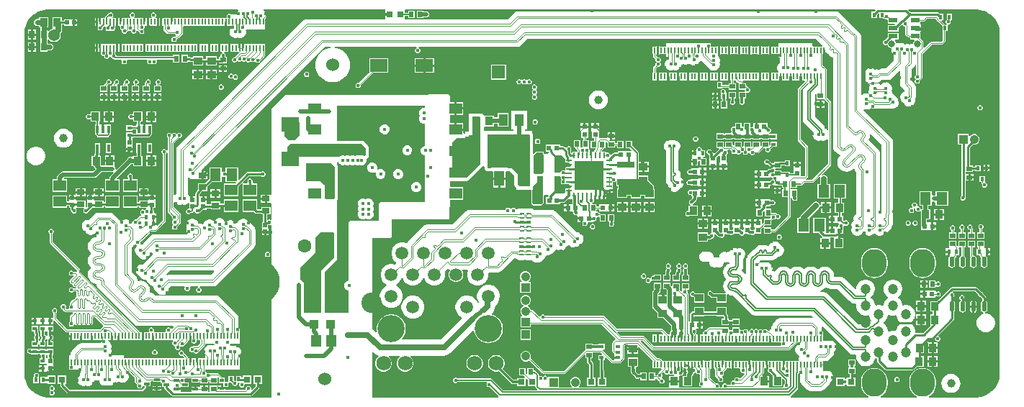
<source format=gbl>
G04*
G04 #@! TF.GenerationSoftware,Altium Limited,Altium Designer,21.6.1 (37)*
G04*
G04 Layer_Physical_Order=6*
G04 Layer_Color=16711680*
%FSLAX44Y44*%
%MOMM*%
G71*
G04*
G04 #@! TF.SameCoordinates,B15FB352-D5CA-4759-B8DC-376305D7300E*
G04*
G04*
G04 #@! TF.FilePolarity,Positive*
G04*
G01*
G75*
%ADD10C,0.2000*%
%ADD11C,0.2500*%
%ADD13C,0.6000*%
%ADD15C,0.2540*%
%ADD30R,0.6500X0.5500*%
%ADD32R,1.0000X0.9000*%
%ADD33R,0.4500X0.5500*%
%ADD34R,1.0000X1.0000*%
%ADD38R,0.5500X0.4500*%
%ADD39R,0.5200X0.5200*%
%ADD45R,0.9000X1.0000*%
%ADD46R,0.5500X0.6500*%
%ADD48R,0.6200X0.6200*%
%ADD49R,0.6200X0.6200*%
%ADD50R,1.1500X1.8000*%
%ADD55R,1.1500X1.4500*%
%ADD60R,0.8000X0.8000*%
%ADD70R,1.0500X1.4000*%
%ADD143C,0.5080*%
%ADD155C,0.1016*%
%ADD156C,0.1020*%
%ADD157C,0.1350*%
%ADD158C,0.1386*%
%ADD159C,1.0000*%
%ADD161C,0.7000*%
%ADD162C,0.5000*%
%ADD163C,0.1270*%
%ADD164C,0.2032*%
%ADD165C,0.2554*%
%ADD166C,0.3000*%
%ADD167C,0.3810*%
%ADD168C,0.1339*%
%ADD169C,0.1500*%
%ADD170C,1.0500*%
%ADD171R,1.0500X1.0500*%
%ADD172O,2.9000X3.3000*%
%ADD173C,1.2000*%
%ADD174R,1.3680X1.3680*%
%ADD175C,1.3680*%
%ADD176C,1.5240*%
%ADD177C,5.3000*%
%ADD178C,1.7500*%
%ADD179C,1.6000*%
%ADD180C,2.4000*%
%ADD181C,0.4064*%
%ADD182O,1.5000X2.5500*%
%ADD183O,1.5500X0.9000*%
%ADD184O,0.9500X1.2500*%
%ADD185R,1.0500X1.0500*%
%ADD186C,0.8100*%
%ADD187R,1.6000X1.6000*%
%ADD188C,1.5000*%
%ADD189C,3.2000*%
%ADD190C,0.5000*%
%ADD192C,0.1030*%
%ADD196R,0.1800X0.7000*%
%ADD197R,0.7000X0.9000*%
%ADD198R,0.9000X0.7000*%
%ADD199R,0.4000X0.9000*%
%ADD200R,0.4000X0.5100*%
%ADD201R,1.5000X1.3000*%
%ADD202R,1.3000X1.5000*%
%ADD203R,0.7100X0.3000*%
%ADD204R,0.5200X0.5200*%
%ADD205R,0.8000X2.0000*%
%ADD206R,2.0000X0.8000*%
%ADD207R,0.6000X0.4200*%
%ADD208R,0.4000X0.4800*%
%ADD209R,0.2000X0.7000*%
%ADD210O,0.5500X1.2500*%
G04:AMPARAMS|DCode=211|XSize=0.4mm|YSize=0.565mm|CornerRadius=0.05mm|HoleSize=0mm|Usage=FLASHONLY|Rotation=270.000|XOffset=0mm|YOffset=0mm|HoleType=Round|Shape=RoundedRectangle|*
%AMROUNDEDRECTD211*
21,1,0.4000,0.4650,0,0,270.0*
21,1,0.3000,0.5650,0,0,270.0*
1,1,0.1000,-0.2325,-0.1500*
1,1,0.1000,-0.2325,0.1500*
1,1,0.1000,0.2325,0.1500*
1,1,0.1000,0.2325,-0.1500*
%
%ADD211ROUNDEDRECTD211*%
%ADD212R,1.0000X0.6000*%
%ADD213R,2.0000X1.5000*%
%ADD214R,1.5500X1.2700*%
G04:AMPARAMS|DCode=215|XSize=0.25mm|YSize=0.6mm|CornerRadius=0.0313mm|HoleSize=0mm|Usage=FLASHONLY|Rotation=90.000|XOffset=0mm|YOffset=0mm|HoleType=Round|Shape=RoundedRectangle|*
%AMROUNDEDRECTD215*
21,1,0.2500,0.5375,0,0,90.0*
21,1,0.1875,0.6000,0,0,90.0*
1,1,0.0625,0.2688,0.0938*
1,1,0.0625,0.2688,-0.0938*
1,1,0.0625,-0.2688,-0.0938*
1,1,0.0625,-0.2688,0.0938*
%
%ADD215ROUNDEDRECTD215*%
G04:AMPARAMS|DCode=216|XSize=0.25mm|YSize=0.6mm|CornerRadius=0.0313mm|HoleSize=0mm|Usage=FLASHONLY|Rotation=0.000|XOffset=0mm|YOffset=0mm|HoleType=Round|Shape=RoundedRectangle|*
%AMROUNDEDRECTD216*
21,1,0.2500,0.5375,0,0,0.0*
21,1,0.1875,0.6000,0,0,0.0*
1,1,0.0625,0.0938,-0.2688*
1,1,0.0625,-0.0938,-0.2688*
1,1,0.0625,-0.0938,0.2688*
1,1,0.0625,0.0938,0.2688*
%
%ADD216ROUNDEDRECTD216*%
G04:AMPARAMS|DCode=217|XSize=3.45mm|YSize=3.45mm|CornerRadius=0.0863mm|HoleSize=0mm|Usage=FLASHONLY|Rotation=90.000|XOffset=0mm|YOffset=0mm|HoleType=Round|Shape=RoundedRectangle|*
%AMROUNDEDRECTD217*
21,1,3.4500,3.2775,0,0,90.0*
21,1,3.2775,3.4500,0,0,90.0*
1,1,0.1725,1.6388,1.6388*
1,1,0.1725,1.6388,-1.6388*
1,1,0.1725,-1.6388,-1.6388*
1,1,0.1725,-1.6388,1.6388*
%
%ADD217ROUNDEDRECTD217*%
%ADD218R,2.1590X1.7780*%
%ADD219R,1.4000X1.3900*%
%ADD220R,4.8600X3.3600*%
G04:AMPARAMS|DCode=221|XSize=0.2mm|YSize=0.565mm|CornerRadius=0.05mm|HoleSize=0mm|Usage=FLASHONLY|Rotation=90.000|XOffset=0mm|YOffset=0mm|HoleType=Round|Shape=RoundedRectangle|*
%AMROUNDEDRECTD221*
21,1,0.2000,0.4650,0,0,90.0*
21,1,0.1000,0.5650,0,0,90.0*
1,1,0.1000,0.2325,0.0500*
1,1,0.1000,0.2325,-0.0500*
1,1,0.1000,-0.2325,-0.0500*
1,1,0.1000,-0.2325,0.0500*
%
%ADD221ROUNDEDRECTD221*%
%ADD222C,0.5080*%
%ADD223C,0.3800*%
%ADD224C,0.1340*%
G36*
X1002207Y457203D02*
X1000670Y455666D01*
X997434D01*
Y448134D01*
X1003966D01*
Y452370D01*
X1005164Y453568D01*
X1006434Y453042D01*
Y448134D01*
X1010747D01*
X1011719Y447731D01*
X1012932D01*
X1013393Y447270D01*
X1014514Y446806D01*
X1015726D01*
X1015900Y446878D01*
X1017170Y446029D01*
Y441658D01*
X1024402D01*
X1025080Y440388D01*
X1024948Y440190D01*
X1017170D01*
Y432158D01*
X1029202D01*
Y436894D01*
X1032631Y440323D01*
X1034116Y440012D01*
X1034268Y439645D01*
X1035126Y438788D01*
X1036246Y438324D01*
X1037316D01*
X1037595Y438045D01*
Y428878D01*
X1038079Y427710D01*
X1039891Y425898D01*
X1041058Y425414D01*
X1043170D01*
Y422658D01*
X1047515D01*
X1048041Y421388D01*
X1047214Y420561D01*
X1046443Y418699D01*
Y418041D01*
X1045985Y417690D01*
X1044112D01*
X1042509Y417260D01*
X1040905Y417690D01*
X1039033D01*
X1037438Y417263D01*
X1037416Y417285D01*
X1035794Y418221D01*
X1033985Y418706D01*
X1032113D01*
X1030509Y418276D01*
X1028905Y418706D01*
X1027032D01*
X1026687Y418613D01*
X1026575Y418699D01*
X1025804Y420561D01*
X1024977Y421388D01*
X1025503Y422658D01*
X1029202D01*
Y430690D01*
X1017170D01*
Y425954D01*
X1013546Y422330D01*
X1013352D01*
X1012232Y421866D01*
X1011374Y421009D01*
X1010910Y419889D01*
Y418676D01*
X1011374Y417556D01*
X1012232Y416698D01*
X1013352Y416234D01*
X1014565D01*
X1015243Y416515D01*
X1015829Y416598D01*
X1016743Y415960D01*
X1017214Y414822D01*
X1018639Y413397D01*
X1020501Y412626D01*
X1020783D01*
X1020857Y412530D01*
Y410658D01*
X1021341Y408849D01*
X1022278Y407227D01*
X1023602Y405903D01*
X1023672Y405863D01*
Y398604D01*
X1014006Y388939D01*
X1006320D01*
X1006320Y388939D01*
X1004139Y388505D01*
X1002290Y387269D01*
X1001922Y386902D01*
X1000890Y387935D01*
X999268Y388871D01*
X997459Y389356D01*
X995586D01*
X993777Y388871D01*
X992156Y387935D01*
X990832Y386610D01*
X989895Y384989D01*
X989411Y383180D01*
Y381307D01*
X989840Y379703D01*
X989411Y378100D01*
Y376227D01*
X989895Y374418D01*
X990832Y372797D01*
X992156Y371473D01*
X993777Y370536D01*
X995061Y370192D01*
X995686Y369061D01*
X995714Y368782D01*
X995402Y368243D01*
X994918Y366434D01*
Y364561D01*
X995150Y363693D01*
X994861Y363192D01*
X994376Y361383D01*
Y360532D01*
X993106Y359557D01*
X992745Y359654D01*
X990872D01*
X989064Y359169D01*
X987442Y358233D01*
X986812Y357603D01*
X985542Y358129D01*
Y426797D01*
X985108Y428978D01*
X983873Y430827D01*
X983873Y430827D01*
X982572Y432128D01*
X982572Y432128D01*
X979850Y434850D01*
X979850Y434850D01*
X960354Y454346D01*
X958505Y455581D01*
X956324Y456015D01*
X581268D01*
X579087Y455581D01*
X577238Y454346D01*
X569846Y446954D01*
X449613D01*
X448666Y447734D01*
X448666Y448224D01*
Y450931D01*
X452834D01*
Y448384D01*
X460366D01*
Y456916D01*
X452834D01*
Y454369D01*
X449564D01*
X448666Y455267D01*
X448666Y457766D01*
X449683Y458377D01*
X1001721D01*
X1002207Y457203D01*
D02*
G37*
G36*
X1125548Y457891D02*
X1129141Y456928D01*
X1132577Y455505D01*
X1135799Y453645D01*
X1138750Y451380D01*
X1141380Y448750D01*
X1143645Y445799D01*
X1145505Y442578D01*
X1146928Y439141D01*
X1147891Y435548D01*
X1148376Y431860D01*
Y430000D01*
X1148376Y30000D01*
X1148376Y28140D01*
X1147891Y24452D01*
X1146928Y20859D01*
X1145505Y17422D01*
X1143645Y14201D01*
X1141380Y11250D01*
X1138750Y8619D01*
X1135799Y6355D01*
X1132577Y4495D01*
X1129141Y3072D01*
X1125547Y2109D01*
X1121860Y1623D01*
X1120000Y1624D01*
X1065172D01*
X1064854Y2894D01*
X1066510Y3778D01*
X1068872Y5717D01*
X1070811Y8080D01*
X1072252Y10776D01*
X1073139Y13700D01*
X1073439Y16742D01*
Y20742D01*
X1073139Y23784D01*
X1072252Y26709D01*
X1070811Y29404D01*
X1068872Y31767D01*
X1066510Y33705D01*
X1063814Y35146D01*
X1060890Y36033D01*
X1057848Y36333D01*
X1054806Y36033D01*
X1051881Y35146D01*
X1049186Y33705D01*
X1046823Y31767D01*
X1044884Y29404D01*
X1043444Y26709D01*
X1042556Y23784D01*
X1042257Y20742D01*
Y16742D01*
X1042556Y13700D01*
X1043444Y10776D01*
X1044884Y8080D01*
X1046823Y5717D01*
X1049186Y3778D01*
X1050842Y2894D01*
X1050523Y1624D01*
X1008372D01*
X1008054Y2894D01*
X1009710Y3778D01*
X1012072Y5717D01*
X1014011Y8080D01*
X1015452Y10776D01*
X1016339Y13700D01*
X1016639Y16742D01*
Y20742D01*
X1016339Y23784D01*
X1015452Y26709D01*
X1014011Y29404D01*
X1012072Y31767D01*
X1009710Y33705D01*
X1007014Y35146D01*
X1004090Y36033D01*
X1001048Y36333D01*
X998006Y36033D01*
X995081Y35146D01*
X992386Y33705D01*
X990023Y31767D01*
X988084Y29404D01*
X986644Y26709D01*
X985756Y23784D01*
X985457Y20742D01*
Y16742D01*
X985756Y13700D01*
X986644Y10776D01*
X988084Y8080D01*
X990023Y5717D01*
X992386Y3778D01*
X994042Y2894D01*
X993723Y1624D01*
X902654Y1624D01*
X902269Y2894D01*
X902363Y2957D01*
X910901Y11494D01*
X910901Y11494D01*
X911346Y12161D01*
X911503Y12947D01*
Y28849D01*
X911763Y29109D01*
X911764Y29109D01*
X912209Y29776D01*
X912235Y29904D01*
X913505Y29779D01*
Y21664D01*
X913938Y19484D01*
X915173Y17635D01*
X922047Y10762D01*
X923895Y9527D01*
X926075Y9093D01*
X937771D01*
X939951Y9527D01*
X941800Y10762D01*
X947927Y16889D01*
X949162Y18738D01*
X949389Y19881D01*
X949697Y20059D01*
X951021Y21383D01*
X951957Y23005D01*
X952442Y24814D01*
Y26686D01*
X951957Y28495D01*
X951021Y30117D01*
X949697Y31441D01*
X948075Y32377D01*
X946266Y32862D01*
X944394D01*
X942790Y32432D01*
X941186Y32862D01*
X940390D01*
Y35316D01*
X940580D01*
Y43993D01*
X943575D01*
X945755Y44427D01*
X947603Y45662D01*
X951847Y49905D01*
X953082Y51754D01*
X953515Y53934D01*
Y55500D01*
X953617Y55559D01*
X954941Y56883D01*
X955877Y58505D01*
X956362Y60314D01*
Y62186D01*
X955877Y63995D01*
X954941Y65617D01*
X953617Y66941D01*
X951995Y67877D01*
X950186Y68362D01*
X948314D01*
X946710Y67932D01*
X945106Y68362D01*
X943234D01*
X941850Y67991D01*
X940580Y68708D01*
Y75656D01*
X940390D01*
Y79466D01*
X939150D01*
Y84002D01*
X939113Y84191D01*
X940283Y84817D01*
X971398Y53702D01*
X973308Y52425D01*
X975561Y51977D01*
X979080D01*
X979853Y50970D01*
X979768Y50651D01*
Y47733D01*
X980523Y44915D01*
X981982Y42389D01*
X984045Y40326D01*
X986571Y38867D01*
X989389Y38112D01*
X992307D01*
X995125Y38867D01*
X997651Y40326D01*
X999714Y42389D01*
X1001173Y44915D01*
X1001732Y47001D01*
X1003105Y47658D01*
X1003163Y47648D01*
X1004287Y47347D01*
Y44382D01*
X1004465Y43490D01*
X1004970Y42734D01*
X1013352Y34352D01*
X1014108Y33847D01*
X1015000Y33669D01*
X1045670D01*
X1046562Y33847D01*
X1047318Y34352D01*
X1050903Y37937D01*
X1059139D01*
Y49969D01*
X1056094D01*
Y53864D01*
X1059279D01*
Y62600D01*
X1062723Y66044D01*
X1063993Y65518D01*
X1063993Y65142D01*
Y61150D01*
X1068493D01*
Y66150D01*
X1065020D01*
X1064625Y66150D01*
X1064099Y67420D01*
X1065348Y68669D01*
X1069000D01*
X1069892Y68847D01*
X1070648Y69352D01*
X1071173Y69877D01*
X1071546Y69876D01*
X1072597Y69504D01*
X1072907Y68754D01*
X1073765Y67896D01*
X1074885Y67432D01*
X1076098D01*
X1077218Y67896D01*
X1078075Y68754D01*
X1078540Y69874D01*
Y71087D01*
X1078075Y72207D01*
X1077218Y73064D01*
X1076468Y73375D01*
X1076096Y74426D01*
X1076095Y74798D01*
X1094148Y92852D01*
X1094653Y93608D01*
X1094831Y94500D01*
Y102663D01*
X1095493Y103655D01*
X1095786Y105124D01*
Y112124D01*
X1095493Y113593D01*
X1094661Y114839D01*
X1094277Y115096D01*
Y119874D01*
X1094581Y120178D01*
X1095045Y121298D01*
Y122511D01*
X1094581Y123631D01*
X1093723Y124488D01*
X1093395Y124624D01*
X1092929Y125996D01*
X1093067Y126224D01*
X1093607Y126669D01*
X1119035D01*
X1122952Y122752D01*
Y122394D01*
X1123416Y121273D01*
X1124273Y120416D01*
X1125394Y119952D01*
X1125582D01*
X1127715Y117819D01*
Y115096D01*
X1127331Y114839D01*
X1126498Y113593D01*
X1126206Y112124D01*
Y105124D01*
X1126498Y103655D01*
X1127331Y102409D01*
X1128577Y101576D01*
X1129753Y101343D01*
X1129795Y100039D01*
X1127769Y99496D01*
X1125257Y98046D01*
X1123206Y95995D01*
X1121756Y93483D01*
X1121005Y90681D01*
Y87781D01*
X1121756Y84979D01*
X1123206Y82467D01*
X1125257Y80416D01*
X1127769Y78966D01*
X1130571Y78215D01*
X1133471D01*
X1136273Y78966D01*
X1138785Y80416D01*
X1140836Y82467D01*
X1142286Y84979D01*
X1143037Y87781D01*
Y90681D01*
X1142286Y93483D01*
X1140836Y95995D01*
X1138785Y98046D01*
X1136273Y99496D01*
X1133471Y100247D01*
X1131341D01*
X1131216Y101517D01*
X1131515Y101576D01*
X1132761Y102409D01*
X1133594Y103655D01*
X1133886Y105124D01*
Y112124D01*
X1133594Y113593D01*
X1132761Y114839D01*
X1132377Y115096D01*
Y118784D01*
X1132199Y119676D01*
X1131694Y120432D01*
X1129048Y123078D01*
Y123606D01*
X1128584Y124727D01*
X1127727Y125584D01*
X1126606Y126048D01*
X1126248D01*
X1121648Y130648D01*
X1120892Y131153D01*
X1120000Y131331D01*
X1092000D01*
X1091108Y131153D01*
X1090352Y130648D01*
X1074720Y115016D01*
X1066484D01*
Y102984D01*
X1069669D01*
Y99016D01*
X1066484D01*
Y86984D01*
X1066484D01*
X1066837Y86133D01*
X1058035Y77331D01*
X1050135D01*
X1048977Y77717D01*
X1048928Y78541D01*
Y80651D01*
X1048173Y83469D01*
X1046714Y85995D01*
X1044651Y88058D01*
X1043787Y88557D01*
Y89827D01*
X1044651Y90326D01*
X1046714Y92389D01*
X1048173Y94915D01*
X1048928Y97733D01*
Y100651D01*
X1048173Y103469D01*
X1046714Y105995D01*
X1044651Y108058D01*
X1042125Y109517D01*
X1039307Y110272D01*
X1036389D01*
X1034931Y109881D01*
X1033928Y110651D01*
X1033173Y113469D01*
X1031714Y115995D01*
X1029651Y118058D01*
X1028787Y118557D01*
Y119827D01*
X1029651Y120326D01*
X1031714Y122389D01*
X1033173Y124915D01*
X1033928Y127733D01*
Y130651D01*
X1033173Y133469D01*
X1031714Y135995D01*
X1029651Y138058D01*
X1027125Y139517D01*
X1024307Y140272D01*
X1021389D01*
X1018571Y139517D01*
X1016045Y138058D01*
X1013982Y135995D01*
X1012523Y133469D01*
X1011768Y130651D01*
Y127733D01*
X1012523Y124915D01*
X1013982Y122389D01*
X1016045Y120326D01*
X1016908Y119827D01*
Y118557D01*
X1016045Y118058D01*
X1013982Y115995D01*
X1012523Y113469D01*
X1011768Y110651D01*
Y109838D01*
X1010668Y109203D01*
X1010125Y109517D01*
X1007307Y110272D01*
X1004389D01*
X1002931Y109881D01*
X1001928Y110651D01*
X1001173Y113469D01*
X999714Y115995D01*
X997651Y118058D01*
X996916Y118483D01*
Y119901D01*
X997651Y120326D01*
X999714Y122389D01*
X1001173Y124915D01*
X1001928Y127733D01*
Y130651D01*
X1001173Y133469D01*
X999714Y135995D01*
X997651Y138058D01*
X995125Y139517D01*
X992307Y140272D01*
X989389D01*
X986571Y139517D01*
X984045Y138058D01*
X981982Y135995D01*
X980523Y133469D01*
X979768Y130651D01*
Y129250D01*
X978498Y128724D01*
X965467Y141755D01*
X963557Y143031D01*
X961304Y143479D01*
X957715D01*
X957715Y143479D01*
X953681D01*
Y144493D01*
X953630Y144752D01*
X953283Y147389D01*
X952165Y150088D01*
X950387Y152405D01*
X948070Y154183D01*
X945371Y155301D01*
X942734Y155648D01*
X942475Y155700D01*
X942217Y155648D01*
X939579Y155301D01*
X936881Y154183D01*
X935393Y153042D01*
X934422Y152486D01*
X933451Y153042D01*
X931964Y154183D01*
X929265Y155301D01*
X926628Y155648D01*
X926369Y155700D01*
X926111Y155648D01*
X923473Y155301D01*
X920775Y154183D01*
X919287Y153042D01*
X918316Y152486D01*
X917345Y153042D01*
X915857Y154183D01*
X913159Y155301D01*
X910521Y155648D01*
X910263Y155700D01*
X910005Y155648D01*
X907367Y155301D01*
X904669Y154183D01*
X903181Y153042D01*
X902210Y152486D01*
X901239Y153042D01*
X899751Y154183D01*
X897053Y155301D01*
X894415Y155648D01*
X894157Y155700D01*
X893899Y155648D01*
X891261Y155301D01*
X888563Y154183D01*
X886245Y152405D01*
X884504Y150136D01*
X884464Y150087D01*
X883270Y149699D01*
X882963Y149723D01*
X882745Y149876D01*
X882235Y150267D01*
X881911Y150401D01*
X881820Y150463D01*
X881772Y150472D01*
X880672Y151041D01*
X881126Y152734D01*
Y154606D01*
X880641Y156415D01*
X879705Y158037D01*
X878381Y159361D01*
X876759Y160297D01*
X874950Y160782D01*
X873078D01*
X871474Y160352D01*
X869870Y160782D01*
X867998D01*
X866927Y160495D01*
X865559Y161185D01*
X865451Y161338D01*
X865396Y161596D01*
X867002Y163202D01*
X880607D01*
X882859Y163650D01*
X884769Y164926D01*
X887229Y167386D01*
X888666D01*
X890475Y167871D01*
X892097Y168807D01*
X893421Y170131D01*
X894357Y171753D01*
X894842Y173562D01*
Y175434D01*
X894357Y177243D01*
X893421Y178865D01*
X892097Y180189D01*
X890659Y181019D01*
X889829Y182457D01*
X888505Y183781D01*
X886883Y184717D01*
X885074Y185202D01*
X883202D01*
X881393Y184717D01*
X879771Y183781D01*
X878447Y182457D01*
X877511Y180835D01*
X877351Y180240D01*
X876149Y179832D01*
X875816Y180087D01*
X874642Y180574D01*
X874550Y180635D01*
X874442Y180656D01*
X874119Y180790D01*
X873084Y180926D01*
X872298Y181083D01*
X871511Y180926D01*
X870477Y180790D01*
X870153Y180656D01*
X870045Y180635D01*
X869954Y180574D01*
X869952Y180573D01*
X869829Y180623D01*
X869737Y180685D01*
X869629Y180706D01*
X869306Y180840D01*
X868271Y180976D01*
X867485Y181133D01*
X866698Y180976D01*
X865664Y180840D01*
X865340Y180706D01*
X865232Y180685D01*
X865141Y180623D01*
X863967Y180137D01*
X862509Y179019D01*
X861391Y177561D01*
X861236Y177188D01*
X861211Y177183D01*
X859301Y175907D01*
X851820Y168426D01*
X850544Y166516D01*
X850096Y164264D01*
Y146855D01*
X848826Y146548D01*
X847248Y148604D01*
X845695Y149796D01*
X845225Y151236D01*
X845353Y151587D01*
X846342Y153975D01*
X846693Y156639D01*
X846743Y156889D01*
Y164061D01*
X846812Y164407D01*
Y164797D01*
X847828Y165813D01*
X848764Y167435D01*
X849249Y169244D01*
Y171116D01*
X848764Y172925D01*
X847828Y174547D01*
X846504Y175871D01*
X844882Y176807D01*
X843073Y177292D01*
X841201D01*
X839597Y176862D01*
X837993Y177292D01*
X836121D01*
X834312Y176807D01*
X832690Y175871D01*
X831366Y174547D01*
X830430Y172925D01*
X830417Y172878D01*
X828833D01*
X827506Y172328D01*
X826179Y172878D01*
X823753D01*
X821513Y171950D01*
X819798Y170235D01*
X818870Y167994D01*
Y166629D01*
X816801D01*
X815474Y166079D01*
X814146Y166629D01*
X812072D01*
Y168399D01*
X811144Y170640D01*
X809429Y172355D01*
X807188Y173283D01*
X804763D01*
X803436Y172733D01*
X802109Y173283D01*
X799683D01*
X797443Y172355D01*
X795728Y170640D01*
X794800Y168399D01*
Y165974D01*
X795728Y163734D01*
X797443Y162019D01*
X799683Y161091D01*
X802109D01*
X803436Y161640D01*
X804763Y161091D01*
X806838D01*
Y159320D01*
X807766Y157080D01*
X809481Y155365D01*
X811721Y154437D01*
X814146D01*
X815474Y154987D01*
X816801Y154437D01*
X819227D01*
X821467Y155365D01*
X823182Y157080D01*
X824110Y159320D01*
Y160686D01*
X826179D01*
X827506Y161236D01*
X828833Y160686D01*
X830863D01*
X831115Y159416D01*
X828945Y158517D01*
X826613Y156727D01*
X824824Y154395D01*
X823699Y151680D01*
X823348Y149015D01*
X823298Y148766D01*
X823348Y148516D01*
X823699Y145852D01*
X824824Y143136D01*
X826613Y140804D01*
Y140481D01*
X824824Y138149D01*
X823699Y135434D01*
X823348Y132769D01*
X823298Y132520D01*
X823348Y132270D01*
X823699Y129606D01*
X824824Y126890D01*
X825965Y125402D01*
X825339Y124132D01*
X818337D01*
X818089Y124182D01*
X811749D01*
X810846Y125084D01*
X810567Y125758D01*
X809710Y126616D01*
X808589Y127080D01*
X807377D01*
X806257Y126616D01*
X805399Y125758D01*
X804935Y124638D01*
Y123425D01*
X805399Y122305D01*
X806257Y121448D01*
X807377Y120984D01*
X807691D01*
X808872Y119802D01*
X809705Y119246D01*
X810686Y119051D01*
X815073D01*
Y113100D01*
X827105D01*
Y122580D01*
X828375Y123206D01*
X828945Y122769D01*
X831661Y121644D01*
X834325Y121293D01*
X834575Y121243D01*
X834669D01*
X835669Y120244D01*
X835669Y120243D01*
X856275Y99638D01*
X858185Y98362D01*
X860437Y97914D01*
X927186D01*
X928862Y96238D01*
X928236Y95068D01*
X928047Y95105D01*
X890036D01*
X887856Y94672D01*
X886008Y93437D01*
X884669Y92098D01*
X884644Y92060D01*
X882788Y90205D01*
X881553Y88357D01*
X881188Y86519D01*
X881053Y86441D01*
X879729Y85117D01*
X878793Y83495D01*
X878308Y81686D01*
Y80321D01*
X877051Y79781D01*
X876666Y80166D01*
X875500Y80650D01*
X875116D01*
X875084Y80727D01*
X874227Y81584D01*
X873106Y82048D01*
X871894D01*
X870773Y81584D01*
X870740Y81550D01*
X869914Y80729D01*
X869080Y81550D01*
X869050Y81580D01*
X867930Y82044D01*
X866717D01*
X865597Y81580D01*
X865385Y81368D01*
X864834Y80977D01*
X863977Y81834D01*
X862856Y82298D01*
X861644D01*
X860523Y81834D01*
X860455Y81765D01*
X859625Y81014D01*
X858795Y81765D01*
X858727Y81834D01*
X857606Y82298D01*
X856394D01*
X855273Y81834D01*
X854416Y80977D01*
X853952Y79856D01*
Y79502D01*
X852703Y79452D01*
X852239Y80573D01*
X851381Y81430D01*
X850261Y81894D01*
X849048D01*
X847928Y81430D01*
X847532Y81033D01*
X846325Y80634D01*
X845204Y81098D01*
X843992D01*
X843836Y81033D01*
X842566Y81882D01*
Y84118D01*
X834034D01*
Y81373D01*
X832764Y80525D01*
X832698Y80552D01*
X831485D01*
X831331Y80488D01*
X830061Y81337D01*
Y84118D01*
X821529D01*
Y84036D01*
X806886D01*
X805720Y83552D01*
X802965Y80798D01*
X801894D01*
X800773Y80334D01*
X799916Y79477D01*
X799452Y78356D01*
Y77144D01*
X799647Y76672D01*
X798878Y75402D01*
X796580D01*
Y75656D01*
X795580D01*
Y70886D01*
Y66116D01*
X796580D01*
Y66370D01*
X808040D01*
Y66116D01*
X809040D01*
Y70886D01*
X811580D01*
Y66116D01*
X812580D01*
Y66370D01*
X820040D01*
Y66116D01*
X821040D01*
Y70886D01*
X823580D01*
Y66116D01*
X824580D01*
Y66370D01*
X836040D01*
Y66116D01*
X837040D01*
Y70886D01*
X839580D01*
Y66116D01*
X840580D01*
Y66370D01*
X856040D01*
Y66116D01*
X857040D01*
Y70886D01*
X859580D01*
Y66116D01*
X860580D01*
Y66370D01*
X876040D01*
Y66116D01*
X877040D01*
Y70886D01*
X879580D01*
Y66116D01*
X880580D01*
Y66370D01*
X890601D01*
X891452Y65106D01*
Y63894D01*
X891530Y63706D01*
X890681Y62435D01*
X741694D01*
X731018Y73112D01*
X729851Y73595D01*
X703135D01*
X698941Y77789D01*
X699427Y78962D01*
X750556D01*
X752943Y76575D01*
X752457Y75402D01*
X748580D01*
Y75656D01*
X747580D01*
Y70886D01*
Y66116D01*
X748580D01*
Y66370D01*
X792040D01*
Y66116D01*
X793040D01*
Y70886D01*
Y75656D01*
X792040D01*
X791503Y76704D01*
X791477Y76767D01*
X791210Y77033D01*
X791525Y77348D01*
X791989Y78468D01*
Y79681D01*
X791525Y80801D01*
X791126Y81200D01*
X791652Y82470D01*
X793984D01*
Y86840D01*
Y91210D01*
X791535D01*
X790884Y91210D01*
X789911Y90998D01*
X789139Y91356D01*
X788641Y91854D01*
Y95968D01*
X788974Y97100D01*
X801006D01*
Y98050D01*
X815073D01*
Y97100D01*
X823603D01*
X824169Y96535D01*
Y94118D01*
X821529D01*
Y86586D01*
X830061D01*
Y88017D01*
X834034D01*
Y86586D01*
X842566D01*
Y94118D01*
X834034D01*
Y92679D01*
X830061D01*
Y94118D01*
X828831D01*
Y97500D01*
X828653Y98392D01*
X828148Y99148D01*
X827105Y100191D01*
Y108132D01*
X815073D01*
Y102711D01*
X801006D01*
Y108132D01*
X788974D01*
Y102711D01*
X787725D01*
X786833Y102534D01*
X786076Y102029D01*
X784662Y100614D01*
X784157Y99858D01*
X783979Y98966D01*
Y90956D01*
X782667D01*
Y122910D01*
X782184Y124076D01*
X781149Y125111D01*
X781181Y125188D01*
Y126401D01*
X780865Y127164D01*
X781333Y128159D01*
X781600Y128434D01*
X782866D01*
Y135966D01*
X774334D01*
Y128434D01*
X774441D01*
X775145Y127363D01*
X774812Y126513D01*
X773524Y126145D01*
X772567Y127102D01*
X772598Y127179D01*
Y128392D01*
X772216Y129315D01*
Y136116D01*
X763684D01*
Y132882D01*
X762414Y132356D01*
X761466Y133304D01*
Y136266D01*
X752934D01*
Y128734D01*
X755896D01*
X757149Y127481D01*
Y122170D01*
X753470D01*
Y116400D01*
X750930D01*
Y122170D01*
X747318D01*
X747117Y123440D01*
X748154Y124476D01*
X748154Y124476D01*
X748940Y125653D01*
X749216Y127040D01*
X749216Y127040D01*
Y128834D01*
X750566D01*
Y136366D01*
X742034D01*
Y132740D01*
X741964Y132390D01*
X741964Y132390D01*
Y128542D01*
X740786Y127364D01*
X740000Y126187D01*
X739724Y124800D01*
X739724Y124800D01*
Y108750D01*
X739724Y108750D01*
X740000Y107362D01*
X740786Y106186D01*
X746184Y100788D01*
Y94884D01*
X753089D01*
X762136Y85837D01*
Y81588D01*
X762136Y81588D01*
X762312Y80700D01*
X762164Y80601D01*
X760932Y79369D01*
X760427Y78613D01*
X760249Y77721D01*
Y75402D01*
X758627D01*
X758110Y75919D01*
X758000Y76184D01*
X752406Y81778D01*
X751240Y82261D01*
X698429D01*
X683774Y96916D01*
X682607Y97400D01*
X614083D01*
X613834Y98001D01*
X612977Y98859D01*
X611856Y99323D01*
X610644D01*
X609523Y98859D01*
X608666Y98001D01*
X608260Y97021D01*
X607637Y96735D01*
X606932Y96553D01*
X599118Y104366D01*
X597952Y104850D01*
X597099D01*
X596312Y106749D01*
X594549Y108512D01*
X593703Y108863D01*
Y110237D01*
X594549Y110588D01*
X596312Y112351D01*
X597266Y114654D01*
Y117146D01*
X596312Y119449D01*
X594549Y121212D01*
X592246Y122166D01*
X589754D01*
X587451Y121212D01*
X585688Y119449D01*
X584734Y117146D01*
Y114654D01*
X585688Y112351D01*
X587451Y110588D01*
X588297Y110237D01*
Y108863D01*
X587451Y108512D01*
X585688Y106749D01*
X584734Y104446D01*
Y101954D01*
X585688Y99651D01*
X587303Y98036D01*
X587188Y97339D01*
X586913Y96766D01*
X584734D01*
Y84234D01*
X597266D01*
Y87600D01*
X679794D01*
X696690Y70705D01*
X696203Y69395D01*
X695366Y69048D01*
X693058Y66740D01*
X692575Y65574D01*
Y55986D01*
X693058Y54820D01*
X694076Y53802D01*
X695242Y53319D01*
X695284D01*
Y51734D01*
X695030Y51720D01*
Y49620D01*
X699300D01*
Y47080D01*
X695030D01*
Y45224D01*
X693358D01*
X683416Y55166D01*
X683416Y55166D01*
X681619Y56964D01*
X682075Y58234D01*
X684316D01*
Y64466D01*
X676284D01*
Y63800D01*
X673585D01*
X672866Y64098D01*
X671653D01*
X670952Y63808D01*
X669682Y64420D01*
Y64886D01*
X661150D01*
Y57481D01*
X660682Y57286D01*
X635795Y32400D01*
X612483D01*
X596904Y47979D01*
X597266Y48854D01*
Y51346D01*
X596312Y53649D01*
X594549Y55412D01*
X592246Y56366D01*
X589754D01*
X587451Y55412D01*
X585688Y53649D01*
X584734Y51346D01*
Y48854D01*
X585688Y46551D01*
X587451Y44788D01*
X589754Y43834D01*
X592246D01*
X594549Y44788D01*
X594989Y45228D01*
X610634Y29583D01*
X611800Y29100D01*
X611800Y29100D01*
X636478D01*
X637644Y29584D01*
X659977Y51916D01*
X661150Y51430D01*
Y47354D01*
X663106D01*
Y43865D01*
X663281Y42981D01*
X663782Y42231D01*
X665944Y40070D01*
Y25016D01*
X663104D01*
Y14984D01*
X673136D01*
Y25016D01*
X670564D01*
Y41027D01*
X670388Y41911D01*
X669888Y42660D01*
X667726Y44822D01*
Y47354D01*
X669682D01*
Y54470D01*
X679447D01*
X681084Y52834D01*
X681084Y52834D01*
X680872Y51660D01*
X680792Y51466D01*
X676284D01*
Y45234D01*
X677990D01*
Y25016D01*
X675604D01*
Y14984D01*
X685636D01*
Y25016D01*
X682930D01*
Y33518D01*
X682755Y34402D01*
X682610Y34618D01*
Y45234D01*
X684316D01*
Y47942D01*
X685489Y48428D01*
X691509Y42409D01*
X692675Y41925D01*
X701780D01*
X702947Y42409D01*
X706852Y46314D01*
X707335Y47480D01*
Y62134D01*
X709061Y63860D01*
X710630D01*
Y60020D01*
X716900D01*
X723170D01*
Y60487D01*
X724343Y60973D01*
X739693Y45623D01*
X740294Y44602D01*
Y35570D01*
X750534D01*
X751020Y34397D01*
X747935Y31312D01*
X747510Y30285D01*
X747023Y30084D01*
X746166Y29227D01*
X745949Y28703D01*
X744690Y27850D01*
X743268D01*
Y30466D01*
X735736D01*
Y21934D01*
X743268D01*
Y23493D01*
X744538Y24019D01*
X747973Y20584D01*
X748165Y20505D01*
Y20222D01*
X748629Y19101D01*
X749487Y18244D01*
X750607Y17780D01*
X751819D01*
X752940Y18244D01*
X753797Y19101D01*
X754261Y20222D01*
Y21434D01*
X753797Y22555D01*
X752940Y23412D01*
X751819Y23876D01*
X751096D01*
X750983Y24065D01*
X750706Y25146D01*
X751334Y25773D01*
X751798Y26894D01*
Y28106D01*
X751334Y29227D01*
X750925Y29636D01*
X752650Y31361D01*
X753307Y31207D01*
X753987Y30902D01*
X754384Y29942D01*
X755242Y29085D01*
X756362Y28621D01*
X757575D01*
X758695Y29085D01*
X758715Y29104D01*
X759438Y29423D01*
X760295Y28566D01*
X761416Y28102D01*
X762628D01*
X763748Y28566D01*
X765181Y28202D01*
X765343Y28040D01*
X765343Y28014D01*
X765084Y26770D01*
X759580D01*
Y21770D01*
X765350D01*
X771120D01*
Y26564D01*
X772099Y27472D01*
X772830Y27169D01*
X774043D01*
X775163Y27633D01*
X776020Y28491D01*
X776484Y29611D01*
Y30824D01*
X776020Y31944D01*
X775977Y31987D01*
Y33382D01*
X776404Y34021D01*
X776582Y34913D01*
Y35570D01*
X778813D01*
X779832Y34300D01*
X779753Y33901D01*
X780026Y32529D01*
X780803Y31366D01*
X781112Y31057D01*
X780815Y30760D01*
X780038Y29597D01*
X779765Y28225D01*
Y26516D01*
X775834D01*
Y14484D01*
X786866D01*
Y19291D01*
X786935Y19638D01*
Y26740D01*
X787673Y27478D01*
X788450Y28641D01*
X788619Y29490D01*
X788933Y29700D01*
X789531Y30298D01*
X789731Y30598D01*
X791164Y30456D01*
X791334Y30048D01*
X792191Y29191D01*
X793311Y28726D01*
X794524D01*
X795004Y28925D01*
X796274Y28161D01*
Y19979D01*
X796253Y19970D01*
X795395Y19113D01*
X794931Y17993D01*
Y16780D01*
X795395Y15660D01*
X796253Y14802D01*
X797373Y14338D01*
X797365Y13072D01*
X771389D01*
X771120Y14230D01*
X771120Y14341D01*
Y19230D01*
X765350D01*
X759580D01*
Y14341D01*
X759580Y14230D01*
X759311Y13072D01*
X653929D01*
X653403Y14341D01*
X654762Y15701D01*
X655716Y18004D01*
Y20496D01*
X654762Y22799D01*
X652999Y24562D01*
X650696Y25516D01*
X648204D01*
X645901Y24562D01*
X644138Y22799D01*
X643184Y20496D01*
Y18004D01*
X644138Y15701D01*
X645497Y14341D01*
X644971Y13072D01*
X630316D01*
Y25516D01*
X617784D01*
Y25516D01*
X616514Y25292D01*
X616334Y25727D01*
X615477Y26584D01*
X614356Y27048D01*
X613144D01*
X612023Y26584D01*
X611380Y25941D01*
X610737Y26584D01*
X609617Y27048D01*
X608404D01*
X607857Y26821D01*
X606587Y27547D01*
Y28004D01*
X606431Y28790D01*
X605985Y29457D01*
X605985Y29457D01*
X602882Y32560D01*
X602215Y33006D01*
X601428Y33163D01*
X600616Y34031D01*
Y36216D01*
X593084D01*
Y29345D01*
X591814Y28819D01*
X590616Y30017D01*
Y36216D01*
X583084D01*
Y27684D01*
X588283D01*
X590231Y25736D01*
X589705Y24466D01*
X580922D01*
Y22015D01*
X576963D01*
X563728Y35250D01*
X564269Y35791D01*
X565555Y38019D01*
X566220Y40502D01*
Y43074D01*
X565555Y45557D01*
X564269Y47785D01*
X562450Y49603D01*
X560224Y50889D01*
X557740Y51554D01*
X555168D01*
X552685Y50889D01*
X550458Y49603D01*
X548639Y47785D01*
X547354Y45557D01*
X546688Y43074D01*
Y40502D01*
X547354Y38019D01*
X548639Y35791D01*
X550458Y33973D01*
X552685Y32687D01*
X555168Y32022D01*
X557740D01*
X559286Y32436D01*
X574086Y17636D01*
X574918Y17080D01*
X575900Y16885D01*
X580922D01*
Y14434D01*
X590954D01*
Y23217D01*
X592224Y23744D01*
X593422Y22545D01*
Y14434D01*
X601245D01*
X602476Y14257D01*
X602633Y13471D01*
X603078Y12804D01*
X604653Y11229D01*
X604167Y10056D01*
X564422D01*
X551434Y23043D01*
X550767Y23489D01*
X549980Y23646D01*
X549980Y23646D01*
X510763D01*
X510235Y24174D01*
X509114Y24638D01*
X507902D01*
X506781Y24174D01*
X505924Y23317D01*
X505460Y22196D01*
Y20984D01*
X505924Y19863D01*
X506781Y19006D01*
X507902Y18542D01*
X509114D01*
X510235Y19006D01*
X510763Y19534D01*
X544935D01*
X545298Y18931D01*
X545548Y18264D01*
X545146Y17293D01*
Y16080D01*
X545610Y14960D01*
X546467Y14103D01*
X547588Y13639D01*
X548335D01*
X559017Y2957D01*
X559111Y2894D01*
X558726Y1624D01*
X410609Y1624D01*
Y54261D01*
X411782Y54747D01*
X413054Y53474D01*
X415039Y51952D01*
X417350Y50995D01*
X417768Y50939D01*
X418016Y49694D01*
X417858Y49603D01*
X416039Y47785D01*
X414754Y45557D01*
X414088Y43074D01*
Y40502D01*
X414754Y38019D01*
X416039Y35791D01*
X417858Y33973D01*
X420085Y32687D01*
X422568Y32022D01*
X425140D01*
X427624Y32687D01*
X429851Y33973D01*
X431669Y35791D01*
X432955Y38019D01*
X433620Y40502D01*
Y43074D01*
X432955Y45557D01*
X431669Y47785D01*
X430055Y49398D01*
X430345Y50668D01*
X442763D01*
X443053Y49398D01*
X441439Y47785D01*
X440154Y45557D01*
X439488Y43074D01*
Y40502D01*
X440154Y38019D01*
X441439Y35791D01*
X443258Y33973D01*
X445485Y32687D01*
X447968Y32022D01*
X450540D01*
X453024Y32687D01*
X455251Y33973D01*
X457069Y35791D01*
X458355Y38019D01*
X459020Y40502D01*
Y43074D01*
X458355Y45557D01*
X457069Y47785D01*
X455455Y49398D01*
X455745Y50668D01*
X494922D01*
X497402Y50995D01*
X499713Y51952D01*
X501698Y53474D01*
X529131Y80908D01*
X530362Y80343D01*
X530942Y77425D01*
X532225Y74328D01*
X534087Y71541D01*
X536457Y69171D01*
X539244Y67309D01*
X542341Y66026D01*
X545628Y65372D01*
X548980D01*
X552267Y66026D01*
X555364Y67309D01*
X558151Y69171D01*
X560521Y71541D01*
X562383Y74328D01*
X563666Y77425D01*
X564320Y80712D01*
Y84064D01*
X563666Y87351D01*
X562383Y90448D01*
X560521Y93235D01*
X558151Y95605D01*
X555364Y97467D01*
X552267Y98750D01*
X551319Y98939D01*
X550950Y100154D01*
X552549Y101753D01*
X554072Y103738D01*
X555029Y106049D01*
X555355Y108528D01*
Y109748D01*
X555593Y109885D01*
X558107Y112399D01*
X559884Y115477D01*
X560804Y118911D01*
Y122465D01*
X559884Y125899D01*
X558107Y128977D01*
X555593Y131491D01*
X552515Y133268D01*
X549081Y134188D01*
X545527D01*
X542093Y133268D01*
X539015Y131491D01*
X536501Y128977D01*
X534724Y125899D01*
X533804Y122465D01*
Y118911D01*
X534724Y115477D01*
X535853Y113522D01*
X535749Y113386D01*
X535366Y113330D01*
X534278Y113556D01*
X532707Y116277D01*
X530193Y118791D01*
X527115Y120568D01*
X523681Y121488D01*
X520127D01*
X516693Y120568D01*
X513615Y118791D01*
X511101Y116277D01*
X509324Y113199D01*
X508404Y109765D01*
Y106211D01*
X509324Y102777D01*
X511101Y99699D01*
X513615Y97185D01*
X515686Y95990D01*
X515852Y94731D01*
X490953Y69832D01*
X446172D01*
X445686Y71005D01*
X446221Y71541D01*
X448083Y74328D01*
X449366Y77425D01*
X450020Y80712D01*
Y84064D01*
X449366Y87351D01*
X448083Y90448D01*
X446221Y93235D01*
X443851Y95605D01*
X441064Y97467D01*
X437967Y98750D01*
X434680Y99404D01*
X431328D01*
X428041Y98750D01*
X424944Y97467D01*
X422157Y95605D01*
X419787Y93235D01*
X417925Y90448D01*
X416642Y87351D01*
X415988Y84064D01*
Y80712D01*
X416304Y79122D01*
X415134Y78497D01*
X411855Y81776D01*
X410609Y82732D01*
Y189288D01*
X432242D01*
X433020Y189611D01*
X433342Y190388D01*
Y205778D01*
X433342Y205778D01*
Y211498D01*
X500450D01*
X501227Y211820D01*
X501549Y212598D01*
Y225512D01*
X501609Y225536D01*
X501931Y226314D01*
Y234226D01*
X517354D01*
Y248958D01*
X501931D01*
Y256432D01*
X504341D01*
X504716Y256357D01*
X521758D01*
X523245Y256653D01*
X524505Y257495D01*
X540653Y273643D01*
X540759Y273801D01*
X541398Y273838D01*
X542571Y272712D01*
Y271564D01*
X542867Y270077D01*
X543709Y268817D01*
X544969Y267975D01*
X546456Y267679D01*
X550430Y267679D01*
X551700Y267932D01*
X552970Y267268D01*
Y260388D01*
X559990D01*
X567010D01*
Y267268D01*
X568280Y267932D01*
X569550Y267679D01*
X572619Y267679D01*
X577455Y262843D01*
Y253018D01*
X577455Y253018D01*
X577455Y253018D01*
X577593Y252328D01*
X577751Y251531D01*
X577751Y251531D01*
X577751Y251531D01*
X578175Y250898D01*
X578593Y250271D01*
X578593Y250271D01*
X578593Y250271D01*
X580430Y248434D01*
Y246308D01*
X583866D01*
X584240Y246234D01*
X595740Y246233D01*
X596115Y246308D01*
X597800D01*
Y230299D01*
X598122Y229521D01*
X599743Y227900D01*
X600521Y227578D01*
X609266D01*
X610043Y227900D01*
X611783Y229640D01*
X612105Y230418D01*
Y239515D01*
X612964Y239871D01*
X617017D01*
X617687Y238843D01*
X617236Y237611D01*
X614612D01*
Y229379D01*
X622341D01*
X622843Y229379D01*
Y229379D01*
X623612D01*
Y229379D01*
X631843D01*
Y230930D01*
X635831D01*
X636813Y231125D01*
X637645Y231681D01*
X640462Y234498D01*
X645650Y234496D01*
Y230205D01*
X644941Y229229D01*
X644291Y229229D01*
X641842D01*
Y224859D01*
Y220489D01*
X644291D01*
X644941Y220489D01*
X645736Y220662D01*
X646787Y220065D01*
X647006Y219845D01*
Y219671D01*
X647202Y218689D01*
X647291Y218556D01*
Y218298D01*
X647755Y217177D01*
X648612Y216320D01*
X649732Y215856D01*
X650945D01*
X651856Y215247D01*
Y213360D01*
X656226D01*
Y212090D01*
X657496D01*
Y207161D01*
X657678Y206889D01*
Y205676D01*
X658142Y204556D01*
X658999Y203699D01*
X660120Y203235D01*
X661332D01*
X662452Y203699D01*
X663310Y204556D01*
X663774Y205676D01*
Y206889D01*
X663762Y206918D01*
X664467Y207974D01*
X669342D01*
Y207974D01*
X670518Y208842D01*
X671730D01*
X672850Y209306D01*
X673708Y210163D01*
X674172Y211283D01*
Y212496D01*
X674036Y212823D01*
X674907Y214040D01*
X675376D01*
X676497Y214504D01*
X676701Y214545D01*
X677855Y214067D01*
Y208586D01*
X685387D01*
Y217118D01*
X680199D01*
X679191Y218126D01*
X678019Y218612D01*
X677438D01*
X677354Y218815D01*
X676497Y219672D01*
X675475Y220095D01*
X675355Y220151D01*
X674411Y220831D01*
X674411Y222304D01*
X675310Y223202D01*
X677785D01*
Y220743D01*
X685367D01*
X686532Y220489D01*
X687182Y220489D01*
X689631D01*
Y224859D01*
Y229229D01*
X687182D01*
X686532Y229229D01*
X685367Y228975D01*
X677785D01*
Y226516D01*
X674411D01*
Y229125D01*
X669554D01*
X669302Y230395D01*
X670077Y230716D01*
X670934Y231573D01*
X671398Y232694D01*
Y233317D01*
X671696Y233869D01*
Y238787D01*
X674236D01*
Y234552D01*
X674521Y234609D01*
X675044Y234959D01*
X675887D01*
X676411Y234609D01*
X676696Y234552D01*
Y238787D01*
X679236D01*
Y234552D01*
X679521Y234609D01*
X680044Y234959D01*
X680887D01*
X681411Y234609D01*
X681696Y234552D01*
Y238787D01*
X682966D01*
Y240057D01*
X685517D01*
Y241475D01*
X685451Y241806D01*
X685783Y242299D01*
X685954Y242470D01*
X686447Y242802D01*
X686778Y242736D01*
X688195D01*
Y245287D01*
X689465D01*
Y246558D01*
X693700D01*
X693644Y246842D01*
X693480Y247087D01*
X693280Y247891D01*
X693262Y248556D01*
X693591Y249350D01*
Y249512D01*
X693608Y249552D01*
X693591Y249593D01*
Y251225D01*
X693170Y252242D01*
X693170Y253333D01*
X693591Y254350D01*
Y254787D01*
X694568D01*
X695688Y255251D01*
X696546Y256108D01*
X696794Y256706D01*
X698064Y256454D01*
Y250229D01*
X699178D01*
Y247324D01*
X698580D01*
Y236292D01*
X710612D01*
Y239184D01*
X714598D01*
Y236108D01*
X726630D01*
Y239184D01*
X730534D01*
Y236065D01*
X742566D01*
Y247097D01*
X741764D01*
Y249936D01*
X741442Y250714D01*
X741404Y250752D01*
X740951Y251845D01*
X740094Y252702D01*
X739001Y253155D01*
X735250Y256905D01*
Y262564D01*
X723897D01*
Y267278D01*
X727964D01*
Y273048D01*
Y278818D01*
X723897D01*
Y289261D01*
X723740Y290047D01*
X723295Y290714D01*
X723295Y290714D01*
X715902Y298107D01*
Y303732D01*
X708370D01*
Y295200D01*
X712995D01*
X715535Y292660D01*
X715009Y291390D01*
X708530D01*
X707260Y291390D01*
X706758Y291390D01*
X699028D01*
Y289605D01*
X695202D01*
X694310Y289427D01*
X693554Y288922D01*
X691642Y287010D01*
X691197Y287048D01*
X690250Y287414D01*
X689908Y288239D01*
X689051Y289096D01*
X687930Y289560D01*
X686718D01*
X686597Y289510D01*
X686453Y289506D01*
X685041Y290199D01*
X684920Y290492D01*
X683903Y290913D01*
X682028D01*
X681234Y290584D01*
X680827Y290798D01*
X680533Y292120D01*
X682306Y293893D01*
X682789Y295060D01*
Y295133D01*
X684905D01*
Y301900D01*
X686176Y302426D01*
X687376Y301225D01*
Y295526D01*
X695908D01*
Y297816D01*
X698370D01*
Y295200D01*
X705902D01*
Y303732D01*
X698370D01*
Y301116D01*
X695908D01*
Y303058D01*
X690125D01*
X690066Y303200D01*
X689168Y304099D01*
X689654Y305272D01*
X690372D01*
Y308022D01*
X687122D01*
Y307522D01*
X685952Y306632D01*
X678568D01*
X677985Y306390D01*
X676954Y307338D01*
Y314548D01*
X677207Y315713D01*
X677207Y316364D01*
Y318813D01*
X668467D01*
Y316364D01*
X668467Y315713D01*
X668721Y314548D01*
Y306967D01*
X671188D01*
Y303665D01*
X667374D01*
Y295133D01*
X673504D01*
X673546Y293863D01*
X671799Y292116D01*
X671329Y290980D01*
X671161Y290907D01*
X670294Y290671D01*
X669765Y290802D01*
X669521Y290966D01*
X669236Y291022D01*
Y286787D01*
X666696D01*
Y291371D01*
X665988Y292094D01*
Y292960D01*
X665524Y294081D01*
X665327Y294278D01*
X665267Y295523D01*
X665267Y295523D01*
Y304055D01*
X661787D01*
Y307221D01*
X664253D01*
Y314802D01*
X664508Y315967D01*
X664508Y316618D01*
Y319067D01*
X655768D01*
Y316618D01*
X655768Y315967D01*
X656021Y314802D01*
Y307221D01*
X658488D01*
Y304055D01*
X657736D01*
Y295911D01*
X657279D01*
X656537Y295604D01*
X655519Y296094D01*
X655267Y296348D01*
Y304055D01*
X647736D01*
Y295523D01*
X649852D01*
Y294648D01*
X650335Y293482D01*
X651638Y292179D01*
Y290751D01*
X651253Y290592D01*
X649920Y290492D01*
X649678Y290592D01*
X648903Y290913D01*
X647028D01*
X646011Y290492D01*
X645590Y289475D01*
Y289118D01*
X644056D01*
X643934Y289241D01*
Y292536D01*
X644187Y292789D01*
X644651Y293910D01*
Y295122D01*
X644187Y296243D01*
X643330Y297100D01*
X642209Y297564D01*
X640997D01*
X639877Y297100D01*
X639019Y296243D01*
X638864Y295868D01*
X637382Y295555D01*
X636071Y296865D01*
X635315Y297370D01*
X634423Y297548D01*
X631590D01*
Y299333D01*
X623358D01*
X623358Y299333D01*
X622589D01*
Y299333D01*
X622088Y299333D01*
X614357D01*
Y291101D01*
X617973D01*
Y290679D01*
X618150Y289787D01*
X618195Y289721D01*
X617516Y288451D01*
X613033D01*
X612373Y289039D01*
X612174Y289901D01*
X611996Y290151D01*
X611879Y290433D01*
X611760Y290482D01*
X611685Y290587D01*
X611384Y290637D01*
X611101Y290754D01*
X606278Y290748D01*
X603846D01*
X603069Y290426D01*
X600799Y288156D01*
X599626Y288642D01*
X599626Y310248D01*
X599626Y310249D01*
X599626Y310249D01*
X599488Y310940D01*
X599330Y311735D01*
X599330Y311735D01*
X599330Y311735D01*
X598866Y312430D01*
Y315104D01*
X595071D01*
X594696Y315179D01*
X589908D01*
Y317396D01*
X592534D01*
Y339016D01*
X574414D01*
Y317396D01*
X577040D01*
Y315179D01*
X546456D01*
X546081Y315104D01*
X543061D01*
X542646Y315104D01*
X541791Y316020D01*
Y319833D01*
X542676Y320736D01*
X543061Y320736D01*
X553708D01*
Y323894D01*
X558208D01*
Y320190D01*
X570740D01*
Y336222D01*
X558208D01*
Y331064D01*
X553708D01*
Y332768D01*
X542883D01*
X542676Y332768D01*
X541529Y333066D01*
X541495Y333239D01*
X540653Y334499D01*
X540502Y334600D01*
Y335562D01*
X538282D01*
X537906Y335637D01*
X528038D01*
X527663Y335562D01*
X523882D01*
Y317942D01*
X524154D01*
Y314454D01*
X520126D01*
Y312484D01*
X518878Y312236D01*
X517608Y312900D01*
Y315322D01*
X508588D01*
Y316592D01*
X507318D01*
Y324212D01*
X501931D01*
Y333972D01*
X507318D01*
Y341592D01*
Y349212D01*
X501931D01*
Y357082D01*
X501609Y357860D01*
X500831Y358182D01*
X476656D01*
X476143Y357970D01*
X309012D01*
X308234Y357648D01*
X292564Y341978D01*
X292242Y341200D01*
X292242Y341200D01*
Y240647D01*
X291170Y240170D01*
X290972Y240170D01*
X286670D01*
Y235400D01*
Y230630D01*
X290972D01*
X291170Y230630D01*
X292242Y230153D01*
Y211132D01*
X290972Y210497D01*
X290271Y210787D01*
X289059D01*
X288301Y210473D01*
X287302Y210947D01*
X287031Y211212D01*
Y216884D01*
X290916D01*
Y225916D01*
X279884D01*
Y222731D01*
X275482D01*
X275267Y222947D01*
Y234682D01*
X258235D01*
Y219650D01*
X271970D01*
X272869Y218752D01*
X273625Y218247D01*
X274517Y218069D01*
X279884D01*
Y216884D01*
X282369D01*
Y208016D01*
X281084D01*
Y201435D01*
X280830Y200270D01*
X280830Y199619D01*
Y197670D01*
X288570D01*
Y199619D01*
X288570Y200270D01*
X288316Y201435D01*
Y204399D01*
X288656D01*
X289548Y204577D01*
X289719Y204691D01*
X290271D01*
X290972Y204982D01*
X292242Y204347D01*
Y1624D01*
X30000Y1624D01*
X28140D01*
X24452Y2109D01*
X20859Y3072D01*
X17422Y4496D01*
X14201Y6355D01*
X11250Y8620D01*
X8620Y11250D01*
X6355Y14201D01*
X4495Y17423D01*
X3072Y20859D01*
X2109Y24452D01*
X1623Y28140D01*
Y30000D01*
X1623Y430000D01*
Y431860D01*
X2109Y435548D01*
X3072Y439141D01*
X4495Y442578D01*
X6355Y445799D01*
X8620Y448750D01*
X11250Y451380D01*
X14201Y453645D01*
X17422Y455505D01*
X20859Y456928D01*
X24452Y457891D01*
X28140Y458377D01*
X252535D01*
X253150Y457107D01*
X252486Y455957D01*
X252001Y454148D01*
Y452275D01*
X251990Y452261D01*
X244620D01*
X244620Y452261D01*
Y452261D01*
X244428Y452447D01*
X244327Y452546D01*
X243206Y453010D01*
X241994D01*
X240874Y452546D01*
X240016Y451688D01*
X239552Y450568D01*
Y449356D01*
X238948Y448451D01*
X236430D01*
Y448451D01*
X236176Y448197D01*
X232684Y448197D01*
X231414Y448197D01*
X228684Y448197D01*
X227414Y448197D01*
X224684Y448197D01*
X223414Y448197D01*
X220684Y448197D01*
X219414Y448197D01*
X216684Y448197D01*
X215414Y448197D01*
X212684Y448197D01*
X211414Y448197D01*
X208684Y448197D01*
X207414Y448197D01*
X204684Y448197D01*
X203414Y448197D01*
X200684Y448197D01*
X199414Y448197D01*
X196684Y448197D01*
X195414Y448197D01*
X192684Y448197D01*
X191414Y448197D01*
X188684Y448197D01*
X187414Y448197D01*
X184684Y448197D01*
X183414Y448197D01*
X180684Y448197D01*
X179414Y448197D01*
X176770D01*
Y448451D01*
X175870D01*
Y443681D01*
X173330D01*
Y448451D01*
X172430D01*
Y448197D01*
X168684D01*
Y448197D01*
X168516D01*
Y448197D01*
X164770D01*
Y448451D01*
X163870D01*
Y443681D01*
Y438911D01*
X164770D01*
X164950Y437716D01*
Y435302D01*
X165434Y434135D01*
X169735Y429834D01*
X170902Y429350D01*
X178384D01*
X178416Y429273D01*
X179273Y428416D01*
X179400Y428364D01*
X179539Y427980D01*
X179579Y426915D01*
X178518Y425854D01*
X178050Y426048D01*
X176838D01*
X175717Y425584D01*
X174860Y424727D01*
X174396Y423606D01*
Y422394D01*
X174860Y421273D01*
X175717Y420416D01*
X176838Y419952D01*
X178050D01*
X179171Y420416D01*
X180028Y421273D01*
X180492Y422394D01*
Y423156D01*
X181684Y424348D01*
X182000D01*
X183168Y424832D01*
X187768Y429432D01*
X188252Y430600D01*
Y438074D01*
X188684Y439165D01*
X189786Y439165D01*
X192516Y439165D01*
X193786Y439165D01*
X196516Y439165D01*
X197786Y439165D01*
X200516Y439165D01*
X201786Y439165D01*
X204516Y439165D01*
X205786Y439165D01*
X208516Y439165D01*
X209786Y439165D01*
X212516Y439165D01*
X213786Y439165D01*
X216516Y439165D01*
X217786Y439165D01*
X220516Y439165D01*
X221786Y439165D01*
X224516Y439165D01*
X225786Y439165D01*
X228516Y439165D01*
X229786Y439165D01*
X232516Y439165D01*
X233786Y439165D01*
X236430D01*
Y438911D01*
X237330D01*
Y443681D01*
X239870D01*
Y438911D01*
X240770D01*
Y439165D01*
X244430D01*
Y438911D01*
X244620D01*
Y436418D01*
X244369Y436167D01*
X243433Y434545D01*
X242948Y432736D01*
Y430864D01*
X243433Y429055D01*
X244369Y427433D01*
X245693Y426109D01*
X247315Y425173D01*
X249124Y424688D01*
X250996D01*
X252600Y425118D01*
X254204Y424688D01*
X256076D01*
X257885Y425173D01*
X259507Y426109D01*
X260831Y427433D01*
X261767Y429055D01*
X262252Y430864D01*
Y432736D01*
X261959Y433831D01*
X262820Y435101D01*
X284580D01*
Y438911D01*
X284770D01*
Y446353D01*
X284831Y446414D01*
X285767Y448036D01*
X286252Y449845D01*
Y451717D01*
X285767Y453526D01*
X284831Y455148D01*
X283507Y456472D01*
X282408Y457107D01*
X282748Y458377D01*
X424758D01*
X425880Y458020D01*
X425880Y457107D01*
Y454020D01*
X431150D01*
Y451480D01*
X425880D01*
X425880Y447480D01*
X424828Y446954D01*
X333815D01*
X331633Y446520D01*
X329784Y445284D01*
X204179Y319678D01*
X204167Y319661D01*
X181723Y297217D01*
X180488Y295369D01*
X180054Y293189D01*
Y241250D01*
X179953Y241191D01*
X178629Y239867D01*
X178596Y239809D01*
X177325Y240149D01*
Y300539D01*
X183837Y307050D01*
X183857Y307098D01*
X184344D01*
X185464Y307562D01*
X186322Y308419D01*
X186786Y309540D01*
Y310752D01*
X186322Y311873D01*
X185464Y312730D01*
X184344Y313194D01*
X183131D01*
X182011Y312730D01*
X181612Y312331D01*
X180961Y311945D01*
X179964Y312320D01*
X179713Y312571D01*
X178593Y313035D01*
X177381D01*
X176260Y312571D01*
X175800Y312110D01*
X174984Y311853D01*
X174195Y312116D01*
X173727Y312584D01*
X172606Y313048D01*
X171394D01*
X170273Y312584D01*
X169416Y311727D01*
X168952Y310606D01*
Y309394D01*
X169416Y308273D01*
X170273Y307416D01*
X170350Y307384D01*
Y303853D01*
X169958Y302907D01*
Y292727D01*
X168688Y292474D01*
X168584Y292727D01*
X167727Y293584D01*
X166606Y294048D01*
X165394D01*
X164273Y293584D01*
X163416Y292727D01*
X162952Y291606D01*
Y290394D01*
X163416Y289273D01*
X164273Y288416D01*
X164624Y288271D01*
Y209957D01*
X158193Y203526D01*
X157020Y204012D01*
Y204730D01*
X153500D01*
Y207270D01*
X157020D01*
Y209980D01*
Y212730D01*
X153500D01*
Y215270D01*
X157020D01*
Y218020D01*
X154991D01*
X154143Y219290D01*
X154185Y219394D01*
Y220606D01*
X153721Y221726D01*
X153468Y221980D01*
Y224884D01*
X155616D01*
Y231465D01*
X155870Y232630D01*
X155870Y233281D01*
Y235230D01*
X152000D01*
X148130D01*
Y234532D01*
X147516Y233516D01*
X146860Y233516D01*
X136484D01*
Y231331D01*
X134516D01*
Y239516D01*
X117484D01*
Y224484D01*
X134516D01*
Y226669D01*
X136484D01*
Y224484D01*
X144941D01*
X145144Y223298D01*
X144023Y222834D01*
X143166Y221977D01*
X141966Y222399D01*
X141315Y222668D01*
X140103D01*
X138983Y222204D01*
X138125Y221347D01*
X137661Y220227D01*
Y219014D01*
X138125Y217894D01*
X138983Y217036D01*
X139265Y216920D01*
X139012Y215650D01*
X138000D01*
X136834Y215166D01*
X132683Y211016D01*
X132606Y211048D01*
X131394D01*
X130273Y210584D01*
X129416Y209727D01*
X128952Y208606D01*
Y208531D01*
X128656Y208248D01*
X127682Y207698D01*
X126643Y207904D01*
X126491Y208167D01*
X125167Y209491D01*
X123545Y210427D01*
X121736Y210912D01*
X119864D01*
X118055Y210427D01*
X116433Y209491D01*
X115993Y209051D01*
X114729Y209175D01*
X114312Y209799D01*
X106881Y217229D01*
X105033Y218465D01*
X102853Y218898D01*
X87950D01*
X85770Y218465D01*
X83921Y217229D01*
X77249Y210557D01*
X77136Y210587D01*
X75263D01*
X73454Y210103D01*
X71833Y209166D01*
X70508Y207842D01*
X69572Y206220D01*
X69088Y204412D01*
Y202539D01*
X69572Y200730D01*
X70508Y199109D01*
X71833Y197784D01*
X73270Y196954D01*
X74100Y195516D01*
X75425Y194192D01*
X77046Y193256D01*
X78855Y192771D01*
X80728D01*
X82537Y193256D01*
X84158Y194192D01*
X85460Y195494D01*
X85638Y195422D01*
X86559Y194863D01*
Y190159D01*
X84224Y189852D01*
X81589Y188760D01*
X79327Y187024D01*
X77590Y184761D01*
X76499Y182126D01*
X76158Y179536D01*
X76111Y179298D01*
X76158Y179060D01*
X76499Y176471D01*
X77590Y173836D01*
X79327Y171573D01*
Y170480D01*
X77590Y168217D01*
X76499Y165582D01*
X76158Y162992D01*
X76111Y162754D01*
X76158Y162516D01*
X76499Y159927D01*
X77590Y157292D01*
X79327Y155029D01*
Y153936D01*
X77590Y151673D01*
X76499Y149038D01*
X76158Y146448D01*
X76111Y146210D01*
X76158Y145972D01*
X76499Y143383D01*
X77590Y140748D01*
X78812Y139156D01*
X77855Y138317D01*
X67332Y148839D01*
Y151208D01*
X66849Y152374D01*
X34650Y184573D01*
Y194384D01*
X34727Y194416D01*
X35584Y195273D01*
X36048Y196394D01*
Y197606D01*
X35584Y198727D01*
X34727Y199584D01*
X33606Y200048D01*
X32394D01*
X31273Y199584D01*
X30416Y198727D01*
X29952Y197606D01*
Y196394D01*
X30416Y195273D01*
X31273Y194416D01*
X31350Y194384D01*
Y183890D01*
X31834Y182724D01*
X63713Y150844D01*
X63611Y150076D01*
X63425Y149881D01*
X62352Y149328D01*
X61575Y149650D01*
X59616D01*
X59584Y149727D01*
X58727Y150584D01*
X57606Y151048D01*
X56394D01*
X55273Y150584D01*
X54416Y149727D01*
X53952Y148606D01*
Y147394D01*
X54416Y146273D01*
X55273Y145416D01*
X56394Y144952D01*
X57606D01*
X58727Y145416D01*
X58835Y145525D01*
X59008Y145491D01*
X59426Y144113D01*
X55322Y140008D01*
X55322Y140008D01*
X55181Y139668D01*
X54783Y139072D01*
X54575Y138028D01*
X54783Y136985D01*
X55181Y136388D01*
X55322Y136049D01*
X55503Y135868D01*
X55842Y135727D01*
X56439Y135329D01*
X57482Y135121D01*
X58275Y133984D01*
X58397Y133370D01*
X58796Y132774D01*
X58937Y132434D01*
X59117Y132253D01*
X59457Y132112D01*
X60054Y131714D01*
X61097Y131506D01*
X61691Y131624D01*
X62145Y131709D01*
X63013Y130836D01*
X62989Y130700D01*
X62291Y129650D01*
X59616D01*
X59584Y129727D01*
X58727Y130584D01*
X57606Y131048D01*
X56394D01*
X55273Y130584D01*
X54416Y129727D01*
X53952Y128606D01*
Y127394D01*
X54416Y126273D01*
X55273Y125416D01*
X56394Y124952D01*
X57606D01*
X58727Y125416D01*
X59584Y126273D01*
X59616Y126350D01*
X62815D01*
Y122161D01*
X62955Y121821D01*
X63075Y121220D01*
X63095Y121118D01*
X63083Y120995D01*
X62445Y119805D01*
X62265Y119769D01*
X61381Y119178D01*
X60789Y118293D01*
X60649Y117590D01*
X60509Y117250D01*
Y117150D01*
X59750D01*
X58584Y116666D01*
X56334Y114416D01*
X56333Y114416D01*
X55584Y113666D01*
X55100Y112500D01*
Y110411D01*
X54416Y109727D01*
X53952Y108606D01*
Y107394D01*
X54148Y106920D01*
X53380Y105650D01*
X50983D01*
X50676Y105960D01*
X50203Y106824D01*
X50555Y107674D01*
Y108886D01*
X50091Y110006D01*
X49233Y110864D01*
X48113Y111328D01*
X46901D01*
X45780Y110864D01*
X44923Y110006D01*
X44459Y108886D01*
Y107674D01*
X44923Y106553D01*
X45780Y105696D01*
X46486Y105403D01*
X46821Y104597D01*
X48584Y102834D01*
X49750Y102350D01*
X58053D01*
X58731Y101080D01*
X58540Y100793D01*
X58400Y100090D01*
X58259Y99750D01*
Y99650D01*
X58250D01*
X57084Y99166D01*
X55334Y97416D01*
X54850Y96250D01*
Y90161D01*
X54416Y89727D01*
X53952Y88606D01*
Y87394D01*
X54416Y86273D01*
X55273Y85416D01*
X56394Y84952D01*
X57606D01*
X58727Y85416D01*
X59584Y86273D01*
X60024Y87336D01*
X60320Y87444D01*
X61318Y87630D01*
X61687Y87079D01*
X62571Y86488D01*
X63275Y86348D01*
X63615Y86207D01*
X63870D01*
X64210Y86348D01*
X64914Y86488D01*
X65434Y86835D01*
X66298Y86989D01*
X67163Y86835D01*
X67683Y86488D01*
X68387Y86348D01*
X68727Y86207D01*
X68982D01*
X69322Y86348D01*
X70026Y86488D01*
X70546Y86835D01*
X71410Y86989D01*
X72275Y86835D01*
X72795Y86488D01*
X73499Y86348D01*
X73839Y86207D01*
X74094D01*
X74434Y86348D01*
X75138Y86488D01*
X75658Y86835D01*
X76522Y86989D01*
X77387Y86835D01*
X77907Y86488D01*
X78611Y86348D01*
X78951Y86207D01*
X79206D01*
X79546Y86348D01*
X80250Y86488D01*
X81134Y87079D01*
X81725Y87963D01*
X81865Y88667D01*
X82006Y89007D01*
Y96350D01*
X84317D01*
X94178Y86489D01*
X94122Y85382D01*
X93981Y85033D01*
X93928Y85011D01*
X90817Y81900D01*
X51900D01*
X38650Y95150D01*
Y101384D01*
X38727Y101416D01*
X39584Y102273D01*
X40048Y103394D01*
Y104606D01*
X39584Y105727D01*
X38727Y106584D01*
X37606Y107048D01*
X36394D01*
X35273Y106584D01*
X34416Y105727D01*
X33952Y104606D01*
Y103394D01*
X34416Y102273D01*
X35273Y101416D01*
X35350Y101384D01*
Y95020D01*
X33270D01*
Y91500D01*
Y87980D01*
X36020D01*
Y91454D01*
X37193Y91940D01*
X50050Y79084D01*
X51216Y78600D01*
X53222D01*
X54430Y78451D01*
X54430Y77330D01*
Y74951D01*
X56600D01*
Y73681D01*
X57870D01*
Y68911D01*
X58770D01*
Y68911D01*
X59024Y69165D01*
X62516Y69165D01*
X63786Y69165D01*
X66430D01*
Y68911D01*
X67330D01*
Y73681D01*
X69870D01*
Y68911D01*
X70770D01*
Y68911D01*
X71024Y69165D01*
X74516Y69165D01*
X75786Y69165D01*
X78430D01*
Y68911D01*
X79330D01*
Y73681D01*
X81870D01*
Y68911D01*
X82770D01*
Y68911D01*
X83024Y69165D01*
X86516Y69165D01*
X87786Y69165D01*
X90430D01*
Y68911D01*
X93353D01*
X93694Y67641D01*
X92533Y66971D01*
X91209Y65647D01*
X91150Y65546D01*
X68814D01*
X66634Y65112D01*
X64785Y63877D01*
X57463Y56555D01*
X56228Y54706D01*
X55795Y52526D01*
Y51461D01*
X54620D01*
Y47651D01*
X54430D01*
Y38111D01*
X54620D01*
Y34301D01*
X67794D01*
Y31282D01*
X67588Y30973D01*
X67154Y28793D01*
Y27750D01*
X67053Y27691D01*
X65729Y26367D01*
X64793Y24745D01*
X64308Y22936D01*
Y21064D01*
X64793Y19255D01*
X65729Y17633D01*
X67053Y16309D01*
X68675Y15373D01*
X70484Y14888D01*
X72356D01*
X73960Y15318D01*
X75564Y14888D01*
X77436D01*
X79245Y15373D01*
X80867Y16309D01*
X82191Y17633D01*
X83127Y19255D01*
X83612Y21064D01*
Y21108D01*
X84985D01*
X86589Y21537D01*
X88193Y21108D01*
X89180D01*
X89543Y19755D01*
X90479Y18133D01*
X91803Y16809D01*
X93425Y15873D01*
X95234Y15388D01*
X97106D01*
X98710Y15818D01*
X100314Y15388D01*
X102186D01*
X103995Y15873D01*
X105617Y16809D01*
X106941Y18133D01*
X107401Y18930D01*
X109022Y19461D01*
X109175Y19373D01*
X110984Y18888D01*
X112856D01*
X114460Y19318D01*
X116064Y18888D01*
X117936D01*
X119745Y19373D01*
X121367Y20309D01*
X122691Y21633D01*
X123627Y23255D01*
X124112Y25064D01*
Y26936D01*
X123627Y28745D01*
X122691Y30367D01*
X121602Y31456D01*
X121606Y32509D01*
X122463Y33061D01*
X122777Y33172D01*
X123198Y32998D01*
X131350Y24846D01*
Y19856D01*
X131834Y18690D01*
X134344Y16180D01*
X134176Y15775D01*
Y14563D01*
X134640Y13443D01*
X135498Y12585D01*
X136618Y12121D01*
X137830D01*
X138951Y12585D01*
X139808Y13443D01*
X139975Y13845D01*
X140553Y14624D01*
X141446Y14816D01*
X142905D01*
X142920Y13546D01*
X140065Y10691D01*
X54605D01*
X49082Y16214D01*
X49608Y17484D01*
X51016D01*
Y27516D01*
X40984D01*
Y17484D01*
X43669D01*
Y16000D01*
X43847Y15108D01*
X44352Y14352D01*
X51991Y6712D01*
X52747Y6207D01*
X53639Y6030D01*
X141031D01*
X141923Y6207D01*
X142679Y6712D01*
X146910Y10944D01*
X147415Y11700D01*
X147593Y12592D01*
Y14816D01*
X149828D01*
Y19413D01*
X149828Y19848D01*
X150752Y20683D01*
X152896D01*
Y19816D01*
X161959D01*
X162164Y19321D01*
X163021Y18464D01*
X163734Y18169D01*
Y13984D01*
X165990D01*
Y12950D01*
X166166Y12066D01*
X166666Y11316D01*
X174136Y3847D01*
X174885Y3346D01*
X175770Y3170D01*
X267480D01*
X268365Y3346D01*
X269114Y3847D01*
X277384Y12116D01*
X277885Y12866D01*
X278060Y13750D01*
Y17484D01*
X280766D01*
Y27516D01*
X270734D01*
Y17484D01*
X273440D01*
Y14707D01*
X268925Y10192D01*
X267848Y10912D01*
X268048Y11394D01*
Y12606D01*
X267584Y13727D01*
X266727Y14584D01*
X265606Y15048D01*
X264394D01*
X263273Y14584D01*
X262416Y13727D01*
X261952Y12606D01*
Y11394D01*
X261984Y11317D01*
X260793Y10126D01*
X237770D01*
Y10980D01*
X229730D01*
Y10126D01*
X228266D01*
Y15266D01*
X219734D01*
Y7791D01*
X217520D01*
Y10230D01*
X213000D01*
Y11500D01*
X211730D01*
Y15520D01*
X208480D01*
Y14777D01*
X207420Y14270D01*
X207210Y14270D01*
X203870D01*
Y11500D01*
X202600D01*
Y10230D01*
X197780D01*
Y9061D01*
X197780Y8730D01*
X196981Y7791D01*
X186119D01*
X185320Y8730D01*
Y10230D01*
X180500D01*
Y12770D01*
X185320D01*
Y12927D01*
X185834Y13984D01*
X186472Y13984D01*
X194966D01*
Y19016D01*
X190736D01*
X189900Y20286D01*
X190048Y20644D01*
Y21856D01*
X189668Y22774D01*
X189982Y23560D01*
X190312Y24044D01*
X196776D01*
X198034Y24016D01*
Y18984D01*
X207166D01*
Y19850D01*
X208734D01*
Y17734D01*
X217266D01*
Y19850D01*
X219734D01*
Y17734D01*
X228266D01*
Y25105D01*
X229278Y25889D01*
X229536Y25631D01*
X229984Y24516D01*
X229984D01*
X229984Y24516D01*
Y17984D01*
X235124D01*
X235607Y17262D01*
Y16049D01*
X235421Y15770D01*
X235020D01*
Y13520D01*
X237918D01*
X238049Y13607D01*
X239261D01*
X240382Y14071D01*
X241239Y14929D01*
X241703Y16049D01*
Y17262D01*
X241412Y17964D01*
X241951Y19044D01*
X242156Y19234D01*
X244617D01*
X246264Y17588D01*
Y17217D01*
X246728Y16097D01*
X247585Y15240D01*
X248705Y14776D01*
X249918D01*
X251038Y15240D01*
X251896Y16097D01*
X252360Y17217D01*
Y18430D01*
X252897Y19234D01*
X254268D01*
X254794Y17964D01*
X254715Y17885D01*
X254251Y16765D01*
Y15552D01*
X254715Y14432D01*
X255572Y13575D01*
X256693Y13110D01*
X257905D01*
X259025Y13575D01*
X259883Y14432D01*
X260347Y15552D01*
Y16765D01*
X260827Y17484D01*
X268266D01*
Y27516D01*
X258234D01*
Y24831D01*
X256766D01*
Y26766D01*
X250234D01*
Y21083D01*
X249918Y20872D01*
X248794D01*
X247778Y21887D01*
X247766Y21949D01*
Y26766D01*
X241234D01*
Y20156D01*
X241044Y19951D01*
X239964Y19412D01*
X239261Y19703D01*
X238049D01*
X237516Y20059D01*
Y24516D01*
X235082D01*
X234916Y24916D01*
X230666Y29166D01*
X229500Y29650D01*
X219367D01*
X219221Y29589D01*
X218977Y29834D01*
X217856Y30298D01*
X216644D01*
X216568Y30267D01*
X215298Y30856D01*
X214834Y31977D01*
X214174Y32636D01*
Y33216D01*
X214620Y34301D01*
X254580D01*
Y38111D01*
X254770D01*
Y47651D01*
X254580D01*
Y50682D01*
X254831Y50933D01*
X255767Y52555D01*
X256252Y54364D01*
Y56236D01*
X255767Y58045D01*
X254831Y59667D01*
X253507Y60991D01*
X251885Y61927D01*
X250076Y62412D01*
X248204D01*
X246600Y61982D01*
X244996Y62412D01*
X243617D01*
X243527Y62745D01*
X242901Y63831D01*
X243562Y65101D01*
X254580D01*
Y68911D01*
X254770D01*
Y78451D01*
X254580D01*
Y82261D01*
X253405D01*
Y95021D01*
X252972Y97201D01*
X251737Y99050D01*
X230958Y119829D01*
X229109Y121064D01*
X226929Y121497D01*
X168431D01*
X168091Y122767D01*
X168384Y122937D01*
X169708Y124261D01*
X170644Y125883D01*
X171129Y127691D01*
Y129564D01*
X171068Y129794D01*
X173360Y132086D01*
X189375D01*
X190224Y130816D01*
X190090Y130494D01*
Y129282D01*
X190554Y128161D01*
X191411Y127304D01*
X192532Y126840D01*
X193744D01*
X194865Y127304D01*
X195722Y128161D01*
X196186Y129282D01*
Y130494D01*
X196053Y130816D01*
X196901Y132086D01*
X205365D01*
X205618Y130816D01*
X204932Y130532D01*
X204074Y129675D01*
X203610Y128555D01*
Y127342D01*
X204074Y126222D01*
X204932Y125364D01*
X206052Y124900D01*
X207264D01*
X208385Y125364D01*
X209242Y126222D01*
X209706Y127342D01*
Y128555D01*
X209242Y129675D01*
X208385Y130532D01*
X207698Y130816D01*
X207951Y132086D01*
X223926D01*
X226107Y132520D01*
X227955Y133755D01*
X271845Y177645D01*
X273080Y179493D01*
X273514Y181674D01*
Y198484D01*
X273080Y200664D01*
X271845Y202513D01*
X266895Y207462D01*
X265047Y208697D01*
X264874Y208732D01*
X264585Y209232D01*
X263260Y210556D01*
X261639Y211493D01*
X259830Y211977D01*
X257957D01*
X256148Y211493D01*
X254527Y210556D01*
X253203Y209232D01*
X252323Y207708D01*
X251790Y207160D01*
X251193Y206936D01*
X249772Y207218D01*
X249626Y207470D01*
X248302Y208794D01*
X246680Y209730D01*
X244872Y210215D01*
X242999D01*
X241190Y209730D01*
X239568Y208794D01*
X238758Y207983D01*
X238597Y208002D01*
X237372Y208394D01*
X236591Y209747D01*
X235267Y211071D01*
X233645Y212007D01*
X231836Y212492D01*
X229964D01*
X228155Y212007D01*
X226533Y211071D01*
X225209Y209747D01*
X225102Y209561D01*
X223843Y209395D01*
X223467Y209771D01*
X221845Y210707D01*
X220036Y211192D01*
X218164D01*
X216355Y210707D01*
X214733Y209771D01*
X213409Y208447D01*
X212473Y206825D01*
X212249Y205990D01*
X210832Y205611D01*
X209076Y207366D01*
X207228Y208601D01*
X205048Y209035D01*
X204941D01*
X204883Y209137D01*
X203559Y210461D01*
X201937Y211397D01*
X200128Y211882D01*
X198256D01*
X196447Y211397D01*
X194825Y210461D01*
X193501Y209137D01*
X192565Y207515D01*
X192080Y205706D01*
Y203833D01*
X192510Y202230D01*
X192080Y200626D01*
Y198753D01*
X192565Y196945D01*
X193501Y195323D01*
X193840Y194984D01*
X193314Y193713D01*
X153987D01*
X151807Y193280D01*
X149958Y192045D01*
X139847Y181933D01*
X138580Y182047D01*
X137906Y183113D01*
X137933Y183179D01*
Y184392D01*
X137901Y184469D01*
X150466Y197034D01*
X155684D01*
X156850Y197517D01*
X167440Y208107D01*
X167923Y209273D01*
Y288612D01*
X168584Y289273D01*
X168688Y289526D01*
X169958Y289273D01*
Y220392D01*
X170441Y219226D01*
X175234Y214433D01*
X175202Y214356D01*
Y213144D01*
X175666Y212023D01*
X176000Y211690D01*
X176398Y210894D01*
X176000Y210030D01*
X175696Y209727D01*
X175232Y208606D01*
Y207394D01*
X175696Y206273D01*
X176170Y205800D01*
X176422Y205000D01*
X176170Y204200D01*
X175696Y203727D01*
X175232Y202606D01*
Y201394D01*
X175696Y200273D01*
X176553Y199416D01*
X177674Y198952D01*
X178886D01*
X180007Y199416D01*
X180864Y200273D01*
X181328Y201394D01*
Y202606D01*
X181214Y202881D01*
X185166Y206834D01*
X185650Y208000D01*
Y217000D01*
X185166Y218166D01*
X177325Y226007D01*
Y230851D01*
X178596Y231191D01*
X178629Y231133D01*
X179953Y229809D01*
X181575Y228873D01*
X183384Y228388D01*
X185256D01*
X186860Y228818D01*
X188464Y228388D01*
X190336D01*
X192145Y228873D01*
X193767Y229809D01*
X194208Y230250D01*
X195284Y229530D01*
Y223667D01*
X195106Y223548D01*
X193894D01*
X192773Y223084D01*
X191916Y222227D01*
X191452Y221106D01*
Y219894D01*
X191916Y218773D01*
X192773Y217916D01*
X193894Y217452D01*
X195106D01*
X196227Y217916D01*
X196739Y218428D01*
X197710D01*
X197710Y218428D01*
X198503Y218586D01*
X199175Y219035D01*
X200365Y220225D01*
X200365Y220225D01*
X200682Y220700D01*
X201546Y220635D01*
X201952Y220488D01*
Y220394D01*
X202416Y219273D01*
X203273Y218416D01*
X204394Y217952D01*
X205606D01*
X206727Y218416D01*
X207365Y219054D01*
X207783Y219137D01*
X208539Y219643D01*
X211447Y222550D01*
X215616D01*
Y224069D01*
X220684D01*
Y223150D01*
X231716D01*
Y225269D01*
X236584D01*
Y219650D01*
X253616D01*
Y234682D01*
X236584D01*
Y229931D01*
X231716D01*
Y232182D01*
X220684D01*
Y228731D01*
X216766D01*
X215806Y230001D01*
X215870Y230296D01*
X215870Y230947D01*
Y232896D01*
X212000D01*
Y234166D01*
X210730D01*
Y238036D01*
X208580D01*
X208130Y238036D01*
X207310Y238967D01*
Y241043D01*
X208884Y242616D01*
X209384Y243366D01*
X209447Y243680D01*
X210251Y244484D01*
X216516D01*
Y249749D01*
X222251Y255484D01*
X234016D01*
Y260877D01*
X234401Y261179D01*
X235286Y261557D01*
X236144Y261202D01*
X237356D01*
X237984Y260783D01*
Y255484D01*
X249703D01*
X250327Y254214D01*
X249917Y253682D01*
X236584D01*
Y238650D01*
X253616D01*
Y250386D01*
X257002Y253772D01*
X258235Y253209D01*
X258235Y252609D01*
Y238650D01*
X275267D01*
Y253682D01*
X270652D01*
X269865Y254952D01*
X270048Y255394D01*
Y256606D01*
X269584Y257727D01*
X268727Y258584D01*
X267606Y259048D01*
X266394D01*
X265273Y258584D01*
X264416Y257727D01*
X263952Y256606D01*
Y255394D01*
X264135Y254952D01*
X263348Y253682D01*
X259397D01*
X258708Y253682D01*
X258145Y254915D01*
X265399Y262169D01*
X280020D01*
X280273Y261916D01*
X281394Y261452D01*
X282606D01*
X283727Y261916D01*
X284584Y262773D01*
X285048Y263894D01*
Y265106D01*
X284584Y266227D01*
X283727Y267084D01*
X282606Y267548D01*
X281394D01*
X280273Y267084D01*
X280020Y266831D01*
X264434D01*
X263542Y266653D01*
X262785Y266148D01*
X254189Y257552D01*
X253016Y258038D01*
Y272516D01*
X237984D01*
Y267717D01*
X237356Y267298D01*
X236144D01*
X235286Y266943D01*
X234401Y267321D01*
X234016Y267623D01*
Y272516D01*
X218984D01*
Y258751D01*
X217741Y257509D01*
X216770Y258333D01*
Y261730D01*
X212270D01*
Y258230D01*
X216667D01*
X217491Y257259D01*
X213749Y253516D01*
X205484D01*
Y246186D01*
X205116Y245634D01*
X205053Y245320D01*
X203366Y243634D01*
X202866Y242884D01*
X202690Y242000D01*
Y238036D01*
X200170D01*
Y234166D01*
X197630D01*
Y238036D01*
X196083D01*
X196027Y238245D01*
X195091Y239867D01*
X193767Y241191D01*
X193666Y241250D01*
Y260181D01*
X194935Y260707D01*
X195733Y259909D01*
X197355Y258973D01*
X199164Y258488D01*
X201036D01*
X202845Y258973D01*
X203960Y259616D01*
X205230Y258976D01*
Y258230D01*
X209730D01*
Y263000D01*
Y268330D01*
X209476Y268943D01*
X212799Y272267D01*
X212800Y272267D01*
X354801Y414269D01*
X361417D01*
X361480Y412999D01*
X360147Y412868D01*
X356324Y411708D01*
X352799Y409824D01*
X349710Y407289D01*
X347175Y404200D01*
X345292Y400676D01*
X344132Y396852D01*
X343740Y392875D01*
X344132Y388899D01*
X345292Y385075D01*
X347175Y381550D01*
X349710Y378461D01*
X352799Y375927D01*
X356324Y374043D01*
X360147Y372883D01*
X364124Y372491D01*
X368101Y372883D01*
X371925Y374043D01*
X375449Y375927D01*
X378538Y378461D01*
X381073Y381550D01*
X382957Y385075D01*
X384117Y388899D01*
X384508Y392875D01*
X384117Y396852D01*
X382957Y400676D01*
X381073Y404200D01*
X378538Y407289D01*
X375449Y409824D01*
X371925Y411708D01*
X368101Y412868D01*
X366769Y412999D01*
X366831Y414269D01*
X462462D01*
X463362Y413375D01*
X463362Y413374D01*
X463362D01*
X463394Y413048D01*
X462273Y412584D01*
X461416Y411727D01*
X460952Y410606D01*
Y409394D01*
X461416Y408273D01*
X462273Y407416D01*
X463394Y406952D01*
X464606D01*
X465727Y407416D01*
X466584Y408273D01*
X467048Y409394D01*
Y410606D01*
X466584Y411727D01*
X465727Y412584D01*
X464606Y413048D01*
X464638Y413374D01*
X464638D01*
X464638Y413375D01*
X465538Y414269D01*
X581088D01*
X583269Y414703D01*
X585117Y415938D01*
X592464Y423285D01*
X932530D01*
X936329Y419486D01*
X936329Y419486D01*
X939947Y415868D01*
X939421Y414598D01*
X928582D01*
Y414852D01*
X928392D01*
Y418662D01*
X888232D01*
Y414852D01*
X888042D01*
Y414598D01*
X880582D01*
Y414852D01*
X879582D01*
Y410082D01*
Y405312D01*
X880582D01*
Y405566D01*
X888042D01*
Y405312D01*
X888232D01*
Y401502D01*
X889475D01*
Y395151D01*
X889405Y395111D01*
X888081Y393787D01*
X887145Y392165D01*
X886660Y390356D01*
Y388484D01*
X887145Y386675D01*
X887948Y385283D01*
X887979Y384886D01*
X887337Y383798D01*
X880582D01*
Y384052D01*
X879582D01*
Y379282D01*
Y374512D01*
X880582D01*
Y374766D01*
X888042D01*
Y374512D01*
X889042D01*
Y379282D01*
X891582D01*
Y374512D01*
X892582D01*
Y374766D01*
X900042D01*
Y374512D01*
X901042D01*
Y379282D01*
X903582D01*
Y374512D01*
X904582D01*
Y374766D01*
X912042D01*
Y374512D01*
X913042D01*
Y379282D01*
X915582D01*
Y374512D01*
X916582D01*
Y374766D01*
X918906D01*
X919392Y373593D01*
X911456Y365656D01*
X910972Y364490D01*
Y304809D01*
X911456Y303642D01*
X919755Y295343D01*
Y263088D01*
X918417Y261750D01*
X914555D01*
Y269229D01*
X914809Y270394D01*
X914809Y271045D01*
Y273494D01*
X910439D01*
X906069D01*
Y271045D01*
X906069Y270394D01*
X906323Y269229D01*
Y265418D01*
X901716D01*
Y267116D01*
X895684D01*
Y266818D01*
X891966D01*
Y268866D01*
X884507D01*
Y269044D01*
X884084Y270064D01*
X884268Y270584D01*
X884669Y271334D01*
X891966D01*
Y274590D01*
X895684D01*
Y273484D01*
X901716D01*
Y280316D01*
X895684D01*
Y279210D01*
X890000D01*
X889116Y279035D01*
X888864Y278866D01*
X883434D01*
Y277410D01*
X880391D01*
X877657Y280144D01*
X877089Y280524D01*
X877084Y280537D01*
X876227Y281394D01*
X875106Y281858D01*
X873894D01*
X872773Y281394D01*
X871916Y280537D01*
X871452Y279416D01*
Y278204D01*
X871916Y277083D01*
X872773Y276226D01*
X873894Y275762D01*
X875106D01*
X875388Y275879D01*
X877801Y273466D01*
X878550Y272966D01*
X879434Y272790D01*
X881891D01*
X881902Y272755D01*
X880960Y271485D01*
X880853D01*
X879733Y271021D01*
X879510Y270799D01*
X877762D01*
X876780Y270604D01*
X875948Y270048D01*
X874430Y268530D01*
X870477D01*
X869312Y268784D01*
X868661Y268784D01*
X866212D01*
Y264414D01*
Y260044D01*
X868661D01*
X869312Y260044D01*
X870477Y260298D01*
X878058D01*
Y260615D01*
X879328Y261141D01*
X879696Y260773D01*
X880816Y260309D01*
X881157Y259799D01*
X881108Y259682D01*
Y258470D01*
X880836Y258062D01*
X880444D01*
X879324Y257598D01*
X878466Y256741D01*
X878127Y255923D01*
X875836D01*
X875611Y255878D01*
X870541D01*
X869376Y256132D01*
X868725Y256132D01*
X866276D01*
Y251762D01*
Y247392D01*
X868725D01*
X869376Y247392D01*
X870541Y247646D01*
X878122D01*
Y251261D01*
X879215D01*
X880107Y251439D01*
X880864Y251944D01*
X880886Y251966D01*
X881656D01*
X881932Y252080D01*
X883202Y251232D01*
Y250988D01*
X890734D01*
Y251266D01*
X892426D01*
Y248718D01*
X894473D01*
Y246328D01*
X892760D01*
Y237796D01*
X899542D01*
Y215821D01*
X883317Y199596D01*
X879804D01*
Y201712D01*
X872428D01*
X871757Y201712D01*
X871202Y202953D01*
X872303Y204054D01*
X873296D01*
X873599Y204180D01*
X879804D01*
Y209379D01*
X881479Y211054D01*
X882044Y210820D01*
X883256D01*
X884377Y211284D01*
X885234Y212141D01*
X885653Y212225D01*
X885964Y211914D01*
X887085Y211450D01*
X888297D01*
X889417Y211914D01*
X890275Y212771D01*
X890739Y213892D01*
Y215104D01*
X890275Y216225D01*
X889417Y217082D01*
X888297Y217546D01*
X887085D01*
X887008Y217514D01*
X885931Y218590D01*
X884765Y219074D01*
X879732D01*
Y223468D01*
X874612D01*
X873619Y224738D01*
X873631Y224802D01*
Y226466D01*
X873935Y226770D01*
X878566D01*
Y227743D01*
X879836Y228220D01*
X880807Y227818D01*
X882020D01*
X883140Y228282D01*
X883997Y229139D01*
X884462Y230259D01*
Y231472D01*
X883997Y232592D01*
X883140Y233450D01*
X882020Y233914D01*
X880807D01*
X879836Y233511D01*
X878566Y233986D01*
Y235002D01*
X870985D01*
X869820Y235256D01*
X869820Y235256D01*
X869820Y235256D01*
X866720D01*
Y230886D01*
Y226516D01*
X867356D01*
X867882Y225246D01*
X866104Y223468D01*
X862200D01*
Y214936D01*
X869732D01*
Y219840D01*
X871027Y221135D01*
X872200Y220649D01*
Y214936D01*
X878429D01*
X878940Y214735D01*
X879203Y213444D01*
X877471Y211712D01*
X871272D01*
Y207209D01*
X870454Y206870D01*
X869651Y206068D01*
X868478Y206554D01*
Y211562D01*
X865378D01*
Y207192D01*
X864108D01*
Y205922D01*
X859738D01*
Y202822D01*
X859738D01*
X859992Y201657D01*
Y199190D01*
X858722Y198461D01*
X858181Y198685D01*
X856968D01*
X856794Y198613D01*
X855524Y199462D01*
Y201657D01*
X855778Y202822D01*
X855778Y203473D01*
Y205922D01*
X851408D01*
X847038D01*
Y203473D01*
X847038Y202822D01*
X847292Y201657D01*
Y198904D01*
X846022Y198055D01*
X845866Y198120D01*
X845840D01*
X844559Y199400D01*
X843727Y199956D01*
X842824Y200136D01*
Y201585D01*
X843078Y202750D01*
X843078Y203401D01*
Y205850D01*
X838708D01*
X834338D01*
Y203401D01*
X834338Y202750D01*
X834592Y201585D01*
Y199307D01*
X833536Y198602D01*
X833472Y198628D01*
X832260D01*
X831648Y198375D01*
X830458Y199019D01*
X830378Y199119D01*
Y201585D01*
X830632Y202750D01*
X830632Y203401D01*
Y205850D01*
X826262D01*
X821892D01*
Y203401D01*
X821892Y202750D01*
X822146Y201585D01*
Y196380D01*
X821107Y195427D01*
X819883D01*
X817678Y197632D01*
Y201585D01*
X817932Y202750D01*
X817932Y203401D01*
Y205850D01*
X813562D01*
X809192D01*
Y203401D01*
X809192Y202750D01*
X809446Y201585D01*
Y194818D01*
X808892D01*
X807771Y194354D01*
X806914Y193497D01*
X806723Y193035D01*
X806624Y192936D01*
X805354Y193291D01*
Y195636D01*
X793322D01*
Y184604D01*
X805354D01*
Y187555D01*
X807436D01*
X808417Y187750D01*
X809249Y188306D01*
X809666Y188722D01*
X810104D01*
X811225Y189186D01*
X812082Y190043D01*
X812546Y191164D01*
Y192376D01*
X812496Y192497D01*
X813193Y193599D01*
X814368Y193686D01*
X817007Y191047D01*
X817839Y190491D01*
X818821Y190296D01*
X819362D01*
X819963Y189694D01*
X821084Y189230D01*
X822296D01*
X823417Y189694D01*
X824274Y190551D01*
X824738Y191672D01*
Y192884D01*
X824712Y192948D01*
X825417Y194004D01*
X826750D01*
X826988Y193766D01*
X827820Y193210D01*
X828802Y193015D01*
X831121D01*
X831139Y192996D01*
X832260Y192532D01*
X833472D01*
X834593Y192996D01*
X835450Y193853D01*
X835512Y194004D01*
X842403D01*
X842676Y193345D01*
X843533Y192488D01*
X844654Y192024D01*
X845866D01*
X846987Y192488D01*
X847844Y193345D01*
X848147Y194076D01*
X851896D01*
X852149Y193824D01*
X852981Y193267D01*
X853962Y193072D01*
X855829D01*
X855848Y193053D01*
X856968Y192589D01*
X858181D01*
X859301Y193053D01*
X860158Y193911D01*
X860227Y194076D01*
X868224D01*
Y199975D01*
X870031Y201782D01*
X871272Y201227D01*
X871272Y200643D01*
Y194180D01*
X879804D01*
Y196296D01*
X884000D01*
X885166Y196780D01*
X902358Y213972D01*
X902842Y215138D01*
Y236414D01*
X902969Y236449D01*
X904239Y235483D01*
Y235274D01*
X904703Y234153D01*
X905560Y233296D01*
X906680Y232832D01*
X907893D01*
X909013Y233296D01*
X909871Y234153D01*
X910335Y235274D01*
Y236486D01*
X910314Y236535D01*
X910292Y237796D01*
X910292Y237796D01*
X910292Y237796D01*
Y246328D01*
X902842D01*
Y248718D01*
X909958D01*
Y250758D01*
X914654D01*
X915312Y250888D01*
X915869Y251261D01*
X916065Y251554D01*
X918861Y254350D01*
X928450D01*
X929616Y254834D01*
X936475Y261692D01*
X937461Y260882D01*
X937246Y260560D01*
X936896Y258798D01*
Y252516D01*
X933984D01*
Y235484D01*
X949016D01*
Y252516D01*
X946105D01*
Y258735D01*
X946120Y258814D01*
X945770Y260576D01*
X944771Y262070D01*
X943278Y263068D01*
X941516Y263418D01*
X939754Y263068D01*
X939432Y262853D01*
X938622Y263839D01*
X949766Y274984D01*
X950250Y276150D01*
Y348709D01*
X949766Y349875D01*
X944498Y355144D01*
Y388221D01*
X944014Y389388D01*
X939962Y393440D01*
Y405566D01*
X940328D01*
Y413691D01*
X941598Y414217D01*
X942282Y413533D01*
X942282Y413533D01*
X942755Y413060D01*
X942650Y412262D01*
X942881Y410503D01*
X943402Y409246D01*
X943418Y409170D01*
X943456Y409115D01*
X943560Y408863D01*
X944272Y407935D01*
X944683Y407342D01*
X944867Y407164D01*
X945532Y406735D01*
X946232Y406198D01*
X946526Y406076D01*
X946649Y405994D01*
X946695Y405984D01*
X946735Y405959D01*
X946867Y405935D01*
X946995Y405882D01*
X947075Y405690D01*
X947091Y405614D01*
X947129Y405560D01*
X947233Y405308D01*
X947945Y404380D01*
X948356Y403786D01*
X948540Y403608D01*
X949204Y403179D01*
X949904Y402642D01*
X950199Y402520D01*
X950322Y402438D01*
X950368Y402429D01*
X950408Y402403D01*
X950539Y402379D01*
X951543Y401963D01*
X952124Y401887D01*
Y296444D01*
X952558Y294264D01*
X953793Y292415D01*
X955370Y290839D01*
X955370Y290839D01*
X956503Y289705D01*
X956684Y289585D01*
X958786Y287971D01*
X960291Y287348D01*
X960589Y285850D01*
X960271Y285532D01*
X959628Y284568D01*
X958871Y283582D01*
X957779Y280947D01*
X957407Y278120D01*
X957779Y275292D01*
X958871Y272657D01*
X959871Y271354D01*
X960532Y270473D01*
X960575Y270408D01*
X960575D01*
X960585Y270394D01*
X960596Y270383D01*
X960607Y270372D01*
X960686Y270319D01*
X961567Y269658D01*
X962870Y268658D01*
X965505Y267566D01*
X968333Y267194D01*
X971160Y267566D01*
X973795Y268658D01*
X975887Y270263D01*
X976075Y270389D01*
X976076Y270389D01*
X976076Y270389D01*
X977561Y270078D01*
X978184Y268573D01*
X979593Y266738D01*
Y261143D01*
Y218011D01*
X978528Y217194D01*
X977448Y215786D01*
X976982Y214662D01*
X976920Y214568D01*
X976898Y214458D01*
X976769Y214147D01*
X976638Y213151D01*
X976486Y212388D01*
Y212132D01*
X976638Y211369D01*
X976769Y210373D01*
X976898Y210062D01*
X976920Y209952D01*
X976896Y209848D01*
X976533Y209639D01*
X975209Y208314D01*
X974273Y206693D01*
X973788Y204884D01*
Y203011D01*
X974218Y201408D01*
X973788Y199804D01*
Y197931D01*
X974273Y196122D01*
X975209Y194501D01*
X976533Y193176D01*
X978155Y192240D01*
X979964Y191756D01*
X981836D01*
X983645Y192240D01*
X985267Y193176D01*
X986591Y194501D01*
X986815Y194889D01*
X987554Y195036D01*
X987753Y195169D01*
X988990Y194880D01*
X989209Y194501D01*
X990533Y193176D01*
X992155Y192240D01*
X993964Y191756D01*
X995836D01*
X997645Y192240D01*
X999267Y193176D01*
X1000307Y194216D01*
X1001100Y194389D01*
X1001893Y194216D01*
X1002933Y193176D01*
X1004555Y192240D01*
X1006364Y191756D01*
X1008236D01*
X1010045Y192240D01*
X1011667Y193176D01*
X1012991Y194501D01*
X1013212Y194883D01*
X1013963Y195032D01*
X1015812Y196267D01*
X1020872Y201328D01*
X1022108Y203177D01*
X1022542Y205358D01*
Y215596D01*
X1022725Y215870D01*
X1023159Y218051D01*
Y221897D01*
X1023159Y221897D01*
X1023089Y222249D01*
Y302611D01*
X1023089Y302611D01*
X1022655Y304792D01*
X1021419Y306641D01*
X1021419Y306641D01*
X988185Y339875D01*
X988965Y340891D01*
X989064Y340835D01*
X990872Y340350D01*
X992745D01*
X994554Y340835D01*
X996176Y341771D01*
X997179Y342774D01*
X998733Y341736D01*
X1000914Y341302D01*
X1018668D01*
X1020848Y341736D01*
X1021302Y342039D01*
X1021738Y341922D01*
X1023611D01*
X1025420Y342407D01*
X1027041Y343343D01*
X1028365Y344667D01*
X1029302Y346289D01*
X1029787Y348098D01*
Y349971D01*
X1029302Y351779D01*
X1028365Y353401D01*
X1027041Y354725D01*
X1025919Y355373D01*
X1025877Y355531D01*
X1024940Y357153D01*
X1023616Y358477D01*
X1021995Y359413D01*
X1021723Y359486D01*
Y361350D01*
X1021293Y362954D01*
X1021723Y364557D01*
Y366430D01*
X1021238Y368239D01*
X1020302Y369861D01*
X1018978Y371185D01*
X1017356Y372121D01*
X1015547Y372606D01*
X1013675D01*
X1011866Y372121D01*
X1010244Y371185D01*
X1008927Y369868D01*
X1008197Y369866D01*
X1007716Y369869D01*
X1006397Y371189D01*
X1005516Y371697D01*
X1005737Y373036D01*
X1007066Y373300D01*
X1008915Y374536D01*
X1009644Y375265D01*
X1017309D01*
X1019491Y375699D01*
X1021340Y376934D01*
X1030085Y385679D01*
X1031258Y385193D01*
Y370821D01*
X1031692Y368640D01*
X1032928Y366791D01*
X1036143Y363575D01*
Y361416D01*
X1035636Y361280D01*
X1034014Y360344D01*
X1032690Y359020D01*
X1031754Y357398D01*
X1031269Y355589D01*
Y353717D01*
X1031754Y351908D01*
X1032690Y350286D01*
X1034014Y348962D01*
X1035452Y348132D01*
X1036282Y346694D01*
X1037606Y345370D01*
X1039228Y344433D01*
X1041037Y343949D01*
X1042909D01*
X1044718Y344433D01*
X1046340Y345370D01*
X1047664Y346694D01*
X1048600Y348316D01*
X1049085Y350124D01*
Y351997D01*
X1048980Y352388D01*
X1049416Y353041D01*
X1049850Y355222D01*
Y357939D01*
X1049850Y357939D01*
X1049818Y358104D01*
Y366878D01*
X1049384Y369059D01*
X1048148Y370908D01*
X1044932Y374124D01*
Y388081D01*
X1047677Y390825D01*
X1048912Y392674D01*
X1049049Y393364D01*
X1050319Y393239D01*
Y381652D01*
X1049920Y381487D01*
X1049063Y380629D01*
X1048599Y379509D01*
Y378297D01*
X1049063Y377176D01*
X1049750Y376489D01*
X1049734Y376410D01*
X1048876Y375553D01*
X1048412Y374432D01*
Y373220D01*
X1048876Y372100D01*
X1049734Y371242D01*
X1050854Y370778D01*
X1052067D01*
X1053187Y371242D01*
X1054044Y372100D01*
X1054508Y373220D01*
Y374403D01*
X1056979Y376874D01*
X1057462Y378040D01*
Y406024D01*
X1068328Y416890D01*
X1080090D01*
X1081256Y417373D01*
X1084216Y420334D01*
X1084700Y421500D01*
Y432934D01*
X1087016D01*
Y439645D01*
X1087126Y440152D01*
X1087974Y440818D01*
X1088482D01*
X1089603Y441282D01*
X1090460Y442139D01*
X1090924Y443260D01*
Y444472D01*
X1090845Y444664D01*
X1091693Y445934D01*
X1092016D01*
Y453066D01*
X1085984D01*
Y446284D01*
X1085292Y445593D01*
X1084828Y444472D01*
Y443260D01*
X1085292Y442139D01*
X1086096Y441336D01*
X1086079Y441058D01*
X1085767Y440066D01*
X1083920D01*
X1083674Y440658D01*
X1079572Y444761D01*
X1080058Y445934D01*
X1082016D01*
Y453066D01*
X1078180D01*
X1076998Y454248D01*
X1076242Y454753D01*
X1075350Y454931D01*
X1044095D01*
X1043789Y455236D01*
X1042669Y455700D01*
X1042311D01*
X1040808Y457203D01*
X1041294Y458377D01*
X1121860D01*
X1125548Y457891D01*
D02*
G37*
G36*
X1074165Y445503D02*
X1074310Y445152D01*
X1075202Y444260D01*
X1075553Y444114D01*
X1080858Y438809D01*
Y436892D01*
X1080984Y436589D01*
Y432934D01*
X1081400D01*
Y422183D01*
X1079407Y420189D01*
X1067645D01*
X1066478Y419706D01*
X1060002Y413230D01*
X1058732Y413756D01*
Y420001D01*
X1058249Y421167D01*
X1055202Y424214D01*
Y430634D01*
X1055202Y430690D01*
X1055337Y431904D01*
X1055456D01*
Y434904D01*
X1049186D01*
Y437444D01*
X1055456D01*
Y440444D01*
X1055337D01*
X1055202Y441658D01*
X1055202Y441714D01*
Y444025D01*
X1059048D01*
X1060214Y444508D01*
X1062823Y447116D01*
X1072551D01*
X1074165Y445503D01*
D02*
G37*
G36*
X933248Y358616D02*
Y352770D01*
X941780D01*
X941780Y352770D01*
Y352770D01*
X942795Y352181D01*
X946950Y348026D01*
Y316920D01*
X945695Y316308D01*
X944979Y316774D01*
X944672Y318318D01*
X943400Y320222D01*
X943400Y320222D01*
X940931Y322691D01*
X940930Y322691D01*
X931190Y332432D01*
Y358287D01*
X932163Y359079D01*
X933248Y358616D01*
D02*
G37*
G36*
X537906Y276390D02*
X521758Y260242D01*
X504716D01*
Y301820D01*
X509328Y306432D01*
X520148D01*
Y308604D01*
X528038Y308604D01*
Y331752D01*
X537906D01*
Y276390D01*
D02*
G37*
G36*
X324927Y325199D02*
Y309932D01*
X319491Y304496D01*
X312442Y304496D01*
X307700Y309239D01*
Y325902D01*
X308640Y326756D01*
X324927Y325199D01*
D02*
G37*
G36*
X402778Y295186D02*
Y286484D01*
X401589Y285877D01*
X399442Y286766D01*
X397118D01*
X395825Y286230D01*
X394532Y286766D01*
X392208D01*
X390462Y286043D01*
X388715Y286766D01*
X386391D01*
X384645Y286043D01*
X382899Y286766D01*
X380574D01*
X378828Y286043D01*
X377082Y286766D01*
X374758D01*
X372611Y285877D01*
X371760Y285026D01*
X310485Y285026D01*
Y295857D01*
X314386Y299758D01*
X398206D01*
X402778Y295186D01*
D02*
G37*
G36*
X472771Y342426D02*
X472681Y342365D01*
X470356D01*
X468209Y341476D01*
X466566Y339833D01*
X465676Y337686D01*
Y335362D01*
X466564Y333219D01*
X466308Y332963D01*
X465418Y330816D01*
Y328492D01*
X466308Y326344D01*
X467951Y324701D01*
X470098Y323812D01*
X472422D01*
X472771Y323579D01*
Y297913D01*
X472119D01*
X469972Y297023D01*
X468329Y295380D01*
X467439Y293233D01*
Y290909D01*
X468329Y288761D01*
X469972Y287118D01*
X472119Y286229D01*
X472771D01*
Y231507D01*
X421828D01*
X420341Y231211D01*
X419081Y230369D01*
X418239Y229109D01*
X417943Y227622D01*
Y209663D01*
X386710D01*
X385224Y209367D01*
X383963Y208525D01*
X383121Y207265D01*
X382826Y205778D01*
Y196381D01*
X382825Y196380D01*
Y139136D01*
X382400D01*
X380253Y138246D01*
X378610Y136603D01*
X377720Y134456D01*
Y132132D01*
X378610Y129985D01*
X380253Y128341D01*
X382400Y127452D01*
X382825D01*
Y100889D01*
X354847D01*
X354847Y100889D01*
X354846Y149051D01*
X368191Y162395D01*
X369033Y163655D01*
X369329Y165142D01*
X369329Y194720D01*
X369316Y194784D01*
Y233596D01*
X369921Y234501D01*
X370216Y235988D01*
Y273240D01*
X369921Y274727D01*
X369316Y275632D01*
Y278283D01*
X370586Y278535D01*
X370967Y277615D01*
X372611Y275971D01*
X374758Y275082D01*
X377082D01*
X378828Y275805D01*
X380574Y275082D01*
X382899D01*
X384645Y275805D01*
X386391Y275082D01*
X388715D01*
X390462Y275805D01*
X392208Y275082D01*
X394532D01*
X395825Y275618D01*
X397118Y275082D01*
X399442D01*
X401589Y275971D01*
X403233Y277615D01*
X404122Y279762D01*
Y282086D01*
X403875Y282682D01*
X404546Y283025D01*
X405021Y283401D01*
X405525Y283737D01*
X405612Y283867D01*
X405735Y283965D01*
X406030Y284494D01*
X406367Y284997D01*
X406398Y285151D01*
X406474Y285288D01*
X406544Y285890D01*
X406663Y286484D01*
Y295186D01*
X406367Y296673D01*
X405525Y297933D01*
X400953Y302505D01*
X399693Y303347D01*
X398206Y303643D01*
X369316D01*
Y344857D01*
X472771D01*
Y342426D01*
D02*
G37*
G36*
X632669Y286675D02*
X637405Y281940D01*
Y281381D01*
X637340Y281225D01*
Y279350D01*
X637761Y278333D01*
X638778Y277912D01*
X641432D01*
X644730Y274614D01*
X642779Y272663D01*
X638778D01*
X637761Y272242D01*
X637340Y271225D01*
Y269815D01*
X636409Y269014D01*
X636167Y268927D01*
X636024Y268986D01*
X634811D01*
X633691Y268522D01*
X632834Y267665D01*
X632424Y266675D01*
X628307D01*
Y285777D01*
X629206Y286675D01*
X632669Y286675D01*
D02*
G37*
G36*
X611380Y288451D02*
X611380D01*
X612308Y287624D01*
Y266675D01*
X610568Y264935D01*
X601823D01*
X600202Y266556D01*
Y286004D01*
X603846Y289648D01*
X606279D01*
X611102Y289654D01*
X611380Y288451D01*
D02*
G37*
G36*
X923408Y371147D02*
X923453Y370919D01*
X918564Y366030D01*
X917292Y364127D01*
X916845Y361881D01*
X916845Y361881D01*
Y328921D01*
X916845Y328921D01*
X917292Y326675D01*
X918564Y324772D01*
X929094Y314242D01*
X928779Y313697D01*
X928294Y311888D01*
Y310016D01*
X928779Y308207D01*
X929715Y306585D01*
X931039Y305261D01*
X932661Y304325D01*
X934470Y303840D01*
X936343D01*
X937946Y304270D01*
X939550Y303840D01*
X941423D01*
X943231Y304325D01*
X944853Y305261D01*
X945680Y306088D01*
X946950Y305562D01*
Y276833D01*
X927767Y257650D01*
X920485D01*
X920233Y258920D01*
X920266Y258934D01*
X922571Y261238D01*
X923054Y262404D01*
Y296026D01*
X922571Y297192D01*
X914272Y305492D01*
Y363807D01*
X922030Y371565D01*
X923408Y371147D01*
D02*
G37*
G36*
X595742Y310248D02*
X595740Y250118D01*
X584240Y250118D01*
X581340Y253018D01*
Y264452D01*
X574228Y271564D01*
X569550Y271564D01*
Y271928D01*
X550430D01*
Y271564D01*
X546456Y271564D01*
Y311294D01*
X594696D01*
X595742Y310248D01*
D02*
G37*
G36*
X631430Y262037D02*
X632370Y260988D01*
Y259775D01*
X632834Y258655D01*
X633502Y257987D01*
X632834Y257318D01*
X632370Y256198D01*
Y254985D01*
X632834Y253865D01*
X633691Y253008D01*
X634811Y252544D01*
X635233D01*
Y252290D01*
X642054D01*
X644730Y249614D01*
X642779Y247663D01*
X642420D01*
X641466Y247853D01*
X640511Y247663D01*
X638778D01*
X637761Y247242D01*
X637340Y246225D01*
Y244350D01*
X637761Y243333D01*
X637822Y243030D01*
X636947Y242037D01*
X628307D01*
Y261139D01*
X629206Y262037D01*
X631430Y262037D01*
D02*
G37*
G36*
X740664Y249936D02*
Y242824D01*
X738124Y240284D01*
X705358D01*
X700278Y245364D01*
Y258826D01*
X731774D01*
X740664Y249936D01*
D02*
G37*
G36*
X366332Y273240D02*
Y235988D01*
X365071Y234727D01*
X356423D01*
X354648Y236502D01*
Y251752D01*
X354264D01*
X349692Y256324D01*
X333044Y256379D01*
Y276860D01*
X362712D01*
X366332Y273240D01*
D02*
G37*
G36*
X611006Y253241D02*
Y230418D01*
X609266Y228678D01*
X600521D01*
X598900Y230299D01*
Y246308D01*
X599550D01*
Y249743D01*
X599625Y250118D01*
Y250472D01*
X606700Y257547D01*
X611006Y253241D01*
D02*
G37*
G36*
X1009470Y299331D02*
Y221048D01*
X1009522Y220783D01*
X1009357Y220535D01*
X1008923Y218354D01*
Y218110D01*
X1008806Y218038D01*
X1007536Y218743D01*
Y289546D01*
X1007102Y291726D01*
X1005867Y293574D01*
X998535Y300906D01*
X998535Y300906D01*
X994291Y305150D01*
X994532Y305464D01*
X995471Y307731D01*
X995791Y310163D01*
X995632Y311372D01*
X996835Y311966D01*
X1009470Y299331D01*
D02*
G37*
G36*
X132652Y181708D02*
X133158Y181201D01*
X133175Y181194D01*
X133460Y179702D01*
X132717Y178959D01*
X131781Y177337D01*
X131296Y175528D01*
Y173656D01*
X131781Y171847D01*
X132717Y170225D01*
X134041Y168901D01*
X135479Y168071D01*
X136309Y166633D01*
X137633Y165309D01*
X139255Y164373D01*
X141064Y163888D01*
X142936D01*
X144745Y164373D01*
X146367Y165309D01*
X147691Y166633D01*
X148627Y168255D01*
X149112Y170064D01*
Y171874D01*
X149977Y172624D01*
X151168Y172283D01*
X151243Y172002D01*
X152180Y170380D01*
X152737Y169823D01*
X141007Y158093D01*
X140936Y158112D01*
X139064D01*
X137255Y157627D01*
X135633Y156691D01*
X134309Y155367D01*
X133373Y153745D01*
X132888Y151936D01*
Y150064D01*
X133373Y148255D01*
X134309Y146633D01*
X135633Y145309D01*
X137071Y144479D01*
X137901Y143041D01*
X139225Y141717D01*
X140847Y140781D01*
X142656Y140296D01*
X144528D01*
X144651Y140329D01*
X144781Y139847D01*
X145717Y138225D01*
X147041Y136901D01*
X148479Y136071D01*
X149309Y134633D01*
X150633Y133309D01*
X152255Y132373D01*
X153313Y132089D01*
Y131283D01*
X153798Y129474D01*
X154734Y127853D01*
X156058Y126529D01*
X157496Y125698D01*
X158326Y124261D01*
X159650Y122937D01*
X159943Y122767D01*
X159603Y121497D01*
X155694D01*
X155357Y121834D01*
X155356Y121835D01*
X155356Y121835D01*
X155168Y121961D01*
X153076Y123566D01*
X150441Y124658D01*
X149098Y124834D01*
X148816Y125323D01*
X149188Y128150D01*
X148816Y130978D01*
X147724Y133613D01*
X146734Y134903D01*
X146010Y135874D01*
X146005Y135881D01*
X145999Y135887D01*
X145994Y135893D01*
X145990Y135896D01*
X145986Y135898D01*
X145016Y136622D01*
X143725Y137612D01*
X141090Y138703D01*
X138263Y139076D01*
X135435Y138703D01*
X134947Y138985D01*
X134770Y140329D01*
X133678Y142964D01*
X132073Y145056D01*
X131948Y145244D01*
X131947Y145244D01*
X131947Y145245D01*
X127706Y149485D01*
X127702Y149488D01*
X127698Y149493D01*
X127697Y149494D01*
Y178549D01*
X131082Y181934D01*
X132652Y181708D01*
D02*
G37*
G36*
X224666Y149715D02*
X220648Y145697D01*
X170082D01*
X169388Y145559D01*
X168762Y146730D01*
X172869Y150836D01*
X223793D01*
X224041Y150886D01*
X224666Y149715D01*
D02*
G37*
G36*
X365444Y194720D02*
X365444Y165142D01*
X350962Y150660D01*
X350962Y100889D01*
X331332Y100889D01*
X330434Y101787D01*
Y134000D01*
X329944Y136462D01*
X328549Y138549D01*
X326462Y139944D01*
X326329Y139970D01*
X326329Y154225D01*
X344104Y172000D01*
X344104Y190030D01*
X349692Y195618D01*
X364546D01*
X365444Y194720D01*
D02*
G37*
G36*
X944934Y130637D02*
X947632Y129519D01*
X950270Y129172D01*
X950528Y129120D01*
X957795D01*
X971508Y115407D01*
X971608Y115258D01*
X973164Y113701D01*
X975074Y112425D01*
X977326Y111977D01*
X979080D01*
X979853Y110970D01*
X979768Y110651D01*
Y107733D01*
X980523Y104915D01*
X981982Y102389D01*
X984045Y100326D01*
X986571Y98867D01*
X989389Y98112D01*
X992307D01*
X993765Y98503D01*
X994768Y97733D01*
X995523Y94915D01*
X996982Y92389D01*
X997781Y91590D01*
X996879Y90688D01*
X995227Y90360D01*
X993318Y89084D01*
X991416Y87182D01*
X982498D01*
X945824Y123857D01*
X943914Y125133D01*
X941662Y125581D01*
X937169D01*
X937086Y126851D01*
X937318Y126882D01*
X940017Y127999D01*
X942334Y129777D01*
X943166Y130862D01*
X944425Y131027D01*
X944934Y130637D01*
D02*
G37*
G36*
X81589Y136749D02*
X84224Y135657D01*
X86559Y135350D01*
Y134110D01*
X86992Y131930D01*
X88227Y130081D01*
X131153Y87155D01*
X133002Y85920D01*
X135182Y85486D01*
X176494D01*
X176980Y84313D01*
X174909Y82242D01*
X173411Y82540D01*
X173334Y82727D01*
X172477Y83584D01*
X171356Y84048D01*
X170144D01*
X169023Y83584D01*
X168166Y82727D01*
X167702Y81606D01*
Y80394D01*
X168086Y79467D01*
X167782Y78698D01*
X167446Y78197D01*
X166684D01*
X165414Y78197D01*
X162684Y78197D01*
X161414Y78197D01*
X158684Y78197D01*
X157414Y78197D01*
X154770D01*
Y78451D01*
X154421D01*
X153769Y79721D01*
X154048Y80394D01*
Y81606D01*
X153584Y82727D01*
X152727Y83584D01*
X151606Y84048D01*
X150394D01*
X149273Y83584D01*
X148416Y82727D01*
X147952Y81606D01*
Y80394D01*
X148336Y79467D01*
X148032Y78698D01*
X147696Y78197D01*
X146684Y78197D01*
X145414Y78197D01*
X142770D01*
Y78451D01*
X141870D01*
Y73681D01*
Y68911D01*
X142770D01*
Y68911D01*
X143024Y69165D01*
X146516Y69165D01*
X147786Y69165D01*
X150430D01*
Y68911D01*
X151330D01*
Y73681D01*
X153870D01*
Y68911D01*
X154770D01*
Y68911D01*
X155024Y69165D01*
X158516Y69165D01*
X159786Y69165D01*
X162516Y69165D01*
X163786Y69165D01*
X166516Y69165D01*
X167786Y69165D01*
X170516D01*
Y69165D01*
X170684D01*
Y69165D01*
X173414D01*
X174516Y69165D01*
Y69165D01*
X174684D01*
Y69165D01*
X175976D01*
X176385Y67895D01*
X175816Y67327D01*
X175352Y66206D01*
Y64994D01*
X175816Y63873D01*
X176673Y63016D01*
X177794Y62552D01*
X178110D01*
X178958Y61282D01*
X178908Y61160D01*
Y59948D01*
X179372Y58828D01*
X180229Y57970D01*
X181350Y57506D01*
X182562D01*
X183683Y57970D01*
X184540Y58828D01*
X185004Y59948D01*
Y61160D01*
X184977Y61226D01*
X185301Y61609D01*
X186001Y62072D01*
X186894Y61702D01*
X188106D01*
X189227Y62166D01*
X190084Y63023D01*
X190295Y63533D01*
X190416Y63584D01*
X193766Y66934D01*
X194114Y67772D01*
X194250Y68100D01*
X194250Y68100D01*
X194430Y68911D01*
X195330D01*
Y73681D01*
X197870D01*
Y68479D01*
X197952Y68356D01*
Y67144D01*
X198416Y66023D01*
X199273Y65166D01*
X200394Y64702D01*
X201606D01*
X202727Y65166D01*
X203584Y66023D01*
X204048Y67144D01*
Y68356D01*
X204419Y68911D01*
X206770D01*
Y68911D01*
X208024Y68872D01*
X208267Y68629D01*
Y65508D01*
X204909Y62150D01*
X200500D01*
X199334Y61666D01*
X198635Y60968D01*
X198007D01*
X196886Y60504D01*
X196029Y59646D01*
X195565Y58526D01*
Y57314D01*
X196029Y56193D01*
X196886Y55336D01*
X198007Y54872D01*
X199219D01*
X200340Y55336D01*
X200905Y54300D01*
X200916Y54273D01*
X201773Y53416D01*
X202894Y52952D01*
X204106D01*
X205227Y53416D01*
X206084Y54273D01*
X206517Y55318D01*
X206968Y55505D01*
X213766Y62304D01*
X214250Y63470D01*
Y63984D01*
X214620Y65101D01*
X224202D01*
X224916Y63831D01*
X224632Y63362D01*
X224064D01*
X222460Y62932D01*
X220856Y63362D01*
X218984D01*
X217175Y62877D01*
X215553Y61941D01*
X214229Y60617D01*
X213293Y58995D01*
X212808Y57186D01*
Y55314D01*
X213293Y53505D01*
X213909Y52437D01*
X214229Y51883D01*
X214365Y51736D01*
X214620Y51461D01*
X214620D01*
X214620Y51461D01*
Y47651D01*
X214430D01*
Y47397D01*
X210684D01*
Y47397D01*
X210516D01*
Y47397D01*
X206770D01*
Y47651D01*
X205870D01*
Y42881D01*
X203330D01*
Y47651D01*
X202430D01*
Y47397D01*
X198770D01*
Y47651D01*
X197870D01*
Y42881D01*
X195330D01*
Y47651D01*
X194430D01*
X193915Y48708D01*
X193766Y49066D01*
X189242Y53591D01*
Y54356D01*
X188778Y55477D01*
X187921Y56334D01*
X186800Y56798D01*
X185588D01*
X184467Y56334D01*
X183610Y55477D01*
X183146Y54356D01*
Y53144D01*
X183610Y52023D01*
X184467Y51166D01*
X185588Y50702D01*
X186800D01*
X187270Y50897D01*
X189500Y48667D01*
X188974Y47397D01*
X187786D01*
X186684Y47397D01*
Y47397D01*
X186516D01*
Y47397D01*
X182684D01*
Y47397D01*
X182516D01*
Y47397D01*
X178684D01*
Y47397D01*
X178516D01*
Y47397D01*
X174684D01*
Y47397D01*
X174516D01*
Y47397D01*
X171786D01*
X170684Y47397D01*
Y47397D01*
X170516D01*
X170516Y47397D01*
X166684Y47397D01*
X165414Y47397D01*
X162684Y47397D01*
X161414Y47397D01*
X158684Y47397D01*
X157414Y47397D01*
X154684Y47397D01*
X153414Y47397D01*
X150684Y47397D01*
X149414Y47397D01*
X146684Y47397D01*
X145414Y47397D01*
X142684Y47397D01*
X141414Y47397D01*
X138684Y47397D01*
X137414Y47397D01*
X134684D01*
Y47397D01*
X134516D01*
Y47397D01*
X130684D01*
Y47397D01*
X130516D01*
X130516Y47397D01*
X126684Y47397D01*
X125414Y47397D01*
X122684D01*
X122684Y47397D01*
X122516D01*
Y47397D01*
X121414Y47397D01*
X119745D01*
X118580Y48588D01*
Y51461D01*
X103843D01*
X103109Y52731D01*
X103527Y53455D01*
X104012Y55264D01*
Y57136D01*
X103582Y58740D01*
X104012Y60344D01*
Y62216D01*
X103527Y64025D01*
X102591Y65647D01*
X101267Y66971D01*
X99645Y67907D01*
X99858Y69165D01*
X102430D01*
Y68911D01*
X103330D01*
Y73681D01*
X105870D01*
Y68911D01*
X106770D01*
Y69165D01*
X110430D01*
Y68911D01*
X111330D01*
Y73681D01*
X113870D01*
Y68911D01*
X114770D01*
Y69165D01*
X118516D01*
X118516Y69165D01*
X118684D01*
Y69165D01*
X119786Y69165D01*
X122516D01*
X122516Y69165D01*
X122684D01*
Y69165D01*
X123786Y69165D01*
X126516D01*
X126516Y69165D01*
X126684D01*
Y69165D01*
X127786Y69165D01*
X130516D01*
X130516Y69165D01*
X130684D01*
Y69165D01*
X131786Y69165D01*
X134516D01*
X134516Y69165D01*
X134684D01*
Y69165D01*
X135786Y69165D01*
X138430D01*
Y68911D01*
X139330D01*
Y73681D01*
Y78451D01*
X138430D01*
Y78451D01*
X137324Y78847D01*
X79158Y137013D01*
X79997Y137970D01*
X81589Y136749D01*
D02*
G37*
G36*
X1018571Y98867D02*
X1021389Y98112D01*
X1024307D01*
X1025765Y98503D01*
X1026768Y97733D01*
X1027523Y94915D01*
X1028982Y92389D01*
X1031045Y90326D01*
X1031909Y89827D01*
Y88557D01*
X1031045Y88058D01*
X1028982Y85995D01*
X1027523Y83469D01*
X1026768Y80651D01*
X1025765Y79881D01*
X1024307Y80272D01*
X1021389D01*
X1018571Y79517D01*
X1018028Y79203D01*
X1016928Y79838D01*
Y80651D01*
X1016173Y83469D01*
X1014714Y85995D01*
X1012651Y88058D01*
X1011915Y88483D01*
X1011957Y89925D01*
X1012651Y90326D01*
X1014714Y92389D01*
X1016173Y94915D01*
X1016928Y97733D01*
Y98546D01*
X1018028Y99181D01*
X1018571Y98867D01*
D02*
G37*
G36*
X739003Y57587D02*
X740170Y57104D01*
X900870D01*
X902037Y57587D01*
X905309Y60860D01*
X905335Y60923D01*
X910770Y66358D01*
X912040Y66341D01*
Y66116D01*
X912230D01*
Y64118D01*
X910788Y63286D01*
X909464Y61962D01*
X908528Y60340D01*
X908043Y58531D01*
Y56659D01*
X908528Y54850D01*
X909464Y53228D01*
X910788Y51904D01*
X912226Y51074D01*
X912883Y49936D01*
X912393Y48666D01*
X912230D01*
Y44856D01*
X912040D01*
Y44602D01*
X896580D01*
Y44856D01*
X895580D01*
Y40086D01*
X893040D01*
Y44856D01*
X892040D01*
Y44602D01*
X876580D01*
Y44856D01*
X875580D01*
Y40086D01*
X873040D01*
Y44856D01*
X872040D01*
Y44602D01*
X856580D01*
Y44856D01*
X855580D01*
Y40086D01*
X853040D01*
Y44856D01*
X852040D01*
Y44602D01*
X836580D01*
Y44856D01*
X835580D01*
Y40086D01*
Y35316D01*
X836580D01*
Y35570D01*
X842850D01*
X843636Y34300D01*
X843452Y33856D01*
Y32644D01*
X843916Y31523D01*
X844773Y30666D01*
X845894Y30202D01*
X847106D01*
X847985Y29256D01*
X848058Y28393D01*
X843316Y23652D01*
X842115D01*
X842084Y23727D01*
X841227Y24584D01*
X840106Y25048D01*
X838894D01*
X837773Y24584D01*
X836916Y23727D01*
X836452Y22606D01*
Y22322D01*
X835630Y21327D01*
X835279Y21298D01*
X834394D01*
X833273Y20834D01*
X832416Y19977D01*
X831952Y18856D01*
Y17644D01*
X832045Y17420D01*
X831196Y16150D01*
X828015D01*
X827725Y16850D01*
X826867Y17707D01*
X825747Y18171D01*
X824534D01*
X823414Y17707D01*
X822557Y16850D01*
X822093Y15729D01*
Y14517D01*
X822165Y14341D01*
X821317Y13072D01*
X819979D01*
X819130Y14341D01*
X819179Y14458D01*
Y15670D01*
X818715Y16791D01*
X817857Y17648D01*
X816737Y18112D01*
X815524D01*
X814828Y17823D01*
X807960Y24692D01*
Y34079D01*
X808040Y35316D01*
X809040D01*
Y40086D01*
Y44856D01*
X808040D01*
Y44602D01*
X800580D01*
Y44856D01*
X799580D01*
Y40086D01*
X797040D01*
Y44856D01*
X796040D01*
Y44602D01*
X751714D01*
X751271Y45670D01*
X749681Y47261D01*
X748514Y47744D01*
X745650D01*
X726303Y67091D01*
X726789Y68264D01*
X728326D01*
X739003Y57587D01*
D02*
G37*
G36*
X875452Y34144D02*
Y32932D01*
X875916Y31811D01*
X876773Y30954D01*
X877894Y30490D01*
X878080D01*
X880855Y27716D01*
X881458Y27312D01*
X881690Y27081D01*
Y23750D01*
X881734Y23527D01*
Y14484D01*
X892766D01*
Y23015D01*
X893939Y23501D01*
X895610Y21831D01*
Y17874D01*
X895403Y17788D01*
X894546Y16931D01*
X894082Y15811D01*
Y14598D01*
X894188Y14341D01*
X893340Y13072D01*
X877289D01*
X877020Y14230D01*
X877020D01*
Y19230D01*
X871250D01*
Y20500D01*
X869980D01*
Y26770D01*
X869232D01*
X868746Y27943D01*
X870584Y29781D01*
X871067Y30947D01*
Y34600D01*
X872040Y35316D01*
X874563D01*
X875452Y34144D01*
D02*
G37*
%LPC*%
G36*
X470366Y456916D02*
X462834D01*
Y448384D01*
X470366D01*
Y449065D01*
X473246D01*
X474000Y448915D01*
X475372Y449188D01*
X476535Y449965D01*
X477312Y451128D01*
X477585Y452500D01*
X477312Y453872D01*
X476535Y455035D01*
X476385Y455185D01*
X475222Y455962D01*
X473850Y456235D01*
X470366D01*
Y456916D01*
D02*
G37*
G36*
X154106Y454798D02*
X152894D01*
X151773Y454334D01*
X150916Y453477D01*
X150452Y452356D01*
Y451144D01*
X150916Y450023D01*
X151473Y449467D01*
X151047Y448197D01*
X148770D01*
Y448451D01*
X147870D01*
Y443681D01*
Y438911D01*
X148770D01*
Y438911D01*
X149024Y439165D01*
X152516Y439165D01*
X153786Y439165D01*
X156430D01*
Y438911D01*
X157330D01*
Y443681D01*
Y448451D01*
X156430D01*
X155563Y449362D01*
X155527Y449467D01*
X156084Y450023D01*
X156548Y451144D01*
Y452356D01*
X156084Y453477D01*
X155227Y454334D01*
X154106Y454798D01*
D02*
G37*
G36*
X129106D02*
X127894D01*
X126773Y454334D01*
X125916Y453477D01*
X125452Y452356D01*
Y451144D01*
X125916Y450023D01*
X126473Y449467D01*
X126047Y448197D01*
X124684D01*
Y448197D01*
X124516D01*
Y448197D01*
X120684D01*
Y448197D01*
X120516D01*
Y448197D01*
X116770D01*
Y448451D01*
X115870D01*
Y443681D01*
X113330D01*
Y448451D01*
X111870D01*
Y443681D01*
Y438911D01*
X113669D01*
X114120Y438236D01*
Y437024D01*
X114584Y435903D01*
X115442Y435046D01*
X115537Y435006D01*
X116314Y433654D01*
Y432442D01*
X116778Y431321D01*
X117635Y430464D01*
X118756Y430000D01*
X119968D01*
X121088Y430464D01*
X121946Y431321D01*
X122340Y432272D01*
X122798Y432463D01*
X123688Y433353D01*
X125057Y433337D01*
X125499Y433154D01*
X126712D01*
X127226Y431992D01*
X127504Y431321D01*
X128362Y430464D01*
X129482Y430000D01*
X130694D01*
X131815Y430464D01*
X132672Y431321D01*
X133136Y432442D01*
Y433098D01*
X134406Y433624D01*
X136210Y431820D01*
X136345Y431764D01*
X136795Y430679D01*
X137652Y429822D01*
X138772Y429358D01*
X139985D01*
X141105Y429822D01*
X141963Y430679D01*
X142427Y431800D01*
Y433012D01*
X141963Y434132D01*
X141412Y434683D01*
X141454Y434890D01*
X142311Y435747D01*
X142775Y436868D01*
Y438080D01*
X143330Y438911D01*
X145330D01*
Y443681D01*
Y448451D01*
X143870D01*
Y443681D01*
X141330D01*
Y448451D01*
X140430D01*
Y448197D01*
X136684D01*
Y448197D01*
X136516D01*
X136516Y448197D01*
X132684Y448197D01*
X130953Y448197D01*
X130527Y449467D01*
X131084Y450023D01*
X131548Y451144D01*
Y452356D01*
X131084Y453477D01*
X130227Y454334D01*
X129106Y454798D01*
D02*
G37*
G36*
X103767Y454968D02*
X102555D01*
X101435Y454504D01*
X100727Y453797D01*
X100094Y453374D01*
X100094Y453374D01*
X97147Y450426D01*
X96701Y449760D01*
X96545Y448973D01*
X95594Y448197D01*
X92770D01*
Y448451D01*
X91870D01*
Y443681D01*
X89330D01*
Y448451D01*
X87870D01*
Y443681D01*
Y437734D01*
X87923Y437641D01*
X87702Y437106D01*
Y435894D01*
X88166Y434773D01*
X89023Y433916D01*
X90144Y433452D01*
X91356D01*
X92477Y433916D01*
X93334Y434773D01*
X93798Y435894D01*
Y436641D01*
X95680Y438523D01*
X96135Y438814D01*
X96845Y438701D01*
X97068Y438436D01*
X97521Y437377D01*
X97202Y436606D01*
Y435394D01*
X97666Y434273D01*
X98523Y433416D01*
X99644Y432952D01*
X100856D01*
X101977Y433416D01*
X102625Y434064D01*
X103273Y433416D01*
X104394Y432952D01*
X105606D01*
X106727Y433416D01*
X107584Y434273D01*
X108048Y435394D01*
Y436141D01*
X108053Y436147D01*
X108054Y436147D01*
X108499Y436813D01*
X108656Y437600D01*
X108656Y437600D01*
Y438911D01*
X109330D01*
Y443681D01*
Y448451D01*
X108430D01*
Y448197D01*
X105408D01*
X105107Y448856D01*
X105018Y449467D01*
X105745Y450194D01*
X106209Y451314D01*
Y452527D01*
X105745Y453647D01*
X104888Y454504D01*
X103767Y454968D01*
D02*
G37*
G36*
X85330Y448451D02*
X84430D01*
Y444951D01*
X85330D01*
Y448451D01*
D02*
G37*
G36*
X61270Y446620D02*
Y444020D01*
X63870D01*
Y446620D01*
X61270D01*
D02*
G37*
G36*
X85330Y442411D02*
X84430D01*
Y438911D01*
X85330D01*
Y442411D01*
D02*
G37*
G36*
X159870Y448451D02*
Y443681D01*
Y438911D01*
X161330D01*
Y443681D01*
Y448451D01*
X159870D01*
D02*
G37*
G36*
X63870Y441480D02*
X61270D01*
Y438880D01*
X63870D01*
Y441480D01*
D02*
G37*
G36*
X45766Y449016D02*
X34734D01*
Y436984D01*
X34734D01*
X35096Y435714D01*
X34932Y435463D01*
X33468Y435071D01*
X31676Y434036D01*
X30286Y432646D01*
X29960Y432672D01*
X29016Y433039D01*
Y434266D01*
X28345D01*
Y436984D01*
X29766D01*
Y449016D01*
X18734D01*
Y447095D01*
X16750D01*
X15183Y446783D01*
X13855Y445895D01*
X12967Y444567D01*
X12655Y443000D01*
X12967Y441433D01*
X13855Y440105D01*
X15183Y439217D01*
X16750Y438905D01*
X18734D01*
Y436984D01*
X20155D01*
Y434266D01*
X19984D01*
Y423234D01*
X20655D01*
Y419516D01*
X19984D01*
Y408484D01*
X29016D01*
Y409905D01*
X31500D01*
X33067Y410217D01*
X34395Y411105D01*
X34395D01*
X35283Y412433D01*
X35595Y414000D01*
X35283Y415567D01*
X34395Y416895D01*
X33067Y417783D01*
X31500Y418095D01*
X29016D01*
Y419516D01*
X28845D01*
Y422349D01*
X29065Y422476D01*
X30214Y422926D01*
X31676Y421464D01*
X33468Y420429D01*
X35466Y419894D01*
X37534D01*
X39532Y420429D01*
X41324Y421464D01*
X42786Y422926D01*
X43821Y424718D01*
X44356Y426716D01*
Y428784D01*
X43921Y430409D01*
X44506Y430994D01*
X45504Y432488D01*
X45855Y434250D01*
Y440419D01*
X48384D01*
Y439134D01*
X54965D01*
X56130Y438880D01*
X56781Y438880D01*
X58730D01*
Y442750D01*
X60000D01*
D01*
X58730D01*
Y446620D01*
X56781D01*
X56130Y446620D01*
X54965Y446366D01*
X48384D01*
Y445081D01*
X45766D01*
Y449016D01*
D02*
G37*
G36*
X15270Y434520D02*
X11770D01*
Y430020D01*
X15270D01*
Y434520D01*
D02*
G37*
G36*
X9230D02*
X5730D01*
Y430020D01*
X9230D01*
Y434520D01*
D02*
G37*
G36*
X15270Y427480D02*
X11770D01*
Y422980D01*
X15270D01*
Y427480D01*
D02*
G37*
G36*
X9230D02*
X5730D01*
Y422980D01*
X9230D01*
Y427480D01*
D02*
G37*
G36*
X252430Y417651D02*
X252176Y417397D01*
X248684Y417397D01*
X247414Y417397D01*
X244770D01*
Y417651D01*
X243870D01*
Y412881D01*
Y408111D01*
X244770D01*
Y408111D01*
X245024Y408365D01*
X248516Y408365D01*
X249786Y408365D01*
X252430D01*
Y408111D01*
X252876D01*
X253362Y406938D01*
X248468Y402044D01*
X248443Y401983D01*
X247976D01*
X246856Y401519D01*
X245998Y400662D01*
X245534Y399541D01*
Y398329D01*
X245998Y397209D01*
X246856Y396351D01*
X247976Y395887D01*
X249188D01*
X250309Y396351D01*
X251166Y397208D01*
X252596Y397343D01*
X252773Y397166D01*
X253894Y396702D01*
X255106D01*
X256227Y397166D01*
X257084Y398023D01*
X257361Y398078D01*
X258023Y397416D01*
X259144Y396952D01*
X260356D01*
X261068Y397247D01*
X262253Y397235D01*
X263110Y396378D01*
X264231Y395914D01*
X265443D01*
X266564Y396378D01*
X267421Y397235D01*
X268696Y396994D01*
X268773Y396916D01*
X269894Y396452D01*
X271106D01*
X272227Y396916D01*
X272231Y396920D01*
X273666Y396773D01*
X274523Y395916D01*
X275644Y395452D01*
X276856D01*
X277977Y395916D01*
X278834Y396773D01*
X279298Y397894D01*
Y398284D01*
X279415Y398332D01*
X283766Y402684D01*
X284250Y403850D01*
Y408365D01*
X284516D01*
Y417397D01*
X280684D01*
Y417397D01*
X280516D01*
Y417397D01*
X276684D01*
Y417397D01*
X276516D01*
Y417397D01*
X273786D01*
X272684Y417397D01*
Y417397D01*
X272516D01*
Y417397D01*
X269786D01*
X268684Y417397D01*
Y417397D01*
X268516D01*
Y417397D01*
X265786D01*
X264684Y417397D01*
Y417397D01*
X264516D01*
Y417397D01*
X260770D01*
Y417651D01*
X259870D01*
Y412881D01*
X257330D01*
Y417651D01*
X255870D01*
Y412881D01*
X253330D01*
Y417651D01*
X252430D01*
Y417651D01*
D02*
G37*
G36*
X240430D02*
X240176Y417397D01*
X236684Y417397D01*
X235414Y417397D01*
X232770D01*
Y417651D01*
X231870D01*
Y412881D01*
Y408111D01*
X232770D01*
Y408365D01*
X233928D01*
X234665Y407400D01*
X234671Y407368D01*
X233658Y406747D01*
X233583Y406716D01*
X232726Y405858D01*
X232262Y404738D01*
Y403526D01*
X231587Y402516D01*
X230734D01*
Y400081D01*
X227516D01*
Y403266D01*
X215484D01*
Y400081D01*
X211516D01*
Y403266D01*
X199484D01*
Y401331D01*
X197966D01*
X197250Y402046D01*
X196494Y402551D01*
X195602Y402729D01*
X194102D01*
Y404664D01*
X186570D01*
Y396132D01*
X194102D01*
Y396805D01*
X195352Y397352D01*
X196108Y396847D01*
X197000Y396669D01*
X199484D01*
Y392234D01*
X211516D01*
Y395419D01*
X215484D01*
Y392234D01*
X227516D01*
Y395419D01*
X230734D01*
Y394984D01*
X239266D01*
Y402516D01*
X239032D01*
X238358Y403526D01*
Y404738D01*
X237894Y405858D01*
X237036Y406716D01*
X236961Y406747D01*
X235949Y407368D01*
X235954Y407400D01*
X236692Y408365D01*
X240430Y408365D01*
Y408111D01*
X241330D01*
Y412881D01*
Y417651D01*
X240430D01*
Y417651D01*
D02*
G37*
G36*
X228430D02*
X228176Y417397D01*
X224684Y417397D01*
X223414Y417397D01*
X220770D01*
Y417651D01*
X219870D01*
Y412881D01*
Y408111D01*
X220770D01*
Y408111D01*
X221024Y408365D01*
X224516Y408365D01*
X225786Y408365D01*
X228430D01*
Y408111D01*
X229330D01*
Y412881D01*
Y417651D01*
X228430D01*
Y417651D01*
D02*
G37*
G36*
X216430D02*
X216176Y417397D01*
X212684Y417397D01*
X211414Y417397D01*
X208770D01*
Y417651D01*
X207870D01*
Y412881D01*
Y408111D01*
X208770D01*
Y408111D01*
X209024Y408365D01*
X212516Y408365D01*
X213786Y408365D01*
X216430D01*
Y408111D01*
X217330D01*
Y412881D01*
Y417651D01*
X216430D01*
Y417651D01*
D02*
G37*
G36*
X204430D02*
X204176Y417397D01*
X200684Y417397D01*
X199414Y417397D01*
X196684Y417397D01*
X195414Y417397D01*
X192684Y417397D01*
X191414Y417397D01*
X188684Y417397D01*
X187414Y417397D01*
X184684Y417397D01*
X183414Y417397D01*
X180684Y417397D01*
X179414Y417397D01*
X176684Y417397D01*
X175414Y417397D01*
X172684Y417397D01*
X171414Y417397D01*
X168684Y417397D01*
X167414Y417397D01*
X164684Y417397D01*
X163414Y417397D01*
X160684Y417397D01*
X159414Y417397D01*
X156684Y417397D01*
X155414Y417397D01*
X152684Y417397D01*
X151414Y417397D01*
X148684Y417397D01*
X147414Y417397D01*
X144770D01*
Y417651D01*
X143870D01*
Y412881D01*
Y408111D01*
X144770D01*
Y408111D01*
X145024Y408365D01*
X148516Y408365D01*
X149786Y408365D01*
X152516Y408365D01*
X153786Y408365D01*
X156516Y408365D01*
X157786Y408365D01*
X160516Y408365D01*
X161786Y408365D01*
X164516Y408365D01*
X165786Y408365D01*
X168516Y408365D01*
X169786Y408365D01*
X172516Y408365D01*
X173786Y408365D01*
X176516Y408365D01*
X177786Y408365D01*
X180516Y408365D01*
X181786Y408365D01*
X184516Y408365D01*
X185786Y408365D01*
X188516Y408365D01*
X189786Y408365D01*
X192516Y408365D01*
X193786Y408365D01*
X196516Y408365D01*
X197786Y408365D01*
X200516Y408365D01*
X201786Y408365D01*
X204430D01*
Y408111D01*
X205330D01*
Y412881D01*
Y417651D01*
X204430D01*
Y417651D01*
D02*
G37*
G36*
X140430D02*
X140176Y417397D01*
X136684Y417397D01*
X135414Y417397D01*
X132684Y417397D01*
X131414Y417397D01*
X128684Y417397D01*
X127414Y417397D01*
X124684Y417397D01*
X123414Y417397D01*
X120684Y417397D01*
X119414Y417397D01*
X116770D01*
Y417651D01*
X115870D01*
Y412881D01*
Y408111D01*
X116770D01*
Y408111D01*
X117024Y408365D01*
X120516Y408365D01*
X121786Y408365D01*
X124516Y408365D01*
X125786Y408365D01*
X128516Y408365D01*
X129786Y408365D01*
X132516Y408365D01*
X133786Y408365D01*
X136516Y408365D01*
X137786Y408365D01*
X140430D01*
Y408111D01*
X141330D01*
Y412881D01*
Y417651D01*
X140430D01*
Y417651D01*
D02*
G37*
G36*
X109330Y417651D02*
X108430D01*
Y417397D01*
X104684D01*
Y417397D01*
X104516D01*
Y417397D01*
X100684D01*
Y417397D01*
X100516D01*
Y417397D01*
X96684D01*
Y417397D01*
X96516D01*
Y417397D01*
X92770D01*
Y417651D01*
X91870D01*
Y412881D01*
X89330D01*
Y417651D01*
X87870D01*
Y412881D01*
Y408111D01*
X91264D01*
X91868Y407206D01*
Y405994D01*
X92332Y404874D01*
X93189Y404016D01*
X94310Y403552D01*
X95490D01*
Y402464D01*
X95954Y401344D01*
X96812Y400486D01*
X97932Y400022D01*
X99145D01*
X100265Y400486D01*
X101122Y401344D01*
X101586Y402464D01*
X101653Y402642D01*
X103166Y403062D01*
X103620Y402746D01*
X104084Y401625D01*
X104941Y400768D01*
X106061Y400304D01*
X106809D01*
X107118Y399995D01*
X107118Y399995D01*
X107785Y399549D01*
X108572Y399393D01*
X115423D01*
X116166Y398122D01*
X115952Y397606D01*
Y396394D01*
X116416Y395273D01*
X117273Y394416D01*
X118394Y393952D01*
X119606D01*
X120727Y394416D01*
X121584Y395273D01*
X122048Y396394D01*
Y397606D01*
X121834Y398122D01*
X122577Y399393D01*
X145423D01*
X146166Y398122D01*
X145952Y397606D01*
Y396394D01*
X146416Y395273D01*
X147274Y394416D01*
X148394Y393952D01*
X149606D01*
X150727Y394416D01*
X151551Y395241D01*
X152376Y394416D01*
X153496Y393952D01*
X154708D01*
X155829Y394416D01*
X156686Y395273D01*
X157150Y396394D01*
Y397606D01*
X156936Y398122D01*
X157680Y399393D01*
X176570D01*
Y396132D01*
X184102D01*
Y404664D01*
X176570D01*
Y403503D01*
X109716D01*
Y403958D01*
X109252Y405079D01*
X108656Y405675D01*
Y408111D01*
X109330D01*
Y412881D01*
Y417651D01*
D02*
G37*
G36*
X15270Y419770D02*
X11770D01*
Y415270D01*
X15270D01*
Y419770D01*
D02*
G37*
G36*
X9230D02*
X5730D01*
Y415270D01*
X9230D01*
Y419770D01*
D02*
G37*
G36*
X877042Y414852D02*
X876042D01*
Y414598D01*
X868582D01*
Y414852D01*
X867582D01*
Y410082D01*
Y405312D01*
X868582D01*
Y405566D01*
X876042D01*
Y405312D01*
X877042D01*
Y410082D01*
Y414852D01*
D02*
G37*
G36*
X865042D02*
X864042D01*
Y414598D01*
X856582D01*
Y414852D01*
X855582D01*
Y410082D01*
Y405312D01*
X856582D01*
Y405566D01*
X864042D01*
Y405312D01*
X865042D01*
Y410082D01*
Y414852D01*
D02*
G37*
G36*
X853042D02*
X852042D01*
Y414598D01*
X844582D01*
Y414852D01*
X843582D01*
Y410082D01*
Y405312D01*
X844582D01*
Y405566D01*
X852042D01*
Y405312D01*
X853042D01*
Y410082D01*
Y414852D01*
D02*
G37*
G36*
X841042D02*
X840042D01*
Y414598D01*
X832582D01*
Y414852D01*
X831582D01*
Y410082D01*
Y405312D01*
X832582D01*
Y405566D01*
X840042D01*
Y405312D01*
X841042D01*
Y410082D01*
Y414852D01*
D02*
G37*
G36*
X829042D02*
X828042D01*
Y414598D01*
X820582D01*
Y414852D01*
X819582D01*
Y410082D01*
Y405312D01*
X820582D01*
Y405566D01*
X828042D01*
Y405312D01*
X829042D01*
Y410082D01*
Y414852D01*
D02*
G37*
G36*
X808392Y418662D02*
X756232D01*
Y414852D01*
X756042D01*
Y414598D01*
X748582D01*
Y414852D01*
X747582D01*
Y410082D01*
Y405312D01*
X748582D01*
Y405566D01*
X756042D01*
Y405312D01*
X756232D01*
Y401502D01*
X757472D01*
Y399467D01*
X757405Y399429D01*
X756081Y398105D01*
X755145Y396483D01*
X754660Y394674D01*
Y392802D01*
X755145Y390993D01*
X756081Y389371D01*
X757405Y388047D01*
X759027Y387111D01*
X760836Y386626D01*
X762708D01*
X764312Y387056D01*
X765916Y386626D01*
X767788D01*
X769597Y387111D01*
X771219Y388047D01*
X772543Y389371D01*
X773479Y390993D01*
X773964Y392802D01*
Y393484D01*
X774708D01*
X776312Y393914D01*
X777916Y393484D01*
X779788D01*
X781597Y393969D01*
X783219Y394905D01*
X783311Y394997D01*
X784455Y393853D01*
X786077Y392917D01*
X787886Y392432D01*
X789758D01*
X791567Y392917D01*
X793189Y393853D01*
X794513Y395177D01*
X795343Y396615D01*
X796781Y397445D01*
X797239Y397903D01*
X804290Y390852D01*
X806138Y389617D01*
X806260Y389593D01*
X806535Y389117D01*
X807859Y387793D01*
X809481Y386857D01*
X811290Y386372D01*
X813162D01*
X814971Y386857D01*
X816593Y387793D01*
X817917Y389117D01*
X818853Y390739D01*
X819338Y392548D01*
Y394420D01*
X818908Y396024D01*
X819338Y397628D01*
Y399500D01*
X818853Y401309D01*
X817917Y402931D01*
X816806Y404042D01*
X817015Y404923D01*
X817042Y404966D01*
Y410082D01*
Y414852D01*
X816042D01*
Y414598D01*
X808582D01*
Y414852D01*
X808392D01*
Y418662D01*
D02*
G37*
G36*
X85330Y417651D02*
X84430D01*
Y414151D01*
X85330D01*
Y417651D01*
D02*
G37*
G36*
X15270Y412730D02*
X11770D01*
Y408230D01*
X15270D01*
Y412730D01*
D02*
G37*
G36*
X9230D02*
X5730D01*
Y408230D01*
X9230D01*
Y412730D01*
D02*
G37*
G36*
X113330Y417651D02*
X111870D01*
Y412881D01*
Y408111D01*
X113330D01*
Y412881D01*
Y417651D01*
D02*
G37*
G36*
X85330Y411611D02*
X84430D01*
Y408111D01*
X85330D01*
Y411611D01*
D02*
G37*
G36*
X483181Y401052D02*
X473181D01*
Y393552D01*
X483181D01*
Y401052D01*
D02*
G37*
G36*
X470642D02*
X460642D01*
Y393552D01*
X470642D01*
Y401052D01*
D02*
G37*
G36*
X745042Y414852D02*
X744042D01*
Y414598D01*
X740296D01*
Y405566D01*
X740660D01*
Y403367D01*
X741144Y402199D01*
X743818Y399524D01*
X743790Y399457D01*
Y398244D01*
X744254Y397124D01*
X745035Y396343D01*
X745023Y396284D01*
X744166Y395427D01*
X743702Y394306D01*
Y393094D01*
X743734Y393017D01*
X741146Y390429D01*
X740663Y389262D01*
Y383798D01*
X740296D01*
Y374766D01*
X744042D01*
Y374512D01*
X745042D01*
Y379282D01*
Y384052D01*
X744042D01*
X743962Y385289D01*
Y388579D01*
X746067Y390684D01*
X746144Y390652D01*
X747356D01*
X748477Y391116D01*
X749334Y391973D01*
X749798Y393094D01*
Y394306D01*
X749334Y395427D01*
X748553Y396208D01*
X748565Y396267D01*
X749422Y397124D01*
X749886Y398244D01*
Y399457D01*
X749422Y400577D01*
X748565Y401435D01*
X747444Y401898D01*
X746232D01*
X746150Y401865D01*
X743964Y404051D01*
Y404075D01*
X744042Y405312D01*
X745042D01*
Y410082D01*
Y414852D01*
D02*
G37*
G36*
X239520Y392770D02*
X236270D01*
Y390020D01*
X239520D01*
Y392770D01*
D02*
G37*
G36*
X233730D02*
X230480D01*
Y390020D01*
X233730D01*
Y392770D01*
D02*
G37*
G36*
X239520Y387480D02*
X236270D01*
Y384730D01*
X239520D01*
Y387480D01*
D02*
G37*
G36*
X233730D02*
X230480D01*
Y384730D01*
X233730D01*
Y387480D01*
D02*
G37*
G36*
X877042Y384052D02*
X876042D01*
Y383798D01*
X868582D01*
Y384052D01*
X867582D01*
Y379282D01*
Y374512D01*
X868582D01*
Y374766D01*
X876042D01*
Y374512D01*
X877042D01*
Y379282D01*
Y384052D01*
D02*
G37*
G36*
X865042D02*
X864042D01*
Y383798D01*
X832582D01*
Y384052D01*
X831582D01*
Y379282D01*
Y374512D01*
X832582D01*
X832663Y373275D01*
Y371262D01*
X830058D01*
Y369146D01*
X821846D01*
Y372816D01*
X815814D01*
Y365684D01*
X821846D01*
Y365846D01*
X830058D01*
Y363730D01*
X838590D01*
Y371262D01*
X835962D01*
Y374766D01*
X837995D01*
X838512Y374249D01*
X838622Y373984D01*
X840312Y372294D01*
X840486Y372222D01*
X841234Y371262D01*
Y363730D01*
X848799D01*
Y362993D01*
X848990Y362532D01*
X848214Y361262D01*
X841234D01*
Y353730D01*
X842851D01*
Y350761D01*
X842748Y350659D01*
X842284Y349538D01*
Y348326D01*
X842748Y347205D01*
X843605Y346348D01*
X844725Y345884D01*
X845938D01*
X847058Y346348D01*
X847916Y347205D01*
X848380Y348326D01*
Y349538D01*
X847981Y350500D01*
Y353730D01*
X849766D01*
Y359787D01*
X851036Y360636D01*
X851240Y360551D01*
X852453D01*
X853573Y361015D01*
X854431Y361873D01*
X854895Y362993D01*
Y364205D01*
X854431Y365326D01*
X853573Y366183D01*
X852556Y366604D01*
X852430Y366909D01*
X850845Y368493D01*
X849829Y368914D01*
X849766Y369067D01*
Y371262D01*
X847444D01*
X846997Y372341D01*
X846853Y372485D01*
X846666Y372936D01*
X846107Y373496D01*
X846633Y374766D01*
X864042D01*
Y374512D01*
X865042D01*
Y379282D01*
Y384052D01*
D02*
G37*
G36*
X829042D02*
X828042D01*
Y383798D01*
X820582D01*
Y384052D01*
X819582D01*
Y379282D01*
Y374512D01*
X820582D01*
Y374766D01*
X828042D01*
Y374512D01*
X829042D01*
Y379282D01*
Y384052D01*
D02*
G37*
G36*
X817042D02*
X816042D01*
Y383798D01*
X808582D01*
Y384052D01*
X807582D01*
Y379282D01*
Y374512D01*
X808582D01*
Y374766D01*
X816042D01*
Y374512D01*
X817042D01*
Y379282D01*
Y384052D01*
D02*
G37*
G36*
X805042D02*
X804042D01*
Y383798D01*
X796582D01*
Y384052D01*
X795582D01*
Y379282D01*
Y374512D01*
X796582D01*
Y374766D01*
X804042D01*
Y374512D01*
X805042D01*
Y379282D01*
Y384052D01*
D02*
G37*
G36*
X793042D02*
X792042D01*
Y383798D01*
X784582D01*
Y384052D01*
X783582D01*
Y379282D01*
Y374512D01*
X784582D01*
Y374766D01*
X792042D01*
Y374512D01*
X793042D01*
Y379282D01*
Y384052D01*
D02*
G37*
G36*
X781042D02*
X780042D01*
Y383798D01*
X772582D01*
Y384052D01*
X771582D01*
Y379282D01*
Y374512D01*
X772582D01*
Y374766D01*
X780042D01*
Y374512D01*
X781042D01*
Y379282D01*
Y384052D01*
D02*
G37*
G36*
X769042D02*
X768042D01*
Y383798D01*
X760582D01*
Y384052D01*
X759582D01*
Y379282D01*
Y374512D01*
X760582D01*
Y374766D01*
X768042D01*
Y374512D01*
X769042D01*
Y379282D01*
Y384052D01*
D02*
G37*
G36*
X428927Y400798D02*
X406895D01*
Y383766D01*
X406895Y383766D01*
X406895D01*
X406146Y382849D01*
X394983Y371687D01*
X394723Y371795D01*
X393511D01*
X392391Y371331D01*
X391533Y370473D01*
X391069Y369353D01*
Y368140D01*
X391533Y367020D01*
X392391Y366163D01*
X393511Y365699D01*
X394723D01*
X395844Y366163D01*
X396701Y367020D01*
X397165Y368140D01*
Y369203D01*
X411728Y383766D01*
X428927D01*
Y400798D01*
D02*
G37*
G36*
X483181Y391012D02*
X473181D01*
Y383512D01*
X483181D01*
Y391012D01*
D02*
G37*
G36*
X470642D02*
X460642D01*
Y383512D01*
X470642D01*
Y391012D01*
D02*
G37*
G36*
X227770Y387520D02*
X222770D01*
Y383020D01*
X227770D01*
Y387520D01*
D02*
G37*
G36*
X220230D02*
X215230D01*
Y383020D01*
X220230D01*
Y387520D01*
D02*
G37*
G36*
X211770D02*
X206770D01*
Y383020D01*
X211770D01*
Y387520D01*
D02*
G37*
G36*
X204230D02*
X199230D01*
Y383020D01*
X204230D01*
Y387520D01*
D02*
G37*
G36*
X333856Y384844D02*
X332644D01*
X331523Y384380D01*
X330666Y383523D01*
X330202Y382402D01*
Y381190D01*
X330666Y380069D01*
X331523Y379212D01*
X332644Y378748D01*
X333856D01*
X334977Y379212D01*
X335834Y380069D01*
X336298Y381190D01*
Y382402D01*
X335834Y383523D01*
X334977Y384380D01*
X333856Y384844D01*
D02*
G37*
G36*
X227770Y380480D02*
X222770D01*
Y375980D01*
X227770D01*
Y380480D01*
D02*
G37*
G36*
X220230D02*
X215230D01*
Y375980D01*
X220230D01*
Y380480D01*
D02*
G37*
G36*
X211770D02*
X206770D01*
Y375980D01*
X211770D01*
Y380480D01*
D02*
G37*
G36*
X204230D02*
X199230D01*
Y375980D01*
X204230D01*
Y380480D01*
D02*
G37*
G36*
X245106Y382798D02*
X243894D01*
X242773Y382334D01*
X241916Y381477D01*
X241452Y380356D01*
Y379144D01*
X241916Y378023D01*
X242773Y377166D01*
X243894Y376702D01*
X245106D01*
X246227Y377166D01*
X246371Y377311D01*
X247139Y377158D01*
X247996Y376301D01*
X249117Y375837D01*
X250329D01*
X251449Y376301D01*
X252307Y377158D01*
X252771Y378279D01*
Y379491D01*
X252307Y380611D01*
X251449Y381469D01*
X250329Y381933D01*
X249117D01*
X247996Y381469D01*
X247851Y381324D01*
X247084Y381477D01*
X246227Y382334D01*
X245106Y382798D01*
D02*
G37*
G36*
X568232Y393610D02*
X550200D01*
Y375578D01*
X568232D01*
Y393610D01*
D02*
G37*
G36*
X595990Y376314D02*
X594778D01*
X593657Y375850D01*
X593066Y375259D01*
X592301Y375098D01*
X591536Y375259D01*
X590945Y375850D01*
X589824Y376314D01*
X588612D01*
X587491Y375850D01*
X586918Y375277D01*
X586148Y375103D01*
X585377Y375277D01*
X584804Y375850D01*
X583684Y376314D01*
X582471D01*
X581351Y375850D01*
X580493Y374993D01*
X580029Y373872D01*
Y372660D01*
X580493Y371539D01*
X581351Y370682D01*
X582471Y370218D01*
X583684D01*
X584804Y370682D01*
X585377Y371255D01*
X586148Y371429D01*
X586918Y371255D01*
X587491Y370682D01*
X588612Y370218D01*
X589824D01*
X590945Y370682D01*
X591536Y371273D01*
X592301Y371434D01*
X593066Y371273D01*
X593657Y370682D01*
X594778Y370218D01*
X595990D01*
X597111Y370682D01*
X597968Y371539D01*
X598432Y372660D01*
Y373872D01*
X597968Y374993D01*
X597111Y375850D01*
X595990Y376314D01*
D02*
G37*
G36*
X747582Y384052D02*
Y379282D01*
Y374512D01*
X748582D01*
Y374766D01*
X756042D01*
Y374512D01*
X757042D01*
Y379282D01*
Y384052D01*
X756042D01*
Y383798D01*
X748582D01*
Y384052D01*
X747582D01*
D02*
G37*
G36*
X101606Y376048D02*
X100394D01*
X99273Y375584D01*
X98416Y374727D01*
X97952Y373606D01*
Y372394D01*
X97983Y372319D01*
X94430Y368766D01*
X90734D01*
Y361234D01*
X99266D01*
Y368766D01*
X99266Y368766D01*
X99266D01*
X100017Y369682D01*
X100319Y369983D01*
X100394Y369952D01*
X101606D01*
X102727Y370416D01*
X103584Y371273D01*
X104048Y372394D01*
Y373606D01*
X103584Y374727D01*
X102727Y375584D01*
X101606Y376048D01*
D02*
G37*
G36*
X233606Y370048D02*
X232394D01*
X231273Y369584D01*
X230416Y368727D01*
X229952Y367606D01*
Y366394D01*
X230416Y365273D01*
X231273Y364416D01*
X232394Y363952D01*
X233606D01*
X234727Y364416D01*
X235584Y365273D01*
X236048Y366394D01*
Y367606D01*
X235584Y368727D01*
X234727Y369584D01*
X233606Y370048D01*
D02*
G37*
G36*
X159606Y376048D02*
X158394D01*
X157273Y375584D01*
X156416Y374727D01*
X155952Y373606D01*
Y372394D01*
X156370Y371384D01*
Y368766D01*
X153756D01*
Y361234D01*
X162288D01*
Y368766D01*
X159674D01*
Y369980D01*
X160727Y370416D01*
X161584Y371273D01*
X162048Y372394D01*
Y373606D01*
X161584Y374727D01*
X160727Y375584D01*
X159606Y376048D01*
D02*
G37*
G36*
X147606D02*
X146394D01*
X145273Y375584D01*
X144416Y374727D01*
X143952Y373606D01*
Y373288D01*
X143832Y373168D01*
X143348Y372000D01*
Y368766D01*
X140734D01*
Y361234D01*
X149266D01*
Y368766D01*
X147809D01*
X147606Y369952D01*
X148727Y370416D01*
X149584Y371273D01*
X150048Y372394D01*
Y373606D01*
X149584Y374727D01*
X148727Y375584D01*
X147606Y376048D01*
D02*
G37*
G36*
X133606D02*
X132394D01*
X131273Y375584D01*
X130416Y374727D01*
X129952Y373606D01*
Y372394D01*
X130348Y371437D01*
Y368766D01*
X127734D01*
Y361234D01*
X136266D01*
Y368766D01*
X133652D01*
Y369971D01*
X134727Y370416D01*
X135584Y371273D01*
X136048Y372394D01*
Y373606D01*
X135584Y374727D01*
X134727Y375584D01*
X133606Y376048D01*
D02*
G37*
G36*
X122606D02*
X121394D01*
X120273Y375584D01*
X119416Y374727D01*
X118952Y373606D01*
Y372394D01*
X118983Y372319D01*
X117832Y371168D01*
X117348Y370000D01*
Y368766D01*
X114734D01*
Y361234D01*
X123266D01*
Y368766D01*
X122809D01*
X122606Y369952D01*
X123727Y370416D01*
X124584Y371273D01*
X125048Y372394D01*
Y373606D01*
X124584Y374727D01*
X123727Y375584D01*
X122606Y376048D01*
D02*
G37*
G36*
X110606D02*
X109394D01*
X108273Y375584D01*
X107416Y374727D01*
X106952Y373606D01*
Y372394D01*
X106983Y372319D01*
X105832Y371168D01*
X105348Y370000D01*
Y368766D01*
X102734D01*
Y361234D01*
X111266D01*
Y368766D01*
X110809D01*
X110606Y369952D01*
X111727Y370416D01*
X112584Y371273D01*
X113048Y372394D01*
Y373606D01*
X112584Y374727D01*
X111727Y375584D01*
X110606Y376048D01*
D02*
G37*
G36*
X817100Y360070D02*
X815100D01*
Y357520D01*
X817100D01*
Y360070D01*
D02*
G37*
G36*
X812560D02*
X810560D01*
Y357520D01*
X812560D01*
Y360070D01*
D02*
G37*
G36*
X136520Y359020D02*
X133270D01*
Y356270D01*
X136520D01*
Y359020D01*
D02*
G37*
G36*
X149520D02*
X146270D01*
Y356270D01*
X149520D01*
Y359020D01*
D02*
G37*
G36*
X111520D02*
X108270D01*
Y356270D01*
X111520D01*
Y359020D01*
D02*
G37*
G36*
X162542D02*
X159292D01*
Y356270D01*
X162542D01*
Y359020D01*
D02*
G37*
G36*
X99520D02*
X96270D01*
Y356270D01*
X99520D01*
Y359020D01*
D02*
G37*
G36*
X123520D02*
X120270D01*
Y356270D01*
X123520D01*
Y359020D01*
D02*
G37*
G36*
X117730D02*
X114480D01*
Y356270D01*
X117730D01*
Y359020D01*
D02*
G37*
G36*
X93730D02*
X90480D01*
Y356270D01*
X93730D01*
Y359020D01*
D02*
G37*
G36*
X156752D02*
X153502D01*
Y356270D01*
X156752D01*
Y359020D01*
D02*
G37*
G36*
X105730D02*
X102480D01*
Y356270D01*
X105730D01*
Y359020D01*
D02*
G37*
G36*
X143730D02*
X140480D01*
Y356270D01*
X143730D01*
Y359020D01*
D02*
G37*
G36*
X130730D02*
X127480D01*
Y356270D01*
X130730D01*
Y359020D01*
D02*
G37*
G36*
X817100Y354980D02*
X815100D01*
Y352430D01*
X817100D01*
Y354980D01*
D02*
G37*
G36*
X812560D02*
X810560D01*
Y352430D01*
X812560D01*
Y354980D01*
D02*
G37*
G36*
X602156Y370148D02*
X600944D01*
X599823Y369684D01*
X598966Y368827D01*
X598502Y367706D01*
Y366494D01*
X598966Y365373D01*
X599557Y364782D01*
X599718Y364017D01*
X599557Y363252D01*
X598966Y362661D01*
X598502Y361540D01*
Y360328D01*
X598966Y359207D01*
X599557Y358616D01*
X599718Y357851D01*
X599557Y357086D01*
X598966Y356495D01*
X598502Y355374D01*
Y354162D01*
X598966Y353041D01*
X599823Y352184D01*
X600944Y351720D01*
X602156D01*
X603277Y352184D01*
X604134Y353041D01*
X604598Y354162D01*
Y355374D01*
X604134Y356495D01*
X603543Y357086D01*
X603382Y357851D01*
X603543Y358616D01*
X604134Y359207D01*
X604598Y360328D01*
Y361540D01*
X604134Y362661D01*
X603543Y363252D01*
X603382Y364017D01*
X603543Y364782D01*
X604134Y365373D01*
X604598Y366494D01*
Y367706D01*
X604134Y368827D01*
X603277Y369684D01*
X602156Y370148D01*
D02*
G37*
G36*
X162542Y353730D02*
X159292D01*
Y350980D01*
X162542D01*
Y353730D01*
D02*
G37*
G36*
X156752D02*
X153502D01*
Y350980D01*
X156752D01*
Y353730D01*
D02*
G37*
G36*
X149520D02*
X146270D01*
Y350980D01*
X149520D01*
Y353730D01*
D02*
G37*
G36*
X143730D02*
X140480D01*
Y350980D01*
X143730D01*
Y353730D01*
D02*
G37*
G36*
X136520D02*
X133270D01*
Y350980D01*
X136520D01*
Y353730D01*
D02*
G37*
G36*
X130730D02*
X127480D01*
Y350980D01*
X130730D01*
Y353730D01*
D02*
G37*
G36*
X123520D02*
X120270D01*
Y350980D01*
X123520D01*
Y353730D01*
D02*
G37*
G36*
X117730D02*
X114480D01*
Y350980D01*
X117730D01*
Y353730D01*
D02*
G37*
G36*
X111520D02*
X108270D01*
Y350980D01*
X111520D01*
Y353730D01*
D02*
G37*
G36*
X105730D02*
X102480D01*
Y350980D01*
X105730D01*
Y353730D01*
D02*
G37*
G36*
X99520D02*
X96270D01*
Y350980D01*
X99520D01*
Y353730D01*
D02*
G37*
G36*
X93730D02*
X90480D01*
Y350980D01*
X93730D01*
Y353730D01*
D02*
G37*
G36*
X818104Y350760D02*
X815354D01*
Y347510D01*
X818104D01*
Y350760D01*
D02*
G37*
G36*
X812814D02*
X810064D01*
Y347510D01*
X812814D01*
Y350760D01*
D02*
G37*
G36*
X838590Y361262D02*
X830058D01*
Y353730D01*
X831986D01*
Y351297D01*
X831666Y350977D01*
X831202Y349856D01*
Y348644D01*
X831666Y347523D01*
X832523Y346666D01*
X833644Y346202D01*
X834856D01*
X835977Y346666D01*
X836834Y347523D01*
X837298Y348644D01*
Y349856D01*
X836834Y350977D01*
X836662Y351148D01*
Y353730D01*
X838590D01*
Y361262D01*
D02*
G37*
G36*
X517608Y349212D02*
X509858D01*
Y342862D01*
X517608D01*
Y349212D01*
D02*
G37*
G36*
X823929Y364553D02*
X822716D01*
X821596Y364089D01*
X820738Y363232D01*
X820274Y362112D01*
Y360899D01*
X820738Y359779D01*
X820814Y359703D01*
Y352684D01*
X821889D01*
Y350506D01*
X820318D01*
Y341974D01*
X827850D01*
Y350506D01*
X826550D01*
Y352684D01*
X826846D01*
Y359816D01*
X826846D01*
X826275Y360670D01*
X826370Y360899D01*
Y362112D01*
X825906Y363232D01*
X825049Y364089D01*
X823929Y364553D01*
D02*
G37*
G36*
X818104Y344970D02*
X815354D01*
Y341720D01*
X818104D01*
Y344970D01*
D02*
G37*
G36*
X812814D02*
X810064D01*
Y341720D01*
X812814D01*
Y344970D01*
D02*
G37*
G36*
X676500Y362987D02*
X673592Y362604D01*
X670881Y361482D01*
X668554Y359696D01*
X666768Y357369D01*
X665646Y354658D01*
X665263Y351750D01*
X665646Y348842D01*
X666768Y346131D01*
X668554Y343804D01*
X670881Y342018D01*
X673592Y340896D01*
X676500Y340513D01*
X679408Y340896D01*
X682119Y342018D01*
X684446Y343804D01*
X686232Y346131D01*
X687354Y348842D01*
X687737Y351750D01*
X687354Y354658D01*
X686232Y357369D01*
X684446Y359696D01*
X682119Y361482D01*
X679408Y362604D01*
X676500Y362987D01*
D02*
G37*
G36*
X1125826Y345677D02*
X1124614D01*
X1123494Y345213D01*
X1122636Y344355D01*
X1122172Y343235D01*
Y342023D01*
X1122636Y340902D01*
X1123494Y340045D01*
X1124614Y339581D01*
X1125826D01*
X1126947Y340045D01*
X1127804Y340902D01*
X1128268Y342023D01*
Y343235D01*
X1127804Y344355D01*
X1126947Y345213D01*
X1125826Y345677D01*
D02*
G37*
G36*
X140516Y338016D02*
X129484D01*
Y335540D01*
X129409Y335445D01*
X128214Y334796D01*
X127606Y335048D01*
X126394D01*
X125273Y334584D01*
X124416Y333727D01*
X123952Y332606D01*
Y331394D01*
X124416Y330273D01*
X125273Y329416D01*
X126394Y328952D01*
X127606D01*
X128214Y329204D01*
X129409Y328555D01*
X129484Y328460D01*
Y325984D01*
X133945D01*
Y322516D01*
X132984D01*
Y321055D01*
X128766D01*
Y322266D01*
X121234D01*
Y315734D01*
X128766D01*
Y316945D01*
X132984D01*
Y312331D01*
X128766D01*
Y313266D01*
X121234D01*
Y306824D01*
X121234Y306734D01*
X121234D01*
X121384Y305616D01*
X121384D01*
Y299035D01*
X121130Y297870D01*
X121130Y297219D01*
Y295270D01*
X128870D01*
Y297219D01*
X128870Y297870D01*
X128616Y299035D01*
Y305616D01*
X128616D01*
X128766Y306734D01*
X129574Y307669D01*
X147000D01*
X147892Y307847D01*
X148648Y308352D01*
X150648Y310352D01*
X151153Y311108D01*
X151228Y311484D01*
X152016D01*
Y322516D01*
X146935D01*
X145770Y322770D01*
X145770Y322770D01*
X145770Y322770D01*
X143770D01*
Y317000D01*
X141230D01*
Y322770D01*
X139230D01*
X139230Y322770D01*
Y322770D01*
X139230Y322770D01*
X138055Y323000D01*
Y325984D01*
X140516D01*
Y338016D01*
D02*
G37*
G36*
X90516D02*
X79484D01*
Y335540D01*
X79408Y335445D01*
X78214Y334796D01*
X77606Y335048D01*
X76394D01*
X75273Y334584D01*
X74416Y333727D01*
X73952Y332606D01*
Y331394D01*
X74416Y330273D01*
X75273Y329416D01*
X76394Y328952D01*
X77606D01*
X78214Y329204D01*
X79408Y328555D01*
X79484Y328460D01*
Y325984D01*
X85444D01*
Y322516D01*
X84484D01*
Y311484D01*
X85448D01*
X85601Y310713D01*
X86046Y310047D01*
X87547Y308547D01*
X87547Y308547D01*
X88213Y308101D01*
X89000Y307945D01*
X89000Y307945D01*
X99000D01*
X99000Y307945D01*
X99787Y308101D01*
X100454Y308547D01*
X101953Y310047D01*
X101953Y310047D01*
X102399Y310713D01*
X102552Y311484D01*
X103516D01*
Y322516D01*
X98435D01*
X97270Y322770D01*
X97270Y322770D01*
X97270Y322770D01*
X95270D01*
Y317000D01*
X92730D01*
Y322770D01*
X90730D01*
X90730Y322770D01*
Y322770D01*
X90730Y322770D01*
X89556Y323000D01*
Y325984D01*
X90516D01*
Y338016D01*
D02*
G37*
G36*
X517608Y340322D02*
X509858D01*
Y333972D01*
X517608D01*
Y340322D01*
D02*
G37*
G36*
X106770Y338270D02*
X102270D01*
Y333270D01*
X106770D01*
Y338270D01*
D02*
G37*
G36*
X99730D02*
X95230D01*
Y333270D01*
X99730D01*
Y338270D01*
D02*
G37*
G36*
X156770D02*
X152270D01*
Y333270D01*
X156770D01*
Y338270D01*
D02*
G37*
G36*
X149730D02*
X145230D01*
Y333270D01*
X149730D01*
Y338270D01*
D02*
G37*
G36*
X156770Y330730D02*
X152270D01*
Y325730D01*
X156770D01*
Y330730D01*
D02*
G37*
G36*
X149730D02*
X145230D01*
Y325730D01*
X149730D01*
Y330730D01*
D02*
G37*
G36*
X106770Y330730D02*
X102270D01*
Y325730D01*
X106770D01*
Y330730D01*
D02*
G37*
G36*
X99730D02*
X95230D01*
Y325730D01*
X99730D01*
Y330730D01*
D02*
G37*
G36*
X602838Y328934D02*
X601625D01*
X600505Y328470D01*
X599647Y327613D01*
X599183Y326493D01*
Y325280D01*
X599647Y324160D01*
X600505Y323302D01*
X601625Y322838D01*
X602838D01*
X603958Y323302D01*
X604815Y324160D01*
X605279Y325280D01*
Y326493D01*
X604815Y327613D01*
X603958Y328470D01*
X602838Y328934D01*
D02*
G37*
G36*
X664508Y324707D02*
X661407D01*
Y321607D01*
X664508D01*
Y324707D01*
D02*
G37*
G36*
X658867D02*
X655768D01*
Y321607D01*
X658867D01*
Y324707D01*
D02*
G37*
G36*
X677207Y324453D02*
X674108D01*
Y321353D01*
X677207D01*
Y324453D01*
D02*
G37*
G36*
X671568D02*
X668467D01*
Y321353D01*
X671568D01*
Y324453D01*
D02*
G37*
G36*
X866954Y324664D02*
X866303Y324664D01*
X863854D01*
Y320294D01*
X861314D01*
Y324664D01*
X858214D01*
Y320659D01*
X857082Y319753D01*
X855869D01*
X854840Y320441D01*
Y324560D01*
X847308D01*
Y320806D01*
X846101Y319999D01*
X844840Y320276D01*
Y324560D01*
X837308D01*
Y320776D01*
X836038Y319927D01*
X835884Y319991D01*
X834671D01*
X833551Y319527D01*
X832694Y318669D01*
X832230Y317549D01*
Y316336D01*
X832694Y315216D01*
X832916Y314994D01*
Y313717D01*
X831818Y312724D01*
X825806D01*
Y311523D01*
X823776D01*
Y312666D01*
X815244D01*
Y305134D01*
X823776D01*
Y306393D01*
X825806D01*
Y305192D01*
X834338D01*
Y306393D01*
X836474D01*
Y305192D01*
X845006D01*
Y306393D01*
X847396D01*
Y305192D01*
X855928D01*
Y306393D01*
X858093D01*
Y305151D01*
X866625D01*
Y306393D01*
X868478D01*
Y305192D01*
X877010D01*
Y306017D01*
X878873D01*
Y305316D01*
X886405D01*
Y311848D01*
X878873D01*
Y311848D01*
X877603Y311452D01*
X877429Y311626D01*
X877480Y313121D01*
X877951Y313519D01*
X878027Y313550D01*
X878884Y314408D01*
X879348Y315528D01*
Y316740D01*
X878884Y317861D01*
X878027Y318718D01*
X877323Y319009D01*
X875825Y320508D01*
X875700Y320591D01*
Y324410D01*
X868119D01*
X866954Y324664D01*
D02*
G37*
G36*
X517608Y324212D02*
X509858D01*
Y317862D01*
X517608D01*
Y324212D01*
D02*
G37*
G36*
X696162Y313312D02*
X692912D01*
Y310562D01*
X696162D01*
Y313312D01*
D02*
G37*
G36*
X690372D02*
X687122D01*
Y310562D01*
X690372D01*
Y313312D01*
D02*
G37*
G36*
X1119608Y311574D02*
X1117116D01*
X1114813Y310620D01*
X1113198Y309006D01*
X1112501Y309120D01*
X1111928Y309395D01*
Y311574D01*
X1099396D01*
Y299042D01*
X1103331D01*
Y239196D01*
X1103318Y239191D01*
X1102461Y238334D01*
X1101997Y237213D01*
Y236001D01*
X1102461Y234881D01*
X1103318Y234023D01*
X1104438Y233559D01*
X1105651D01*
X1106771Y234023D01*
X1107628Y234881D01*
X1108092Y236001D01*
Y237213D01*
X1107968Y237513D01*
X1107993Y237637D01*
Y255502D01*
X1108254Y256664D01*
X1109263Y256664D01*
X1111504D01*
Y260684D01*
Y264704D01*
X1108455D01*
X1107996Y265865D01*
X1108685Y266918D01*
X1117040D01*
Y268722D01*
X1119744D01*
Y267856D01*
X1125776D01*
Y274988D01*
X1119744D01*
Y273384D01*
X1117040D01*
Y274450D01*
X1113275D01*
Y290946D01*
X1113322Y291181D01*
Y295939D01*
X1116627Y299244D01*
X1117116Y299042D01*
X1119608D01*
X1121911Y299996D01*
X1123674Y301759D01*
X1124628Y304062D01*
Y306554D01*
X1123674Y308857D01*
X1121911Y310620D01*
X1119608Y311574D01*
D02*
G37*
G36*
X696162Y308022D02*
X692912D01*
Y305272D01*
X696162D01*
Y308022D01*
D02*
G37*
G36*
X766641Y304712D02*
X764768D01*
X763164Y304282D01*
X761561Y304712D01*
X759688D01*
X757879Y304227D01*
X756257Y303291D01*
X754933Y301967D01*
X753997Y300345D01*
X753512Y298536D01*
Y296664D01*
X753997Y294855D01*
X754933Y293233D01*
X755985Y292182D01*
Y256608D01*
X756433Y254355D01*
X757709Y252446D01*
X758796Y251359D01*
Y249872D01*
X759281Y248063D01*
X760217Y246441D01*
X761541Y245117D01*
X763163Y244181D01*
X764972Y243696D01*
X766844D01*
X768653Y244181D01*
X770275Y245117D01*
X771599Y246441D01*
X772429Y247879D01*
X773867Y248709D01*
X775191Y250033D01*
X776127Y251655D01*
X776612Y253464D01*
Y255336D01*
X776127Y257145D01*
X775191Y258767D01*
X773867Y260091D01*
X773062Y260556D01*
X772773Y261793D01*
X772946Y262051D01*
X773394Y264304D01*
Y264546D01*
X772946Y266799D01*
X771670Y268709D01*
X770578Y269801D01*
X770344Y269957D01*
Y292182D01*
X771395Y293233D01*
X772332Y294855D01*
X772816Y296664D01*
Y298536D01*
X772332Y300345D01*
X771395Y301967D01*
X770071Y303291D01*
X768449Y304227D01*
X766641Y304712D01*
D02*
G37*
G36*
X791491Y308805D02*
X790279D01*
X789159Y308341D01*
X788301Y307483D01*
X787837Y306363D01*
Y305151D01*
X788301Y304030D01*
X789159Y303173D01*
X790279Y302709D01*
X791491D01*
X792612Y303173D01*
X793469Y304030D01*
X793933Y305151D01*
Y306363D01*
X793469Y307483D01*
X792612Y308341D01*
X791491Y308805D01*
D02*
G37*
G36*
X605606Y306048D02*
X604394D01*
X603273Y305584D01*
X602416Y304727D01*
X601952Y303606D01*
Y302394D01*
X602416Y301273D01*
X603273Y300416D01*
X604394Y299952D01*
X605606D01*
X606727Y300416D01*
X607584Y301273D01*
X608048Y302394D01*
Y303606D01*
X607584Y304727D01*
X606727Y305584D01*
X605606Y306048D01*
D02*
G37*
G36*
X886405Y302848D02*
X878873D01*
Y298929D01*
X878280Y298462D01*
X877010Y299046D01*
Y302724D01*
X868478D01*
Y297825D01*
X867895Y297368D01*
X866625Y297969D01*
Y302683D01*
X858093D01*
Y297484D01*
X857198Y296589D01*
X855928Y297115D01*
Y302724D01*
X847396D01*
Y297424D01*
X846141Y296569D01*
X845962D01*
X845006Y297525D01*
Y302724D01*
X836474D01*
Y299090D01*
X835321Y298526D01*
X834338Y299087D01*
Y302724D01*
X825806D01*
Y297358D01*
X824684Y296875D01*
X823776Y297606D01*
Y302666D01*
X815244D01*
Y295134D01*
X817993D01*
X818453Y294302D01*
X818463Y293864D01*
X818451Y293856D01*
X813442Y288847D01*
X812456Y289002D01*
X812006Y289207D01*
X811549Y289890D01*
X809516Y291924D01*
X809344Y292337D01*
X808487Y293195D01*
X807367Y293659D01*
X806154D01*
X805034Y293195D01*
X804176Y292337D01*
X803712Y291217D01*
Y290005D01*
X804176Y288884D01*
X805034Y288027D01*
X805922Y287659D01*
X806869Y286878D01*
Y279297D01*
X806615Y278132D01*
X806615Y277481D01*
Y275032D01*
X815355D01*
Y277481D01*
X815355Y278132D01*
X815101Y279297D01*
Y283250D01*
X818134Y286283D01*
X819404Y285757D01*
Y279297D01*
X819150Y278132D01*
X819150Y277481D01*
Y275032D01*
X827890D01*
Y277481D01*
X827890Y278132D01*
X827636Y279297D01*
Y286878D01*
X827636Y286878D01*
X827957Y288015D01*
X828265Y288324D01*
X828729Y289444D01*
Y290657D01*
X828265Y291777D01*
X828804Y293034D01*
X831752D01*
X832909Y291877D01*
X832878Y291800D01*
Y290587D01*
X833342Y289467D01*
X834199Y288610D01*
X835319Y288146D01*
X836532D01*
X837570Y288575D01*
X837842Y288638D01*
X838856Y288787D01*
X839173Y288471D01*
X839714Y287930D01*
X840834Y287466D01*
X842047D01*
X843167Y287930D01*
X844024Y288787D01*
X844488Y289907D01*
Y290179D01*
X844928Y290473D01*
X846141D01*
X846358Y290328D01*
Y289625D01*
X846822Y288505D01*
X847679Y287648D01*
X848800Y287184D01*
X850012D01*
X851133Y287648D01*
X851990Y288505D01*
X852454Y289625D01*
X852990Y289852D01*
X854375Y289393D01*
X854461Y289321D01*
X854918Y288218D01*
X855776Y287360D01*
X856896Y286896D01*
X858109D01*
X859229Y287360D01*
X860086Y288218D01*
X860275Y288672D01*
X863608D01*
X864774Y289156D01*
X870721Y295103D01*
X872012Y295025D01*
X872749Y293922D01*
X872684Y293766D01*
Y292554D01*
X873148Y291433D01*
X874006Y290576D01*
X875126Y290112D01*
X876338D01*
X877459Y290576D01*
X878316Y291433D01*
X878780Y292554D01*
Y293766D01*
X878744Y293854D01*
X881206Y296316D01*
X886405D01*
Y302848D01*
D02*
G37*
G36*
X47500Y317987D02*
X44592Y317604D01*
X41881Y316482D01*
X39554Y314696D01*
X37768Y312369D01*
X36646Y309658D01*
X36263Y306750D01*
X36646Y303842D01*
X37768Y301131D01*
X39554Y298804D01*
X41881Y297018D01*
X44592Y295896D01*
X47500Y295513D01*
X50408Y295896D01*
X53119Y297018D01*
X55446Y298804D01*
X57232Y301131D01*
X58354Y303842D01*
X58737Y306750D01*
X58354Y309658D01*
X57232Y312369D01*
X55446Y314696D01*
X53119Y316482D01*
X50408Y317604D01*
X47500Y317987D01*
D02*
G37*
G36*
X128870Y292730D02*
X126270D01*
Y290130D01*
X128870D01*
Y292730D01*
D02*
G37*
G36*
X123730D02*
X121130D01*
Y290130D01*
X123730D01*
Y292730D01*
D02*
G37*
G36*
X788623Y292692D02*
X786373D01*
Y289942D01*
X788623D01*
Y292692D01*
D02*
G37*
G36*
X152016Y300516D02*
X145984D01*
Y289484D01*
X152016D01*
Y300516D01*
D02*
G37*
G36*
X103516D02*
X97484D01*
Y289484D01*
X103516D01*
Y300516D01*
D02*
G37*
G36*
X795739Y296535D02*
X794527D01*
X793406Y296071D01*
X792549Y295213D01*
X792085Y294093D01*
Y292880D01*
X791959Y292692D01*
X791163D01*
Y288672D01*
X789893D01*
Y287402D01*
X786373D01*
Y284652D01*
X786373D01*
X786107Y283492D01*
X785706D01*
Y280242D01*
X789726D01*
Y278972D01*
X790996D01*
Y274452D01*
X793746D01*
Y279089D01*
X794762Y279836D01*
X795960Y279550D01*
Y274706D01*
X803492D01*
Y283238D01*
X799716D01*
X799503Y283636D01*
X800264Y284906D01*
X802159D01*
Y292438D01*
X798762D01*
X798181Y293019D01*
Y294093D01*
X797717Y295213D01*
X796859Y296071D01*
X795739Y296535D01*
D02*
G37*
G36*
X139016Y300516D02*
X132984D01*
Y289484D01*
X133435D01*
Y286016D01*
X129484D01*
Y285262D01*
X128214Y284583D01*
X127872Y284812D01*
X126500Y285085D01*
X125128Y284812D01*
X123965Y284035D01*
X122541Y282610D01*
X121763Y281447D01*
X121731Y281283D01*
X109865Y269417D01*
X108694Y270043D01*
X108835Y270750D01*
X108562Y272122D01*
X108234Y272613D01*
X107770Y273730D01*
X107770Y273730D01*
X107770Y273730D01*
Y278730D01*
X102000D01*
X96230D01*
Y274335D01*
X92235D01*
X91516Y275054D01*
Y286016D01*
X90946D01*
X90023Y287286D01*
X90065Y287500D01*
Y289484D01*
X90516D01*
Y300516D01*
X84484D01*
Y289484D01*
X84484D01*
X84586Y288214D01*
X84186Y287814D01*
X83630Y286982D01*
X83438Y286016D01*
X80484D01*
Y273984D01*
X83193D01*
X83282Y273534D01*
X83399Y273359D01*
X83464Y273159D01*
X83785Y272782D01*
X84059Y272371D01*
X85680Y270750D01*
X83465Y268535D01*
X83465Y268535D01*
X82515Y267585D01*
X47000D01*
X45628Y267312D01*
X44465Y266535D01*
X40465Y262535D01*
X39688Y261372D01*
X39415Y260000D01*
Y258516D01*
X34484D01*
Y243484D01*
X51516D01*
Y258516D01*
X48715D01*
X48166Y259753D01*
X48693Y260415D01*
X84000D01*
X85372Y260688D01*
X86535Y261465D01*
X88535Y263465D01*
X88535Y263465D01*
X92235Y267165D01*
X105250D01*
X105957Y267306D01*
X106583Y266135D01*
X102465Y262018D01*
X101688Y260855D01*
X101415Y259483D01*
Y258516D01*
X96484D01*
Y243484D01*
X113516D01*
Y258516D01*
X110762D01*
X110276Y259689D01*
X127002Y276415D01*
X129484D01*
Y273984D01*
X140516D01*
Y286016D01*
X138565D01*
Y289484D01*
X139016D01*
Y300516D01*
D02*
G37*
G36*
X107770Y286270D02*
X103270D01*
Y281270D01*
X107770D01*
Y286270D01*
D02*
G37*
G36*
X100730D02*
X96230D01*
Y281270D01*
X100730D01*
Y286270D01*
D02*
G37*
G36*
X156770D02*
X152270D01*
Y281270D01*
X156770D01*
Y286270D01*
D02*
G37*
G36*
X149730D02*
X145230D01*
Y281270D01*
X149730D01*
Y286270D01*
D02*
G37*
G36*
X914809Y279134D02*
X911709D01*
Y276034D01*
X914809D01*
Y279134D01*
D02*
G37*
G36*
X909169D02*
X906069D01*
Y276034D01*
X909169D01*
Y279134D01*
D02*
G37*
G36*
X16490Y296793D02*
X13589D01*
X10787Y296042D01*
X8275Y294592D01*
X6224Y292541D01*
X4774Y290029D01*
X4023Y287227D01*
Y284327D01*
X4774Y281525D01*
X6224Y279013D01*
X8275Y276962D01*
X10787Y275512D01*
X13589Y274761D01*
X16490D01*
X19291Y275512D01*
X21803Y276962D01*
X23854Y279013D01*
X25305Y281525D01*
X26055Y284327D01*
Y287227D01*
X25305Y290029D01*
X23854Y292541D01*
X21803Y294592D01*
X19291Y296042D01*
X16490Y296793D01*
D02*
G37*
G36*
X788456Y277702D02*
X785706D01*
Y274452D01*
X788456D01*
Y277702D01*
D02*
G37*
G36*
X735504Y278818D02*
X730504D01*
Y274318D01*
X735504D01*
Y278818D01*
D02*
G37*
G36*
X156770Y278730D02*
X152270D01*
Y273730D01*
X156770D01*
Y278730D01*
D02*
G37*
G36*
X149730D02*
X145230D01*
Y273730D01*
X149730D01*
Y278730D01*
D02*
G37*
G36*
X1136030Y275242D02*
X1134030D01*
Y272692D01*
X1136030D01*
Y275242D01*
D02*
G37*
G36*
X1131490D02*
X1129490D01*
Y272692D01*
X1131490D01*
Y275242D01*
D02*
G37*
G36*
X827890Y272492D02*
X824790D01*
Y269392D01*
X827890D01*
Y272492D01*
D02*
G37*
G36*
X822250D02*
X819150D01*
Y269392D01*
X822250D01*
Y272492D01*
D02*
G37*
G36*
X815355D02*
X812255D01*
Y269392D01*
X815355D01*
Y272492D01*
D02*
G37*
G36*
X809715D02*
X806615D01*
Y269392D01*
X809715D01*
Y272492D01*
D02*
G37*
G36*
X800100Y271832D02*
Y268732D01*
X803200D01*
Y271832D01*
X800100D01*
D02*
G37*
G36*
X1136030Y270152D02*
X1134030D01*
Y267602D01*
X1136030D01*
Y270152D01*
D02*
G37*
G36*
X1131490D02*
X1129490D01*
Y267602D01*
X1131490D01*
Y270152D01*
D02*
G37*
G36*
X735504Y271778D02*
X730504D01*
Y267278D01*
X735504D01*
Y271778D01*
D02*
G37*
G36*
X863672Y268784D02*
X860572D01*
Y265684D01*
X863672D01*
Y268784D01*
D02*
G37*
G36*
X216770Y267770D02*
X212270D01*
Y264270D01*
X216770D01*
Y267770D01*
D02*
G37*
G36*
X803200Y266192D02*
X800100D01*
Y263092D01*
X803200D01*
Y266192D01*
D02*
G37*
G36*
X794460Y271832D02*
X793295Y271578D01*
X785714D01*
Y270853D01*
X784450Y270002D01*
X783238D01*
X782117Y269538D01*
X781260Y268681D01*
X780796Y267560D01*
Y266348D01*
X781260Y265227D01*
X782117Y264370D01*
X783238Y263906D01*
X784450D01*
X785714Y263346D01*
Y263346D01*
X793295D01*
X794460Y263092D01*
X795111Y263092D01*
X797560D01*
Y267462D01*
Y271832D01*
X795111D01*
X794509Y271832D01*
X794460D01*
D02*
G37*
G36*
X1114044Y264704D02*
Y261954D01*
X1117294D01*
Y264704D01*
X1114044D01*
D02*
G37*
G36*
X863672Y263144D02*
X860572D01*
Y260044D01*
X863672D01*
Y263144D01*
D02*
G37*
G36*
X794206Y259132D02*
X793041Y258878D01*
X785460D01*
Y258443D01*
X784190Y257595D01*
X783888Y257720D01*
X782676D01*
X781556Y257256D01*
X780698Y256398D01*
X780234Y255278D01*
Y254065D01*
X780698Y252945D01*
X781556Y252088D01*
X782676Y251624D01*
X783888D01*
X784190Y251749D01*
X785460Y250900D01*
Y250646D01*
X793041D01*
X794206Y250392D01*
X794857Y250392D01*
X797306D01*
Y254762D01*
Y259132D01*
X794857D01*
X794255Y259132D01*
X794206D01*
D02*
G37*
G36*
X1117294Y259414D02*
X1114044D01*
Y256664D01*
X1117294D01*
Y259414D01*
D02*
G37*
G36*
X799846Y259132D02*
Y256032D01*
X802946D01*
Y259132D01*
X799846D01*
D02*
G37*
G36*
X863736Y256132D02*
X860636D01*
Y253032D01*
X863736D01*
Y256132D01*
D02*
G37*
G36*
X802946Y253492D02*
X799846D01*
Y250392D01*
X802946D01*
Y253492D01*
D02*
G37*
G36*
X567010Y257848D02*
X561260D01*
Y248848D01*
X567010D01*
Y257848D01*
D02*
G37*
G36*
X558720D02*
X552970D01*
Y248848D01*
X558720D01*
Y257848D01*
D02*
G37*
G36*
X1130776Y261988D02*
X1124744D01*
Y254856D01*
X1126549D01*
Y254571D01*
X1127032Y253405D01*
X1127700Y252738D01*
X1127426Y252077D01*
Y250865D01*
X1127890Y249744D01*
X1128748Y248887D01*
X1129868Y248423D01*
X1131080D01*
X1132201Y248887D01*
X1133058Y249744D01*
X1133522Y250865D01*
Y252077D01*
X1133058Y253198D01*
X1132201Y254055D01*
X1131786Y254227D01*
X1130776Y254856D01*
Y261988D01*
D02*
G37*
G36*
X863736Y250492D02*
X860636D01*
Y247392D01*
X863736D01*
Y250492D01*
D02*
G37*
G36*
X890988Y248774D02*
X888238D01*
Y246524D01*
X890988D01*
Y248774D01*
D02*
G37*
G36*
X885698D02*
X882948D01*
Y246524D01*
X885698D01*
Y248774D01*
D02*
G37*
G36*
X147770Y247770D02*
X143270D01*
Y244270D01*
X147770D01*
Y247770D01*
D02*
G37*
G36*
X73770D02*
X69270D01*
Y244270D01*
X73770D01*
Y247770D01*
D02*
G37*
G36*
X94770D02*
X90270D01*
Y244270D01*
X94770D01*
Y247770D01*
D02*
G37*
G36*
X87730D02*
X83230D01*
Y244270D01*
X87730D01*
Y247770D01*
D02*
G37*
G36*
X66730D02*
X62230D01*
Y244270D01*
X66730D01*
Y247770D01*
D02*
G37*
G36*
X140730D02*
X136230D01*
Y244270D01*
X140730D01*
Y247770D01*
D02*
G37*
G36*
X126606Y265048D02*
X125394D01*
X124273Y264584D01*
X123416Y263727D01*
X122952Y262606D01*
Y261394D01*
X123416Y260273D01*
X123669Y260020D01*
Y258516D01*
X117484D01*
Y243484D01*
X134516D01*
Y258516D01*
X128331D01*
Y260020D01*
X128584Y260273D01*
X129048Y261394D01*
Y262606D01*
X128584Y263727D01*
X127727Y264584D01*
X126606Y265048D01*
D02*
G37*
G36*
X799846Y246432D02*
Y243332D01*
X802946D01*
Y246432D01*
X799846D01*
D02*
G37*
G36*
X231970Y246436D02*
X227470D01*
Y242936D01*
X231970D01*
Y246436D01*
D02*
G37*
G36*
X224930D02*
X220430D01*
Y242936D01*
X224930D01*
Y246436D01*
D02*
G37*
G36*
X693701Y244018D02*
X690735D01*
Y242736D01*
X692153D01*
X692771Y242859D01*
X693294Y243209D01*
X693644Y243732D01*
X693701Y244018D01*
D02*
G37*
G36*
X890988Y243984D02*
X888238D01*
Y241734D01*
X890988D01*
Y243984D01*
D02*
G37*
G36*
X885698D02*
X882948D01*
Y241734D01*
X885698D01*
Y243984D01*
D02*
G37*
G36*
X1087766Y244266D02*
X1072734D01*
Y239335D01*
X1071500D01*
X1070128Y239062D01*
X1070036Y239000D01*
X1068766Y239679D01*
Y244266D01*
X1053734D01*
Y227234D01*
X1057415D01*
Y223914D01*
X1056517Y223016D01*
X1056058D01*
X1055152Y223705D01*
X1054974Y224075D01*
X1054651Y224853D01*
X1053794Y225711D01*
X1052674Y226175D01*
X1052120D01*
X1051232Y227350D01*
X1051254Y227402D01*
Y228614D01*
X1050790Y229734D01*
X1049932Y230592D01*
X1048812Y231056D01*
X1047599D01*
X1046479Y230592D01*
X1045622Y229734D01*
X1045158Y228614D01*
Y227402D01*
X1045622Y226281D01*
X1046172Y225731D01*
X1045993Y225463D01*
X1045993D01*
X1045467Y224677D01*
X1045467Y224677D01*
X1045467Y224676D01*
X1045106Y224798D01*
X1043894Y224798D01*
X1042773Y224334D01*
X1041916Y223477D01*
X1041452Y222356D01*
Y221144D01*
X1041916Y220023D01*
X1042773Y219166D01*
X1043894Y218702D01*
X1045106D01*
X1046227Y219166D01*
X1047084Y220023D01*
X1047548Y221144D01*
Y222356D01*
X1047084Y223477D01*
X1047653Y224703D01*
X1048279Y224682D01*
X1049019Y223733D01*
Y222520D01*
X1049483Y221400D01*
X1050341Y220543D01*
X1051461Y220079D01*
X1052674D01*
X1053794Y220543D01*
X1054214Y220963D01*
X1055484Y220437D01*
Y210984D01*
X1055737D01*
Y209695D01*
X1055688Y209622D01*
X1055415Y208250D01*
X1055688Y206878D01*
X1055815Y206688D01*
Y203600D01*
X1055884Y203254D01*
Y198884D01*
X1063465D01*
X1064630Y198630D01*
X1065281Y198630D01*
X1067730D01*
Y203000D01*
Y207370D01*
X1065281D01*
X1064630Y207370D01*
X1064255Y207288D01*
X1063712Y207528D01*
X1062922Y208167D01*
X1062874Y208408D01*
X1062907Y208572D01*
Y210984D01*
X1066516D01*
Y223016D01*
X1064585D01*
Y227234D01*
X1068766D01*
Y231611D01*
X1069639Y232078D01*
X1070036Y232176D01*
X1071266Y231931D01*
X1071464Y231971D01*
X1072734Y230949D01*
Y227234D01*
X1087766D01*
Y244266D01*
D02*
G37*
G36*
X94770Y241730D02*
X90270D01*
Y238230D01*
X94770D01*
Y241730D01*
D02*
G37*
G36*
X73770D02*
X69270D01*
Y238230D01*
X73770D01*
Y241730D01*
D02*
G37*
G36*
X140730D02*
X136230D01*
Y238230D01*
X140730D01*
Y241730D01*
D02*
G37*
G36*
X66730D02*
X62230D01*
Y241491D01*
X61870Y240370D01*
X60960Y240370D01*
X59270D01*
Y237770D01*
X62082D01*
X62230Y238230D01*
X63140Y238230D01*
X66730D01*
Y241730D01*
D02*
G37*
G36*
X153270Y240370D02*
Y237770D01*
X155870D01*
Y240370D01*
X153270D01*
D02*
G37*
G36*
X87730Y241730D02*
X83230D01*
Y241491D01*
X82870Y240370D01*
X81960Y240370D01*
X80270D01*
Y237770D01*
X83082D01*
X83230Y238230D01*
X84140Y238230D01*
X87730D01*
Y241730D01*
D02*
G37*
G36*
X77730Y240370D02*
X75130D01*
Y237770D01*
X77730D01*
Y240370D01*
D02*
G37*
G36*
X56730D02*
X54130D01*
Y237770D01*
X56730D01*
Y240370D01*
D02*
G37*
G36*
X147770Y241730D02*
X143270D01*
Y238230D01*
X147770Y238230D01*
X147918Y237770D01*
X150730D01*
Y240370D01*
X148130D01*
X147770Y241491D01*
Y241730D01*
D02*
G37*
G36*
X802946Y240792D02*
X799846D01*
Y237692D01*
X802946D01*
Y240792D01*
D02*
G37*
G36*
X794206Y246432D02*
X793041Y246178D01*
X785460D01*
Y246095D01*
X785278Y245974D01*
X784065D01*
X782945Y245510D01*
X782088Y244652D01*
X781624Y243532D01*
Y242320D01*
X782088Y241199D01*
X782945Y240342D01*
X784065Y239878D01*
X785278D01*
X785460Y239756D01*
Y237946D01*
X787011D01*
Y235649D01*
X785550Y234188D01*
X785524D01*
X784403Y233724D01*
X783546Y232867D01*
X783082Y231746D01*
Y230534D01*
X783546Y229413D01*
X784403Y228556D01*
X784490Y228520D01*
X784238Y227250D01*
X782520D01*
Y221096D01*
X782284Y220938D01*
X781071D01*
X779951Y220474D01*
X779094Y219617D01*
X778630Y218497D01*
Y217284D01*
X779094Y216164D01*
X779951Y215306D01*
X781071Y214842D01*
X782284D01*
X783191Y215218D01*
X793552D01*
Y227250D01*
X788022D01*
X787770Y228520D01*
X787857Y228556D01*
X788714Y229413D01*
X789178Y230534D01*
Y230560D01*
X791390Y232772D01*
X791946Y233604D01*
X792141Y234586D01*
Y237048D01*
X792361Y237268D01*
X793411Y237865D01*
X794206Y237692D01*
X794857Y237692D01*
X797306D01*
Y242062D01*
Y246432D01*
X794857D01*
X794255Y246432D01*
X794206D01*
D02*
G37*
G36*
X231970Y240396D02*
X227470D01*
Y236896D01*
X231970D01*
Y240396D01*
D02*
G37*
G36*
X224930D02*
X220430D01*
Y236896D01*
X224930D01*
Y240396D01*
D02*
G37*
G36*
X284130Y240170D02*
X279630D01*
Y236670D01*
X284130D01*
Y240170D01*
D02*
G37*
G36*
X213270Y238036D02*
Y235436D01*
X215870D01*
Y238036D01*
X213270D01*
D02*
G37*
G36*
X685517Y237517D02*
X684236D01*
Y234552D01*
X684521Y234609D01*
X685044Y234959D01*
X685394Y235482D01*
X685517Y236100D01*
Y237517D01*
D02*
G37*
G36*
X864180Y235256D02*
X861080D01*
Y232156D01*
X864180D01*
Y235256D01*
D02*
G37*
G36*
X113516Y239516D02*
X96484D01*
Y231331D01*
X94516D01*
Y233516D01*
X84140D01*
X83484Y233516D01*
X82870Y234532D01*
Y235230D01*
X79000D01*
X75130D01*
Y233281D01*
X75130Y232630D01*
X75384Y231465D01*
Y226026D01*
X74786Y225568D01*
X73516Y226196D01*
Y233516D01*
X63140D01*
X62484Y233516D01*
X61870Y234532D01*
Y235230D01*
X58000D01*
X54130D01*
Y233281D01*
X54130Y232630D01*
X53152Y231925D01*
X52343D01*
X51516Y232751D01*
Y239516D01*
X34484D01*
Y224484D01*
X51516D01*
Y227304D01*
X54384D01*
Y224884D01*
X55690D01*
Y223000D01*
X55866Y222116D01*
X56366Y221366D01*
X56952Y220781D01*
Y220394D01*
X57416Y219273D01*
X58273Y218416D01*
X59394Y217952D01*
X60606D01*
X61727Y218416D01*
X62584Y219273D01*
X63048Y220394D01*
Y221606D01*
X62584Y222727D01*
X61823Y223488D01*
X62620Y224484D01*
X71380D01*
X71904Y223214D01*
X71416Y222727D01*
X70952Y221606D01*
Y220394D01*
X71416Y219273D01*
X72273Y218416D01*
X73394Y217952D01*
X74606D01*
X75727Y218416D01*
X76584Y219273D01*
X77048Y220394D01*
Y220634D01*
X80648Y224234D01*
X81082Y224884D01*
X82616D01*
X83484Y224484D01*
Y224484D01*
X94516D01*
Y226669D01*
X96484D01*
Y224484D01*
X113516D01*
Y239516D01*
D02*
G37*
G36*
X284130Y234130D02*
X279630D01*
Y230630D01*
X284130D01*
Y234130D01*
D02*
G37*
G36*
X710866Y231578D02*
X705866D01*
Y227078D01*
X710866D01*
Y231578D01*
D02*
G37*
G36*
X703326D02*
X698326D01*
Y227078D01*
X703326D01*
Y231578D01*
D02*
G37*
G36*
X726884Y231395D02*
X721884D01*
Y226894D01*
X726884D01*
Y231395D01*
D02*
G37*
G36*
X719344D02*
X714344D01*
Y226894D01*
X719344D01*
Y231395D01*
D02*
G37*
G36*
X742820Y231351D02*
X737820D01*
Y226851D01*
X742820D01*
Y231351D01*
D02*
G37*
G36*
X735280D02*
X730280D01*
Y226851D01*
X735280D01*
Y231351D01*
D02*
G37*
G36*
X864180Y229616D02*
X861080D01*
Y226516D01*
X864180D01*
Y229616D01*
D02*
G37*
G36*
X949770Y231270D02*
X945270D01*
Y226270D01*
X949770D01*
Y231270D01*
D02*
G37*
G36*
X932500Y232104D02*
X930738Y231754D01*
X929244Y230756D01*
X914244Y215756D01*
X913246Y214262D01*
X912899Y212516D01*
X909984D01*
Y195484D01*
X925016D01*
Y212516D01*
X925016D01*
X924726Y213215D01*
X935756Y224244D01*
X936754Y225738D01*
X936960Y226774D01*
X938230Y226649D01*
Y226270D01*
X942730D01*
Y231270D01*
X938230D01*
Y228351D01*
X936960Y228226D01*
X936754Y229262D01*
X935756Y230756D01*
X934262Y231754D01*
X932500Y232104D01*
D02*
G37*
G36*
X639302Y229229D02*
X636202D01*
Y226129D01*
X639302D01*
Y229229D01*
D02*
G37*
G36*
X692171Y229229D02*
Y226129D01*
X695272D01*
Y229229D01*
X692171D01*
D02*
G37*
G36*
X576856Y224798D02*
X575644D01*
X574523Y224334D01*
X574050Y223860D01*
X573250Y223608D01*
X572450Y223860D01*
X571977Y224334D01*
X570856Y224798D01*
X569644D01*
X568523Y224334D01*
X567666Y223477D01*
X567254Y222481D01*
X524954D01*
X522774Y222047D01*
X520926Y220812D01*
X504968Y204855D01*
X474967D01*
X472786Y204421D01*
X470938Y203186D01*
X451973Y184221D01*
X450996Y182759D01*
X450560Y183011D01*
X447360Y183868D01*
X444048D01*
X440848Y183011D01*
X437980Y181355D01*
X435638Y179012D01*
X433981Y176144D01*
X433124Y172944D01*
Y169632D01*
X433981Y166432D01*
X435638Y163564D01*
X437980Y161222D01*
X438439Y160956D01*
X438578Y159604D01*
X438508Y159450D01*
X436921Y157862D01*
X434660Y158468D01*
X431348D01*
X428148Y157611D01*
X425280Y155955D01*
X422938Y153612D01*
X421281Y150744D01*
X420424Y147544D01*
Y144232D01*
X421281Y141032D01*
X422938Y138164D01*
X425280Y135822D01*
X427542Y134515D01*
X427627Y134091D01*
X427478Y133086D01*
X424715Y131491D01*
X422201Y128977D01*
X420424Y125899D01*
X419504Y122465D01*
Y118911D01*
X420424Y115477D01*
X422201Y112399D01*
X424715Y109885D01*
X427793Y108108D01*
X431227Y107188D01*
X434781D01*
X438215Y108108D01*
X441293Y109885D01*
X443807Y112399D01*
X445584Y115477D01*
X446504Y118911D01*
Y122465D01*
X445584Y125899D01*
X443807Y128977D01*
X441293Y131491D01*
X438530Y133086D01*
X438381Y134091D01*
X438466Y134515D01*
X440728Y135822D01*
X443071Y138164D01*
X444727Y141032D01*
X445047Y142226D01*
X446362D01*
X446681Y141032D01*
X448338Y138164D01*
X450680Y135822D01*
X453548Y134165D01*
X456748Y133308D01*
X460060D01*
X463260Y134165D01*
X466128Y135822D01*
X468471Y138164D01*
X470127Y141032D01*
X470447Y142226D01*
X471762D01*
X472081Y141032D01*
X473738Y138164D01*
X476080Y135822D01*
X478948Y134165D01*
X482148Y133308D01*
X485460D01*
X488660Y134165D01*
X491528Y135822D01*
X493871Y138164D01*
X495527Y141032D01*
X496384Y144232D01*
Y147544D01*
X495778Y149805D01*
X499171Y153198D01*
X499942Y152682D01*
X501791Y152315D01*
X502247Y151401D01*
X502310Y150978D01*
X501269Y149175D01*
X500688Y147009D01*
Y144767D01*
X501269Y142601D01*
X502390Y140659D01*
X503975Y139073D01*
X505917Y137952D01*
X508083Y137372D01*
X510325D01*
X512491Y137952D01*
X514433Y139073D01*
X516019Y140659D01*
X517140Y142601D01*
X517720Y144767D01*
Y147009D01*
X517140Y149175D01*
X516099Y150978D01*
X516432Y152116D01*
X516487Y152248D01*
X522480D01*
X523115Y151149D01*
X522881Y150744D01*
X522024Y147544D01*
Y144232D01*
X522881Y141032D01*
X524538Y138164D01*
X526880Y135822D01*
X529748Y134165D01*
X532948Y133308D01*
X536260D01*
X539460Y134165D01*
X542328Y135822D01*
X544671Y138164D01*
X546327Y141032D01*
X547184Y144232D01*
Y147544D01*
X547946Y148537D01*
X558429D01*
X560610Y148971D01*
X562458Y150206D01*
X577535Y165282D01*
X579124D01*
X579512Y165205D01*
X579817Y164749D01*
X581662Y163516D01*
X583840Y163083D01*
X588490D01*
X590340Y163451D01*
X592190Y163083D01*
X596840D01*
X598636Y163440D01*
X599047Y162729D01*
X600371Y161405D01*
X601993Y160469D01*
X603802Y159984D01*
X605674D01*
X607483Y160469D01*
X609105Y161405D01*
X610429Y162729D01*
X611259Y164167D01*
X612697Y164997D01*
X614021Y166321D01*
X614957Y167943D01*
X615305Y169240D01*
X616538Y168910D01*
X618410D01*
X620219Y169395D01*
X621841Y170331D01*
X623165Y171655D01*
X623995Y173093D01*
X625433Y173923D01*
X626757Y175247D01*
X626808Y175335D01*
X628418Y175585D01*
X629461Y174983D01*
X631270Y174498D01*
X633142D01*
X634951Y174983D01*
X636573Y175919D01*
X637897Y177243D01*
X638727Y178681D01*
X640165Y179511D01*
X641105Y180451D01*
X642283Y180529D01*
X642689Y180373D01*
X643841Y179221D01*
X645463Y178285D01*
X647272Y177800D01*
X649144D01*
X650953Y178285D01*
X652575Y179221D01*
X653899Y180545D01*
X654729Y181983D01*
X656167Y182813D01*
X657491Y184137D01*
X658427Y185759D01*
X658912Y187568D01*
Y189440D01*
X658427Y191249D01*
X657491Y192871D01*
X656167Y194195D01*
X654545Y195131D01*
X652736Y195616D01*
X650864D01*
X650790Y195596D01*
X625824Y220562D01*
X623976Y221797D01*
X621796Y222230D01*
X601240D01*
X601118Y222413D01*
X599272Y223646D01*
X597095Y224079D01*
X592445D01*
X590595Y223711D01*
X588745Y224079D01*
X584095D01*
X581918Y223646D01*
X580679Y222819D01*
X579891Y222662D01*
X578849Y223440D01*
X578834Y223477D01*
X577977Y224334D01*
X576856Y224798D01*
D02*
G37*
G36*
X809806Y227504D02*
X805306D01*
Y222504D01*
X809806D01*
Y227504D01*
D02*
G37*
G36*
X802766D02*
X798266D01*
Y222504D01*
X802766D01*
Y227504D01*
D02*
G37*
G36*
X639302Y223589D02*
X636202D01*
Y220489D01*
X639302D01*
Y223589D01*
D02*
G37*
G36*
X695272Y223589D02*
X692171D01*
Y220489D01*
X695272D01*
Y223589D01*
D02*
G37*
G36*
X710866Y224538D02*
X705866D01*
Y220038D01*
X710866D01*
Y224538D01*
D02*
G37*
G36*
X703326D02*
X698326D01*
Y220038D01*
X703326D01*
Y224538D01*
D02*
G37*
G36*
X726884Y224354D02*
X721884D01*
Y219855D01*
X726884D01*
Y224354D01*
D02*
G37*
G36*
X719344D02*
X714344D01*
Y219855D01*
X719344D01*
Y224354D01*
D02*
G37*
G36*
X742820Y224311D02*
X737820D01*
Y219811D01*
X742820D01*
Y224311D01*
D02*
G37*
G36*
X735280D02*
X730280D01*
Y219811D01*
X735280D01*
Y224311D01*
D02*
G37*
G36*
X949770Y223730D02*
X945270D01*
Y218730D01*
X949770D01*
Y223730D01*
D02*
G37*
G36*
X942730D02*
X938230D01*
Y218730D01*
X942730D01*
Y223730D01*
D02*
G37*
G36*
X1082770Y223270D02*
X1078270D01*
Y218270D01*
X1082770D01*
Y223270D01*
D02*
G37*
G36*
X1075730D02*
X1071230D01*
Y218270D01*
X1075730D01*
Y223270D01*
D02*
G37*
G36*
X968016Y252516D02*
X952984D01*
Y235484D01*
X958544D01*
Y231016D01*
X954484D01*
Y218984D01*
X958445D01*
Y216014D01*
X957546Y215116D01*
X957035D01*
X955870Y215370D01*
X955219Y215370D01*
X952770D01*
Y211000D01*
Y206630D01*
X955219D01*
X955870Y206630D01*
X957035Y206884D01*
X958777D01*
X959315Y205625D01*
X958851Y204505D01*
Y203292D01*
X957963Y202116D01*
X956384D01*
X955870Y202370D01*
Y202370D01*
X952770D01*
Y198000D01*
X951500D01*
Y196730D01*
X947130D01*
Y194945D01*
X945063D01*
X944016Y195484D01*
Y212516D01*
X928984D01*
Y195484D01*
X935220D01*
X939738Y190966D01*
X939679Y189482D01*
X939525Y189270D01*
X937230D01*
Y184270D01*
X943000D01*
X948770D01*
Y189013D01*
X948770Y189270D01*
X949390Y190283D01*
X953477D01*
X953484Y189016D01*
X953484D01*
Y176984D01*
X964516D01*
Y189016D01*
X961331D01*
Y193884D01*
X964616D01*
Y202116D01*
X964616Y202116D01*
X964616D01*
X964947Y203292D01*
Y203697D01*
X965449Y204032D01*
X966217Y204336D01*
X967144Y203952D01*
X968356D01*
X969477Y204416D01*
X970334Y205273D01*
X970798Y206394D01*
Y207606D01*
X970334Y208727D01*
X969477Y209584D01*
X968356Y210048D01*
X967144D01*
X966023Y209584D01*
X964918Y209747D01*
X964616Y209973D01*
Y215116D01*
X962555D01*
Y218984D01*
X965516D01*
Y231016D01*
X962655D01*
Y235484D01*
X968016D01*
Y252516D01*
D02*
G37*
G36*
X809806Y219964D02*
X805306D01*
Y214964D01*
X809806D01*
Y219964D01*
D02*
G37*
G36*
X802766D02*
X798266D01*
Y214964D01*
X802766D01*
Y219964D01*
D02*
G37*
G36*
X950230Y215370D02*
X947130D01*
Y212270D01*
X950230D01*
Y215370D01*
D02*
G37*
G36*
X1082770Y215730D02*
X1078270D01*
Y210730D01*
X1082770D01*
Y215730D01*
D02*
G37*
G36*
X1075730D02*
X1071230D01*
Y210730D01*
X1075730D01*
Y215730D01*
D02*
G37*
G36*
X855778Y211562D02*
X852678D01*
Y208462D01*
X855778D01*
Y211562D01*
D02*
G37*
G36*
X850138D02*
X847038D01*
Y208462D01*
X850138D01*
Y211562D01*
D02*
G37*
G36*
X862838D02*
X859738D01*
Y208462D01*
X862838D01*
Y211562D01*
D02*
G37*
G36*
X830632Y211490D02*
X827532D01*
Y208390D01*
X830632D01*
Y211490D01*
D02*
G37*
G36*
X817932D02*
X814832D01*
Y208390D01*
X817932D01*
Y211490D01*
D02*
G37*
G36*
X843078D02*
X839978D01*
Y208390D01*
X843078D01*
Y211490D01*
D02*
G37*
G36*
X837438D02*
X834338D01*
Y208390D01*
X837438D01*
Y211490D01*
D02*
G37*
G36*
X824992D02*
X821892D01*
Y208390D01*
X824992D01*
Y211490D01*
D02*
G37*
G36*
X812292D02*
X809192D01*
Y208390D01*
X812292D01*
Y211490D01*
D02*
G37*
G36*
X654956Y210820D02*
X651856D01*
Y207720D01*
X654956D01*
Y210820D01*
D02*
G37*
G36*
X805608Y211890D02*
X800608D01*
Y207390D01*
X805608D01*
Y211890D01*
D02*
G37*
G36*
X798068D02*
X793068D01*
Y207390D01*
X798068D01*
Y211890D01*
D02*
G37*
G36*
X950230Y209730D02*
X947130D01*
Y206630D01*
X950230D01*
Y209730D01*
D02*
G37*
G36*
X1070270Y207370D02*
Y204270D01*
X1073370D01*
Y207370D01*
X1070270D01*
D02*
G37*
G36*
X1041356Y209798D02*
X1040144D01*
X1039023Y209334D01*
X1038166Y208477D01*
X1037702Y207356D01*
Y206144D01*
X1038166Y205023D01*
X1039023Y204166D01*
X1040144Y203702D01*
X1041356D01*
X1042477Y204166D01*
X1043334Y205023D01*
X1043798Y206144D01*
Y207356D01*
X1043334Y208477D01*
X1042477Y209334D01*
X1041356Y209798D01*
D02*
G37*
G36*
X1049428Y209632D02*
X1048216D01*
X1047095Y209168D01*
X1046238Y208310D01*
X1045774Y207190D01*
Y205977D01*
X1046238Y204857D01*
X1047095Y204000D01*
X1048216Y203536D01*
X1049428D01*
X1050548Y204000D01*
X1051406Y204857D01*
X1051870Y205977D01*
Y207190D01*
X1051406Y208310D01*
X1050548Y209168D01*
X1049428Y209632D01*
D02*
G37*
G36*
X695387Y217118D02*
X687855D01*
Y208586D01*
X689451D01*
Y207301D01*
X689357Y207208D01*
X688893Y206087D01*
Y204875D01*
X689357Y203755D01*
X690215Y202897D01*
X691335Y202433D01*
X692548D01*
X693668Y202897D01*
X694525Y203755D01*
X694989Y204875D01*
Y206087D01*
X694525Y207208D01*
X694417Y207316D01*
X694848Y208586D01*
X695387D01*
Y217118D01*
D02*
G37*
G36*
X805608Y204850D02*
X800608D01*
Y200350D01*
X805608D01*
Y204850D01*
D02*
G37*
G36*
X798068D02*
X793068D01*
Y200350D01*
X798068D01*
Y204850D01*
D02*
G37*
G36*
X670236Y205678D02*
X669024D01*
X667904Y205214D01*
X667046Y204357D01*
X666582Y203236D01*
Y202024D01*
X667046Y200904D01*
X667904Y200046D01*
X669024Y199582D01*
X670236D01*
X671357Y200046D01*
X672214Y200904D01*
X672678Y202024D01*
Y203236D01*
X672214Y204357D01*
X671357Y205214D01*
X670236Y205678D01*
D02*
G37*
G36*
X950230Y202370D02*
X947130D01*
Y199270D01*
X950230D01*
Y202370D01*
D02*
G37*
G36*
X1073370Y201730D02*
X1070270D01*
Y198630D01*
X1073370D01*
Y201730D01*
D02*
G37*
G36*
X288570Y195130D02*
X285970D01*
Y192530D01*
X288570D01*
Y195130D01*
D02*
G37*
G36*
X283430D02*
X280830D01*
Y192530D01*
X283430D01*
Y195130D01*
D02*
G37*
G36*
X1126994Y205497D02*
X1125781D01*
X1124661Y205033D01*
X1123804Y204176D01*
X1123340Y203055D01*
Y201843D01*
X1123804Y200723D01*
X1124661Y199865D01*
X1124738Y199833D01*
Y195766D01*
X1121734D01*
Y188234D01*
X1130266D01*
Y195766D01*
X1128037D01*
Y199833D01*
X1128114Y199865D01*
X1128972Y200723D01*
X1129436Y201843D01*
Y203055D01*
X1128972Y204176D01*
X1128114Y205033D01*
X1126994Y205497D01*
D02*
G37*
G36*
X1104606Y205048D02*
X1103394D01*
X1102273Y204584D01*
X1101416Y203727D01*
X1100952Y202606D01*
Y201394D01*
X1101416Y200273D01*
X1102273Y199416D01*
X1102350Y199384D01*
Y195766D01*
X1099734D01*
Y188234D01*
X1108266D01*
Y195766D01*
X1105650D01*
Y199384D01*
X1105727Y199416D01*
X1106584Y200273D01*
X1107048Y201394D01*
Y202606D01*
X1106584Y203727D01*
X1105727Y204584D01*
X1104606Y205048D01*
D02*
G37*
G36*
X1093606Y204048D02*
X1092394D01*
X1091273Y203584D01*
X1090416Y202727D01*
X1089952Y201606D01*
Y200394D01*
X1090416Y199273D01*
X1091273Y198416D01*
X1091350Y198384D01*
Y195766D01*
X1088734D01*
Y188234D01*
X1097266D01*
Y195766D01*
X1094650D01*
Y198384D01*
X1094727Y198416D01*
X1095584Y199273D01*
X1096048Y200394D01*
Y201606D01*
X1095584Y202727D01*
X1094727Y203584D01*
X1093606Y204048D01*
D02*
G37*
G36*
X1113760Y205279D02*
X1112547D01*
X1111427Y204815D01*
X1110569Y203958D01*
X1110105Y202837D01*
Y201625D01*
X1110569Y200504D01*
X1111427Y199647D01*
X1112547Y199183D01*
X1113044D01*
X1113192Y199035D01*
Y195766D01*
X1110734D01*
Y188234D01*
X1119266D01*
Y195766D01*
X1116491D01*
Y199718D01*
X1116008Y200885D01*
X1115928Y200965D01*
X1116201Y201625D01*
Y202837D01*
X1115737Y203958D01*
X1114880Y204815D01*
X1113760Y205279D01*
D02*
G37*
G36*
X889906Y193448D02*
X888694D01*
X887573Y192984D01*
X886716Y192127D01*
X886252Y191006D01*
Y189794D01*
X886716Y188673D01*
X887573Y187816D01*
X888694Y187352D01*
X889906D01*
X891027Y187816D01*
X891884Y188673D01*
X892348Y189794D01*
Y191006D01*
X891884Y192127D01*
X891027Y192984D01*
X889906Y193448D01*
D02*
G37*
G36*
X1108266Y185766D02*
X1099734D01*
Y179758D01*
X1099421Y179585D01*
X1098464Y179369D01*
X1097266Y180567D01*
Y185766D01*
X1088734D01*
Y178290D01*
X1088734Y178234D01*
X1088599Y177020D01*
X1084980D01*
Y174270D01*
X1088500D01*
Y173000D01*
X1089770D01*
Y167763D01*
X1089786Y167710D01*
X1089231Y167339D01*
X1088399Y166093D01*
X1088106Y164624D01*
Y157624D01*
X1088399Y156155D01*
X1089231Y154909D01*
X1090477Y154076D01*
X1091946Y153784D01*
X1093415Y154076D01*
X1094661Y154909D01*
X1095493Y156155D01*
X1095786Y157624D01*
Y164624D01*
X1095536Y165881D01*
X1096925Y167270D01*
X1097408Y168436D01*
Y169234D01*
X1100766D01*
Y176766D01*
X1100360D01*
X1100266Y176928D01*
X1100273Y177093D01*
X1100975Y178234D01*
X1102996D01*
Y168051D01*
X1101931Y167339D01*
X1101098Y166093D01*
X1100806Y164624D01*
Y157624D01*
X1101098Y156155D01*
X1101931Y154909D01*
X1103177Y154076D01*
X1104646Y153784D01*
X1106115Y154076D01*
X1107361Y154909D01*
X1108194Y156155D01*
X1108486Y157624D01*
Y164624D01*
X1108194Y166093D01*
X1107361Y167339D01*
X1106296Y168051D01*
Y178234D01*
X1108266D01*
Y185766D01*
D02*
G37*
G36*
X948770Y181730D02*
X944270D01*
Y176730D01*
X948770D01*
Y181730D01*
D02*
G37*
G36*
X941730D02*
X937230D01*
Y176730D01*
X941730D01*
Y181730D01*
D02*
G37*
G36*
X1134770Y177020D02*
Y174270D01*
X1137020D01*
Y177020D01*
X1134770D01*
D02*
G37*
G36*
X1137020Y171730D02*
X1134770D01*
Y168980D01*
X1137020D01*
Y171730D01*
D02*
G37*
G36*
X1087230Y171730D02*
X1084980D01*
Y168980D01*
X1087230D01*
Y171730D01*
D02*
G37*
G36*
X288106Y173048D02*
X286894D01*
X285773Y172584D01*
X284916Y171727D01*
X284452Y170606D01*
Y169394D01*
X284916Y168273D01*
X285773Y167416D01*
X286894Y166952D01*
X288106D01*
X289227Y167416D01*
X290084Y168273D01*
X290548Y169394D01*
Y170606D01*
X290084Y171727D01*
X289227Y172584D01*
X288106Y173048D01*
D02*
G37*
G36*
X1130266Y185766D02*
X1121734D01*
Y178234D01*
X1122850D01*
Y176766D01*
X1121234D01*
Y169234D01*
X1124592D01*
Y168428D01*
X1125076Y167262D01*
X1126456Y165881D01*
X1126206Y164624D01*
Y157624D01*
X1126498Y156155D01*
X1127331Y154909D01*
X1128577Y154076D01*
X1130046Y153784D01*
X1131515Y154076D01*
X1132761Y154909D01*
X1133594Y156155D01*
X1133886Y157624D01*
Y164624D01*
X1133594Y166093D01*
X1132761Y167339D01*
X1132206Y167710D01*
X1132230Y167788D01*
Y173000D01*
Y177020D01*
X1131250D01*
X1130401Y177020D01*
X1130266Y178234D01*
X1130266Y178280D01*
X1130266Y179334D01*
Y185766D01*
D02*
G37*
G36*
X1119266Y185766D02*
X1110734D01*
Y178234D01*
X1113350D01*
Y168183D01*
X1113834Y167017D01*
X1114183Y166668D01*
X1113799Y166093D01*
X1113506Y164624D01*
Y157624D01*
X1113799Y156155D01*
X1114631Y154909D01*
X1115877Y154076D01*
X1117346Y153784D01*
X1118815Y154076D01*
X1120061Y154909D01*
X1120893Y156155D01*
X1121186Y157624D01*
Y164624D01*
X1120893Y166093D01*
X1120061Y167339D01*
X1118815Y168172D01*
X1117346Y168464D01*
X1116650Y169525D01*
Y178234D01*
X1119266D01*
Y185766D01*
D02*
G37*
G36*
X1057848Y177233D02*
X1054806Y176933D01*
X1051881Y176046D01*
X1049186Y174606D01*
X1046823Y172667D01*
X1044884Y170304D01*
X1043444Y167609D01*
X1042556Y164684D01*
X1042257Y161642D01*
Y157642D01*
X1042556Y154600D01*
X1043444Y151676D01*
X1044884Y148980D01*
X1046823Y146617D01*
X1049186Y144678D01*
X1051881Y143238D01*
X1054806Y142351D01*
X1057848Y142051D01*
X1060890Y142351D01*
X1063814Y143238D01*
X1066510Y144678D01*
X1068872Y146617D01*
X1070811Y148980D01*
X1072252Y151676D01*
X1073139Y154600D01*
X1073439Y157642D01*
Y161642D01*
X1073139Y164684D01*
X1072252Y167609D01*
X1070811Y170304D01*
X1068872Y172667D01*
X1066510Y174606D01*
X1063814Y176046D01*
X1060890Y176933D01*
X1057848Y177233D01*
D02*
G37*
G36*
X1001048D02*
X998006Y176933D01*
X995081Y176046D01*
X992386Y174606D01*
X990023Y172667D01*
X988084Y170304D01*
X986644Y167609D01*
X985756Y164684D01*
X985457Y161642D01*
Y157642D01*
X985756Y154600D01*
X986644Y151676D01*
X988084Y148980D01*
X990023Y146617D01*
X992386Y144678D01*
X995081Y143238D01*
X998006Y142351D01*
X1001048Y142051D01*
X1004090Y142351D01*
X1007014Y143238D01*
X1009710Y144678D01*
X1012072Y146617D01*
X1014011Y148980D01*
X1015452Y151676D01*
X1016339Y154600D01*
X1016639Y157642D01*
Y161642D01*
X1016339Y164684D01*
X1015452Y167609D01*
X1014011Y170304D01*
X1012072Y172667D01*
X1009710Y174606D01*
X1007014Y176046D01*
X1004090Y176933D01*
X1001048Y177233D01*
D02*
G37*
G36*
X750566Y146366D02*
X742034D01*
Y145146D01*
X741080D01*
X740188Y144969D01*
X739735Y144666D01*
X739353Y144508D01*
X738496Y143651D01*
X738032Y142530D01*
Y142375D01*
X737310Y141981D01*
X736762Y141786D01*
X735750Y142205D01*
X734537D01*
X733417Y141741D01*
X732560Y140883D01*
X732095Y139763D01*
Y138551D01*
X732560Y137430D01*
X733417Y136573D01*
X734537Y136109D01*
X735750D01*
X736870Y136573D01*
X737728Y137430D01*
X738192Y138551D01*
Y138706D01*
X738913Y139100D01*
X739462Y139295D01*
X740474Y138876D01*
X741686D01*
X741862Y138949D01*
X742034Y138834D01*
Y138834D01*
X750566D01*
Y146366D01*
D02*
G37*
G36*
X730150Y147343D02*
X728938D01*
X727817Y146879D01*
X726960Y146022D01*
X726496Y144901D01*
Y143689D01*
X726960Y142569D01*
X727817Y141711D01*
X728938Y141247D01*
X730150D01*
X731270Y141711D01*
X732128Y142569D01*
X732592Y143689D01*
Y144901D01*
X732128Y146022D01*
X731270Y146879D01*
X730150Y147343D01*
D02*
G37*
G36*
X759356Y159548D02*
X758144D01*
X757023Y159084D01*
X756166Y158227D01*
X755702Y157106D01*
Y155894D01*
X756166Y154773D01*
X756360Y154580D01*
X756913Y153750D01*
X756360Y152920D01*
X756166Y152727D01*
X755702Y151606D01*
Y151153D01*
X755426Y150740D01*
X755231Y149759D01*
Y146266D01*
X752934D01*
Y138734D01*
X761466D01*
Y146266D01*
X760362D01*
Y148369D01*
X760477Y148416D01*
X761334Y149273D01*
X761798Y150394D01*
Y151606D01*
X761334Y152727D01*
X761140Y152920D01*
X760587Y153750D01*
X761140Y154580D01*
X761334Y154773D01*
X761798Y155894D01*
Y157106D01*
X761334Y158227D01*
X760477Y159084D01*
X759356Y159548D01*
D02*
G37*
G36*
X771856D02*
X770644D01*
X769523Y159084D01*
X768666Y158227D01*
X768202Y157106D01*
Y155894D01*
X768666Y154773D01*
X768860Y154580D01*
X769413Y153750D01*
X768860Y152920D01*
X768666Y152727D01*
X768202Y151606D01*
Y150394D01*
X768378Y149968D01*
X767769Y149359D01*
X767213Y148527D01*
X767018Y147545D01*
Y146116D01*
X763684D01*
Y138584D01*
X772216D01*
Y146116D01*
X772807Y147141D01*
X772860Y147195D01*
X773416Y148027D01*
X773612Y149009D01*
Y149051D01*
X773834Y149273D01*
X774298Y150394D01*
Y151606D01*
X773834Y152727D01*
X773640Y152920D01*
X773087Y153750D01*
X773640Y154580D01*
X773834Y154773D01*
X774298Y155894D01*
Y157106D01*
X773834Y158227D01*
X772977Y159084D01*
X771856Y159548D01*
D02*
G37*
G36*
X779356D02*
X778144D01*
X777023Y159084D01*
X776166Y158227D01*
X775702Y157106D01*
Y155894D01*
X776166Y154773D01*
X776360Y154580D01*
X776913Y153750D01*
X776360Y152920D01*
X776166Y152727D01*
X775702Y151606D01*
Y150394D01*
X776166Y149273D01*
X776185Y149255D01*
Y145966D01*
X774334D01*
Y138434D01*
X782866D01*
Y145966D01*
X781315D01*
Y149255D01*
X781334Y149273D01*
X781798Y150394D01*
Y151606D01*
X781334Y152727D01*
X781140Y152920D01*
X780587Y153750D01*
X781140Y154580D01*
X781334Y154773D01*
X781798Y155894D01*
Y157106D01*
X781334Y158227D01*
X780477Y159084D01*
X779356Y159548D01*
D02*
G37*
G36*
X1063246Y139522D02*
X1060496D01*
Y136272D01*
X1063246D01*
Y139522D01*
D02*
G37*
G36*
X1057956D02*
X1055206D01*
Y136272D01*
X1057956D01*
Y139522D01*
D02*
G37*
G36*
X1072992Y139268D02*
X1065460D01*
Y130736D01*
X1072992D01*
Y131697D01*
X1073516Y132039D01*
X1074262Y132330D01*
X1075200Y131941D01*
X1076412D01*
X1077533Y132405D01*
X1078390Y133263D01*
X1078854Y134383D01*
Y135595D01*
X1078390Y136716D01*
X1077533Y137573D01*
X1076412Y138037D01*
X1075200D01*
X1074262Y137649D01*
X1073516Y137940D01*
X1072992Y138281D01*
Y139268D01*
D02*
G37*
G36*
X1063246Y133732D02*
X1060496D01*
Y130482D01*
X1063246D01*
Y133732D01*
D02*
G37*
G36*
X1057956D02*
X1055206D01*
Y130482D01*
X1057956D01*
Y133732D01*
D02*
G37*
G36*
X591996Y149966D02*
X589504D01*
X587201Y149012D01*
X585438Y147249D01*
X584484Y144946D01*
Y142454D01*
X585438Y140151D01*
X587052Y138536D01*
X586938Y137839D01*
X586663Y137266D01*
X584484D01*
Y124734D01*
X597016D01*
Y137266D01*
X594837D01*
X594562Y137839D01*
X594448Y138536D01*
X596062Y140151D01*
X597016Y142454D01*
Y144946D01*
X596062Y147249D01*
X594299Y149012D01*
X591996Y149966D01*
D02*
G37*
G36*
X1058480Y127670D02*
X1055380D01*
Y124570D01*
X1058480D01*
Y127670D01*
D02*
G37*
G36*
X1064120Y127670D02*
X1063469Y127670D01*
X1061020D01*
Y123300D01*
Y118930D01*
X1063469D01*
X1064120Y118930D01*
X1065285Y119184D01*
X1072866D01*
Y120473D01*
X1074136Y120999D01*
X1074279Y120857D01*
X1075399Y120393D01*
X1076612D01*
X1077732Y120857D01*
X1078589Y121714D01*
X1079054Y122834D01*
Y124047D01*
X1078589Y125167D01*
X1077732Y126025D01*
X1076612Y126489D01*
X1075399D01*
X1074279Y126025D01*
X1074136Y125882D01*
X1072866Y126407D01*
Y127416D01*
X1065285D01*
X1064120Y127670D01*
D02*
G37*
G36*
X1058480Y122030D02*
X1055380D01*
Y118930D01*
X1058480D01*
Y122030D01*
D02*
G37*
G36*
X788115Y126164D02*
X786902D01*
X785782Y125700D01*
X784925Y124842D01*
X784461Y123722D01*
Y122509D01*
X784925Y121389D01*
X785782Y120532D01*
X786902Y120068D01*
X787738D01*
X788299Y119693D01*
X788974Y119559D01*
Y113100D01*
X801006D01*
Y124132D01*
X791985D01*
X791760Y124177D01*
X790368D01*
X790093Y124842D01*
X789235Y125700D01*
X788115Y126164D01*
D02*
G37*
G36*
X1061770Y115270D02*
X1057270D01*
Y110270D01*
X1061770D01*
Y115270D01*
D02*
G37*
G36*
X1054730D02*
X1050230D01*
Y110270D01*
X1054730D01*
Y115270D01*
D02*
G37*
G36*
X1118616Y115970D02*
Y109894D01*
X1121445D01*
Y112124D01*
X1121133Y113693D01*
X1120244Y115022D01*
X1118914Y115911D01*
X1118616Y115970D01*
D02*
G37*
G36*
X1116076Y115970D02*
X1115778Y115911D01*
X1114448Y115022D01*
X1113559Y113693D01*
X1113247Y112124D01*
Y109894D01*
X1116076D01*
Y115970D01*
D02*
G37*
G36*
X1061770Y107730D02*
X1057270D01*
Y102730D01*
X1061770D01*
Y107730D01*
D02*
G37*
G36*
X1054730D02*
X1050230D01*
Y102730D01*
X1054730D01*
Y107730D01*
D02*
G37*
G36*
X1104606Y122048D02*
X1103394D01*
X1102273Y121584D01*
X1101416Y120727D01*
X1100952Y119606D01*
Y118394D01*
X1101416Y117273D01*
X1102273Y116416D01*
X1102315Y116399D01*
Y115096D01*
X1101931Y114839D01*
X1101098Y113593D01*
X1100806Y112124D01*
Y105124D01*
X1101098Y103655D01*
X1101931Y102409D01*
X1103177Y101576D01*
X1104646Y101284D01*
X1106115Y101576D01*
X1107361Y102409D01*
X1108194Y103655D01*
X1108486Y105124D01*
Y112124D01*
X1108194Y113593D01*
X1107361Y114839D01*
X1106977Y115096D01*
Y117942D01*
X1106939Y118131D01*
X1107048Y118394D01*
Y119606D01*
X1106584Y120727D01*
X1105727Y121584D01*
X1104606Y122048D01*
D02*
G37*
G36*
X1121445Y107354D02*
X1118616D01*
Y101278D01*
X1118914Y101337D01*
X1120244Y102226D01*
X1121133Y103555D01*
X1121445Y105124D01*
Y107354D01*
D02*
G37*
G36*
X1116076D02*
X1113247D01*
Y105124D01*
X1113559Y103555D01*
X1114448Y102226D01*
X1115778Y101337D01*
X1116076Y101278D01*
Y107354D01*
D02*
G37*
G36*
X27980Y95020D02*
X27020D01*
X26710Y95020D01*
X24270D01*
Y91500D01*
Y87980D01*
X26710D01*
X27020Y87980D01*
X27980D01*
X28290Y87980D01*
X30730D01*
Y91500D01*
Y95020D01*
X28290D01*
X27980Y95020D01*
D02*
G37*
G36*
X460181Y121488D02*
X456627D01*
X453193Y120568D01*
X450115Y118791D01*
X447601Y116277D01*
X445824Y113199D01*
X444904Y109765D01*
Y106211D01*
X445824Y102777D01*
X447601Y99699D01*
X450115Y97185D01*
X453193Y95408D01*
X456627Y94488D01*
X460181D01*
X463615Y95408D01*
X466693Y97185D01*
X469207Y99699D01*
X470984Y102777D01*
X471904Y106211D01*
Y109765D01*
X470984Y113199D01*
X469207Y116277D01*
X466693Y118791D01*
X463615Y120568D01*
X460181Y121488D01*
D02*
G37*
G36*
X1061770Y99270D02*
X1057270D01*
Y94270D01*
X1061770D01*
Y99270D01*
D02*
G37*
G36*
X1054730D02*
X1050230D01*
Y94270D01*
X1054730D01*
Y99270D01*
D02*
G37*
G36*
X12730Y95020D02*
X9980D01*
Y92770D01*
X12730D01*
Y95020D01*
D02*
G37*
G36*
X796524Y91210D02*
Y88110D01*
X799624D01*
Y91210D01*
X796524D01*
D02*
G37*
G36*
X18980Y95020D02*
X18020D01*
X17710Y95020D01*
X15270D01*
Y91500D01*
Y87980D01*
X17710D01*
X18020Y87980D01*
X18980D01*
X19290Y87980D01*
X21730D01*
Y91500D01*
Y95020D01*
X19290D01*
X18980Y95020D01*
D02*
G37*
G36*
X12730Y90230D02*
X9980D01*
Y87980D01*
X12730D01*
Y90230D01*
D02*
G37*
G36*
X1061770Y91730D02*
X1057270D01*
Y86730D01*
X1061770D01*
Y91730D01*
D02*
G37*
G36*
X1054730D02*
X1050230D01*
Y86730D01*
X1054730D01*
Y91730D01*
D02*
G37*
G36*
X799624Y85570D02*
X796524D01*
Y82470D01*
X799624D01*
Y85570D01*
D02*
G37*
G36*
X35766Y85766D02*
X28234D01*
Y79234D01*
X28690D01*
Y74124D01*
X28675Y74119D01*
X27446Y73864D01*
X26727Y74584D01*
X25606Y75048D01*
X25464D01*
X25310Y75202D01*
Y79234D01*
X26766D01*
Y85766D01*
X19234D01*
Y79234D01*
X20690D01*
Y74244D01*
X20865Y73360D01*
X21366Y72611D01*
X21907Y72070D01*
X21286Y71449D01*
X20785Y70699D01*
X20609Y69815D01*
Y68595D01*
X20233Y68219D01*
X18697Y68314D01*
X18434Y68669D01*
Y70258D01*
X18708Y70532D01*
X19172Y71652D01*
Y72865D01*
X18708Y73985D01*
X18434Y74259D01*
Y76876D01*
X18258Y77760D01*
X18045Y78080D01*
X17766Y79234D01*
X17766Y79234D01*
X17766Y79234D01*
Y85766D01*
X10234D01*
Y79234D01*
X12690D01*
Y78000D01*
X12866Y77116D01*
X13366Y76366D01*
X13813Y75919D01*
Y74259D01*
X13540Y73985D01*
X13076Y72865D01*
Y71652D01*
X13540Y70532D01*
X13813Y70258D01*
Y68192D01*
X13529Y67766D01*
X10234D01*
Y61234D01*
X17766D01*
Y64525D01*
X17883Y64654D01*
X19133Y64169D01*
X19153Y64134D01*
Y61165D01*
X26686D01*
Y67697D01*
X25643D01*
X25606Y68952D01*
X26727Y69416D01*
X27365Y70055D01*
X28083Y69916D01*
X28362Y69792D01*
X28609Y69639D01*
Y67766D01*
X28234D01*
Y61234D01*
X35766D01*
Y67766D01*
X33660D01*
X33335Y68963D01*
X34429Y69416D01*
X35286Y70273D01*
X35750Y71394D01*
Y72606D01*
X35286Y73727D01*
X34429Y74584D01*
X33369Y75023D01*
X33310Y75081D01*
Y79234D01*
X35766D01*
Y85766D01*
D02*
G37*
G36*
X597266Y81766D02*
X584734D01*
Y69234D01*
X597266D01*
Y81766D01*
D02*
G37*
G36*
X55330Y72411D02*
X54430D01*
Y68911D01*
X55330D01*
Y72411D01*
D02*
G37*
G36*
X745040Y75656D02*
X744040D01*
Y75402D01*
X740294D01*
Y66370D01*
X744040D01*
Y66116D01*
X745040D01*
Y70886D01*
Y75656D01*
D02*
G37*
G36*
X1071033Y66150D02*
Y61150D01*
X1075533D01*
Y66150D01*
X1071033D01*
D02*
G37*
G36*
X1075533Y58610D02*
X1071033D01*
Y53610D01*
X1075533D01*
Y58610D01*
D02*
G37*
G36*
X1068493D02*
X1063993D01*
Y53610D01*
X1068493D01*
Y58610D01*
D02*
G37*
G36*
X723170Y57480D02*
X718170D01*
Y52980D01*
X723170D01*
Y57480D01*
D02*
G37*
G36*
X715630D02*
X710630D01*
Y52980D01*
X715630D01*
Y57480D01*
D02*
G37*
G36*
X1075393Y50223D02*
X1070893D01*
Y45223D01*
X1075393D01*
Y50223D01*
D02*
G37*
G36*
X1068353D02*
X1063853D01*
Y45223D01*
X1068353D01*
Y50223D01*
D02*
G37*
G36*
X1075393Y42683D02*
X1070893D01*
Y37683D01*
X1075393D01*
Y42683D01*
D02*
G37*
G36*
X1068353D02*
X1063853D01*
Y37683D01*
X1068353D01*
Y42683D01*
D02*
G37*
G36*
X21730Y39020D02*
X18980D01*
Y36770D01*
X21730D01*
Y39020D01*
D02*
G37*
G36*
X35870Y34730D02*
X33270D01*
Y32130D01*
X35870D01*
Y34730D01*
D02*
G37*
G36*
X532340Y51554D02*
X529768D01*
X527285Y50889D01*
X525058Y49603D01*
X523239Y47785D01*
X521954Y45557D01*
X521288Y43074D01*
Y40502D01*
X521954Y38019D01*
X523239Y35791D01*
X525058Y33973D01*
X527285Y32687D01*
X529768Y32022D01*
X532340D01*
X534824Y32687D01*
X537051Y33973D01*
X538869Y35791D01*
X540154Y38019D01*
X540820Y40502D01*
Y43074D01*
X540154Y45557D01*
X538869Y47785D01*
X537051Y49603D01*
X534824Y50889D01*
X532340Y51554D01*
D02*
G37*
G36*
X21730Y34230D02*
X18980D01*
Y31980D01*
X21730D01*
Y34230D01*
D02*
G37*
G36*
X8606Y59048D02*
X7394D01*
X6273Y58584D01*
X5416Y57727D01*
X4952Y56606D01*
Y55394D01*
X5416Y54273D01*
X6273Y53416D01*
X7394Y52952D01*
X8606D01*
X8964Y53100D01*
X10234Y52264D01*
Y52234D01*
X17766D01*
Y53190D01*
X19153D01*
Y52165D01*
X20223D01*
X21072Y50895D01*
X20952Y50606D01*
Y49394D01*
X21100Y49036D01*
X20299Y47766D01*
X19234D01*
Y41234D01*
X26766D01*
Y47766D01*
X26766Y47766D01*
X26880Y48989D01*
X27048Y49394D01*
Y50606D01*
X26893Y50981D01*
X26728Y51924D01*
X26964Y52353D01*
X27862Y52269D01*
X28310Y52164D01*
X29100Y50964D01*
X28952Y50606D01*
Y49394D01*
X29162Y48886D01*
X28414Y47616D01*
X28384D01*
Y41035D01*
X28130Y39870D01*
Y39406D01*
X27020Y39020D01*
X26860Y39020D01*
X24270D01*
Y35500D01*
Y31980D01*
X26922D01*
X27020Y31980D01*
X28228Y32130D01*
X30730D01*
Y36000D01*
X32000D01*
Y37270D01*
X35870D01*
Y39219D01*
X35870Y39870D01*
X35616Y41035D01*
Y47616D01*
X35586D01*
X34838Y48886D01*
X35048Y49394D01*
Y50606D01*
X34900Y50964D01*
X35736Y52234D01*
X35766D01*
Y58766D01*
X28234D01*
Y57810D01*
X26686D01*
Y58697D01*
X19153D01*
Y57810D01*
X17766D01*
Y58766D01*
X10234D01*
X10234Y58766D01*
X9011Y58880D01*
X8606Y59048D01*
D02*
G37*
G36*
X974106Y46477D02*
X973578Y46372D01*
X969984D01*
Y38840D01*
X970972D01*
X971258Y37593D01*
X970442Y36372D01*
X969984D01*
Y28840D01*
X971940D01*
Y25016D01*
X968484D01*
Y23775D01*
X967277Y22968D01*
X966016Y23245D01*
Y25016D01*
X955984D01*
Y14984D01*
X966016D01*
Y16640D01*
X967277Y16917D01*
X968484Y16111D01*
Y14984D01*
X978516D01*
Y25016D01*
X976560D01*
Y28840D01*
X978516D01*
Y36372D01*
X978058D01*
X977242Y37593D01*
X977528Y38840D01*
X978516D01*
Y46372D01*
X974634D01*
X974106Y46477D01*
D02*
G37*
G36*
X722916Y48266D02*
X710884D01*
Y37234D01*
X714335D01*
Y31750D01*
X714530Y30768D01*
X715086Y29936D01*
X719352Y25670D01*
Y25644D01*
X719816Y24523D01*
X720673Y23666D01*
X721794Y23202D01*
X723006D01*
X724127Y23666D01*
X724203Y23743D01*
X725736D01*
Y21934D01*
X733268D01*
Y30466D01*
X725736D01*
Y28873D01*
X724032D01*
X723006Y29298D01*
X722980D01*
X720692Y31586D01*
X720182Y36289D01*
X721030Y37234D01*
X722916D01*
Y48266D01*
D02*
G37*
G36*
X1028106Y25548D02*
X1026894D01*
X1025773Y25084D01*
X1024916Y24227D01*
X1024452Y23106D01*
Y21894D01*
X1024916Y20773D01*
X1025773Y19916D01*
X1026894Y19452D01*
X1028106D01*
X1029227Y19916D01*
X1030084Y20773D01*
X1030548Y21894D01*
Y23106D01*
X1030084Y24227D01*
X1029227Y25084D01*
X1028106Y25548D01*
D02*
G37*
G36*
X16338Y30184D02*
X15126D01*
X14005Y29720D01*
X13148Y28862D01*
X12684Y27742D01*
Y26529D01*
X12174Y25766D01*
X11734D01*
Y18234D01*
X18266D01*
Y25359D01*
X18316Y25409D01*
X18780Y26529D01*
Y27742D01*
X18316Y28862D01*
X17458Y29720D01*
X16338Y30184D01*
D02*
G37*
G36*
X38516Y27516D02*
X28484D01*
Y25891D01*
X27266Y25766D01*
Y25766D01*
X20734D01*
Y18234D01*
X27266D01*
Y18234D01*
X28484Y18109D01*
Y17484D01*
X38516D01*
Y27516D01*
D02*
G37*
G36*
X162282Y15102D02*
X158732D01*
Y13602D01*
X162282D01*
Y15102D01*
D02*
G37*
G36*
X156192D02*
X152642D01*
Y13602D01*
X156192D01*
Y15102D01*
D02*
G37*
G36*
X232480Y15770D02*
X229730D01*
Y13520D01*
X232480D01*
Y15770D01*
D02*
G37*
G36*
X201330Y14270D02*
X197780D01*
Y12770D01*
X201330D01*
Y14270D01*
D02*
G37*
G36*
X217520Y15520D02*
X214270D01*
Y12770D01*
X217520D01*
Y15520D01*
D02*
G37*
G36*
X162282Y11062D02*
X158732D01*
Y9562D01*
X162282D01*
Y11062D01*
D02*
G37*
G36*
X156192D02*
X152642D01*
Y9562D01*
X156192D01*
Y11062D01*
D02*
G37*
G36*
X1091000Y29237D02*
X1088092Y28854D01*
X1085381Y27732D01*
X1083054Y25946D01*
X1081268Y23619D01*
X1080146Y20908D01*
X1079763Y18000D01*
X1080146Y15092D01*
X1081268Y12381D01*
X1083054Y10054D01*
X1085381Y8268D01*
X1088092Y7146D01*
X1091000Y6763D01*
X1093908Y7146D01*
X1096619Y8268D01*
X1098946Y10054D01*
X1100732Y12381D01*
X1101854Y15092D01*
X1102237Y18000D01*
X1101854Y20908D01*
X1100732Y23619D01*
X1098946Y25946D01*
X1096619Y27732D01*
X1093908Y28854D01*
X1091000Y29237D01*
D02*
G37*
G36*
X34628Y15309D02*
X33415D01*
X32295Y14845D01*
X31438Y13988D01*
X30974Y12868D01*
Y11655D01*
X31438Y10535D01*
X31501Y10471D01*
X32242Y9620D01*
X31501Y8812D01*
X31416Y8727D01*
X30952Y7606D01*
Y6394D01*
X31416Y5273D01*
X32273Y4416D01*
X33394Y3952D01*
X34606D01*
X35727Y4416D01*
X36584Y5273D01*
X37048Y6394D01*
Y7606D01*
X36584Y8727D01*
X36520Y8790D01*
X35779Y9642D01*
X36520Y10450D01*
X36606Y10535D01*
X37070Y11655D01*
Y12868D01*
X36606Y13988D01*
X35748Y14845D01*
X34628Y15309D01*
D02*
G37*
G36*
X942034Y350556D02*
X938784D01*
Y347806D01*
X942034D01*
Y350556D01*
D02*
G37*
G36*
X936244D02*
X932994D01*
Y347806D01*
X936244D01*
Y350556D01*
D02*
G37*
G36*
X942034Y345266D02*
X938784D01*
Y342516D01*
X942034D01*
Y345266D01*
D02*
G37*
G36*
X936244D02*
X932994D01*
Y342516D01*
X936244D01*
Y345266D01*
D02*
G37*
G36*
X426354Y323155D02*
X424030D01*
X421883Y322266D01*
X420239Y320622D01*
X419350Y318475D01*
Y316151D01*
X420239Y314004D01*
X421883Y312360D01*
X424030Y311471D01*
X426354D01*
X428501Y312360D01*
X430144Y314004D01*
X431034Y316151D01*
Y318475D01*
X430144Y320622D01*
X428501Y322266D01*
X426354Y323155D01*
D02*
G37*
G36*
X452962Y298488D02*
X450638D01*
X448491Y297599D01*
X446847Y295955D01*
X445958Y293808D01*
Y291484D01*
X446847Y289337D01*
X448491Y287693D01*
X450638Y286804D01*
X452962D01*
X455109Y287693D01*
X456753Y289337D01*
X457642Y291484D01*
Y293808D01*
X456753Y295955D01*
X455109Y297599D01*
X452962Y298488D01*
D02*
G37*
G36*
X411688Y277761D02*
X409364D01*
X407216Y276871D01*
X405573Y275228D01*
X404684Y273081D01*
Y270757D01*
X405573Y268610D01*
X407216Y266966D01*
X409364Y266077D01*
X411688D01*
X413654Y266891D01*
X414216Y266550D01*
X414678Y266046D01*
X414579Y265805D01*
Y263481D01*
X415468Y261334D01*
X417111Y259690D01*
X419259Y258801D01*
X421583D01*
X423730Y259690D01*
X425373Y261334D01*
X426263Y263481D01*
Y265805D01*
X425373Y267952D01*
X423730Y269596D01*
X421583Y270485D01*
X419259D01*
X417292Y269671D01*
X416730Y270012D01*
X416268Y270516D01*
X416368Y270757D01*
Y273081D01*
X415478Y275228D01*
X413835Y276871D01*
X411688Y277761D01*
D02*
G37*
G36*
X442040Y270108D02*
X439716D01*
X437569Y269218D01*
X435925Y267575D01*
X435036Y265428D01*
Y263104D01*
X435925Y260956D01*
X437569Y259313D01*
X439716Y258424D01*
X442040D01*
X444187Y259313D01*
X445831Y260956D01*
X446720Y263104D01*
Y265428D01*
X445831Y267575D01*
X444187Y269218D01*
X442040Y270108D01*
D02*
G37*
G36*
X463756Y254931D02*
X461432D01*
X459284Y254042D01*
X457641Y252399D01*
X456752Y250252D01*
Y247927D01*
X457641Y245780D01*
X459284Y244137D01*
X461432Y243247D01*
X463756D01*
X465903Y244137D01*
X467546Y245780D01*
X468436Y247927D01*
Y250252D01*
X467546Y252399D01*
X465903Y254042D01*
X463756Y254931D01*
D02*
G37*
G36*
X407285Y235747D02*
X404961D01*
X402889Y234888D01*
X400816Y235747D01*
X398492D01*
X396344Y234857D01*
X394701Y233214D01*
X393812Y231067D01*
Y228743D01*
X394670Y226670D01*
X393812Y224597D01*
Y222273D01*
X394670Y220200D01*
X393812Y218127D01*
Y215803D01*
X394701Y213656D01*
X396344Y212012D01*
X398492Y211123D01*
X400816D01*
X402889Y211982D01*
X404961Y211123D01*
X407285D01*
X409433Y212012D01*
X411076Y213656D01*
X411965Y215803D01*
Y218127D01*
X411107Y220200D01*
X411965Y222273D01*
Y224597D01*
X411107Y226670D01*
X411965Y228743D01*
Y231067D01*
X411076Y233214D01*
X409433Y234857D01*
X407285Y235747D01*
D02*
G37*
G36*
X155606Y57744D02*
X154394D01*
X153273Y57280D01*
X152416Y56423D01*
X151952Y55302D01*
Y54090D01*
X152416Y52969D01*
X153273Y52112D01*
X154394Y51648D01*
X155606D01*
X156727Y52112D01*
X157584Y52969D01*
X158048Y54090D01*
Y55302D01*
X157584Y56423D01*
X156727Y57280D01*
X155606Y57744D01*
D02*
G37*
G36*
X833040Y44856D02*
X832040D01*
Y44602D01*
X824580D01*
Y44856D01*
X823580D01*
Y40086D01*
X821040D01*
Y44856D01*
X820040D01*
Y44602D01*
X812580D01*
Y44856D01*
X811580D01*
Y40086D01*
Y35316D01*
X812580D01*
X813369Y34373D01*
Y28003D01*
X813852Y26837D01*
X817237Y23451D01*
X817205Y23374D01*
Y22162D01*
X817669Y21041D01*
X818527Y20184D01*
X819647Y19720D01*
X820859D01*
X821980Y20184D01*
X822837Y21041D01*
X823301Y22162D01*
Y23374D01*
X822837Y24495D01*
X821980Y25352D01*
X821731Y25455D01*
X821702Y26151D01*
X821857Y26777D01*
X822800Y27168D01*
X823657Y28025D01*
X824121Y29145D01*
Y30358D01*
X823729Y31304D01*
X826984Y34559D01*
X827403Y35570D01*
X832040D01*
Y35316D01*
X833040D01*
Y40086D01*
Y44856D01*
D02*
G37*
G36*
X877020Y26770D02*
X872520D01*
Y21770D01*
X877020D01*
Y26770D01*
D02*
G37*
%LPD*%
D10*
X15366Y22366D02*
Y26770D01*
X15000Y22000D02*
X15366Y22366D01*
Y26770D02*
X15732Y27136D01*
X245750Y21008D02*
X248935Y17824D01*
X245750Y21008D02*
Y21750D01*
X248935Y17824D02*
X249312D01*
X244500Y23000D02*
X245750Y21750D01*
X906264Y36955D02*
X906310Y37000D01*
X900000Y8000D02*
X906264Y14265D01*
X906310Y37000D02*
Y40040D01*
X906264Y14265D02*
Y36955D01*
X910310Y30563D02*
Y40086D01*
X909447Y29700D02*
X910310Y30563D01*
X898666Y11016D02*
X902310Y14660D01*
Y40086D01*
X607773Y11016D02*
X898666D01*
X900910Y4410D02*
X909447Y12947D01*
Y29700D01*
X563570Y8000D02*
X900000D01*
X560471Y4410D02*
X900910D01*
X548194Y16687D02*
X548542Y16339D01*
X508508Y21590D02*
X549980D01*
X563570Y8000D01*
X548542Y16339D02*
X560471Y4410D01*
X604532Y14257D02*
X607773Y11016D01*
X597693Y31107D02*
X601428D01*
X596850Y31950D02*
X597693Y31107D01*
X601428D02*
X604532Y28004D01*
Y14257D02*
Y28004D01*
X153500Y205500D02*
Y214000D01*
X149626Y202240D02*
X150021Y202635D01*
X150635D01*
X153500Y205500D01*
X665493Y211818D02*
X665664Y211990D01*
X179286Y401448D02*
X180602D01*
X960500Y211000D02*
X964500Y207000D01*
X967750D01*
X122023Y289688D02*
X123400Y291064D01*
X122023Y289133D02*
Y289688D01*
X147671Y328671D02*
X151000Y332000D01*
X142250Y326250D02*
X142500Y326000D01*
Y317000D02*
Y326000D01*
X144671Y328671D02*
X147671D01*
X142441Y326198D02*
Y326441D01*
X144671Y328671D01*
X114600Y449555D02*
X116500Y451455D01*
Y451680D01*
X114600Y443681D02*
Y449555D01*
X90750Y436500D02*
X94600Y440350D01*
Y441181D01*
X85456Y437477D02*
Y438035D01*
X86500Y439079D01*
X100250Y436558D02*
X101183Y437492D01*
Y438183D01*
X102600Y439600D01*
X100250Y436000D02*
Y436558D01*
X112250Y436000D02*
Y436477D01*
X110600Y438127D02*
X112250Y436477D01*
X110600Y438127D02*
Y443681D01*
X123400Y291064D02*
Y292400D01*
X125000Y294000D01*
X119444Y355000D02*
X121194Y353250D01*
Y350952D02*
X123250Y348896D01*
X119000Y355000D02*
X119444D01*
X123250Y348750D02*
Y348896D01*
X121194Y350952D02*
Y353250D01*
X235000Y379500D02*
X239500Y375000D01*
X235000Y379500D02*
Y388750D01*
X108572Y401448D02*
X179286D01*
X180336Y400398D01*
X635418Y255592D02*
X635813Y255987D01*
Y258731D01*
X710544Y241581D02*
X736550D01*
X102000Y280000D02*
X109000D01*
X106668Y403352D02*
X108572Y401448D01*
X106600Y403419D02*
X106668Y403352D01*
X106429Y403590D02*
X106600Y403419D01*
X151000Y280000D02*
X157353D01*
X159482Y282130D01*
X960600Y225600D02*
Y240300D01*
X960000Y225000D02*
X960600Y225600D01*
X960000Y225000D02*
X960500Y224500D01*
Y211000D02*
Y224500D01*
X101000Y332000D02*
X108000D01*
X94000Y324000D02*
X94000Y324000D01*
Y317000D02*
Y324000D01*
X87500Y311500D02*
Y317000D01*
Y311500D02*
X89000Y310000D01*
X99000D01*
X100500Y311500D01*
Y317000D01*
X85000Y332000D02*
X87500Y329500D01*
Y317000D02*
Y329500D01*
X77000Y332000D02*
X85000D01*
X127000D02*
X135000D01*
X134000Y319000D02*
X136000Y317000D01*
X125000Y319000D02*
X134000D01*
X135000Y332000D02*
X136000Y331000D01*
Y317000D02*
Y331000D01*
X205417Y374397D02*
X205500Y374479D01*
Y381750D01*
X221338Y374501D02*
Y380501D01*
Y374501D02*
X221338Y374501D01*
X158022Y349000D02*
Y355000D01*
Y349000D02*
X158022Y349000D01*
X145000Y349000D02*
Y355000D01*
Y349000D02*
X145000Y349000D01*
X132000Y349000D02*
Y355000D01*
Y349000D02*
X132000Y349000D01*
X107000Y349000D02*
Y355000D01*
Y349000D02*
X107000Y349000D01*
X95000Y349000D02*
X95000Y349000D01*
X95000Y349000D02*
Y355000D01*
X98600Y448973D02*
X101547Y451920D01*
X103161D01*
X98600Y443681D02*
Y448973D01*
X105000Y436000D02*
X106600Y437600D01*
Y443681D01*
X86500Y439079D02*
Y443581D01*
X86600Y443681D01*
X102600Y439600D02*
Y443681D01*
X114600Y407400D02*
X116000Y406000D01*
X114600Y407400D02*
Y412881D01*
X106600Y403419D02*
Y412881D01*
X90600Y403242D02*
Y412881D01*
X94600Y406916D02*
X94916Y406600D01*
X94600Y406916D02*
Y412881D01*
X110600Y406916D02*
X110916Y406600D01*
X110600Y406916D02*
Y412881D01*
X98600Y403132D02*
Y412881D01*
X98538Y403070D02*
X98600Y403132D01*
X89000Y450000D02*
X90600Y448400D01*
Y443681D02*
Y448400D01*
X88975Y449975D02*
X89000Y450000D01*
X88858Y449975D02*
X88975D01*
X86600Y406600D02*
Y412881D01*
X102600Y406600D02*
Y412881D01*
X890183Y404338D02*
X890312Y404466D01*
X709080Y243046D02*
X710544Y241581D01*
X709080Y243046D02*
Y255245D01*
X710882Y257048D01*
X712136Y298966D02*
Y299466D01*
X721841Y257048D02*
X729234D01*
X712136Y298966D02*
X721841Y289261D01*
Y257048D02*
Y289261D01*
X710882Y257048D02*
X721841D01*
X890312Y404466D02*
Y410082D01*
X902312Y404466D02*
Y410082D01*
X902183Y404338D02*
X902312Y404466D01*
X914312D02*
Y410082D01*
X914183Y404338D02*
X914312Y404466D01*
X926312D02*
Y410082D01*
X926183Y404338D02*
X926312Y404466D01*
X782312Y367941D02*
Y379282D01*
X781559Y367188D02*
X782312Y367941D01*
X794312Y375079D02*
Y379282D01*
Y375079D02*
X797295Y372096D01*
X851408Y207192D02*
X864108D01*
X662966Y232163D02*
X665646Y229483D01*
X662966Y232163D02*
Y238787D01*
X641216Y265537D02*
X641466Y265287D01*
X635813Y258731D02*
X636265Y259184D01*
X641419Y260334D02*
X641466Y260287D01*
X636721Y265537D02*
X641216D01*
X635762Y265938D02*
X636320D01*
X636721Y265537D01*
X636168Y260334D02*
X641419D01*
X636121Y260382D02*
X636168Y260334D01*
X666190Y212516D02*
Y220463D01*
X665646Y221008D02*
X666190Y220463D01*
X665646Y221008D02*
Y229483D01*
X665664Y211990D02*
X666190Y212516D01*
D11*
X15500Y66638D02*
X16124Y67261D01*
Y76876D01*
X15000Y78000D02*
X16124Y76876D01*
X15000Y78000D02*
Y82500D01*
X35605Y31299D02*
X36701D01*
X33350Y33554D02*
X35605Y31299D01*
X36701D02*
X37000Y31000D01*
X30500Y36000D02*
X32000D01*
X33350Y33554D02*
Y34650D01*
X23000Y27836D02*
Y35500D01*
Y27836D02*
X23038Y27798D01*
X175770Y5480D02*
X267480D01*
X275750Y13750D02*
Y22500D01*
X267480Y5480D02*
X275750Y13750D01*
X168300Y12950D02*
X175770Y5480D01*
X23702Y49701D02*
X24000Y50000D01*
X23000Y44500D02*
X23702Y45202D01*
Y49701D01*
X32000Y36000D02*
X33350Y34650D01*
X31984Y49984D02*
X32000Y50000D01*
X31984Y46842D02*
Y49984D01*
X32000Y50000D02*
Y55500D01*
X22988D02*
X32000D01*
X13750Y55750D02*
X14000Y55500D01*
X8250Y55750D02*
X13750D01*
X8000Y56000D02*
X8250Y55750D01*
X14000Y55500D02*
X22851D01*
X14920Y64431D02*
X15500Y65012D01*
Y66638D01*
X25000Y72000D02*
Y72245D01*
Y71895D02*
Y72000D01*
X22919Y64431D02*
Y69815D01*
X25000Y71895D01*
X23000Y74244D02*
Y82500D01*
Y74244D02*
X25000Y72245D01*
X31000Y74124D02*
Y82500D01*
Y74124D02*
X32702Y72422D01*
Y72000D02*
Y72422D01*
X30919Y64431D02*
Y69815D01*
X32702Y71598D01*
Y72000D01*
X873348Y33771D02*
X874310Y34733D01*
X873250Y22500D02*
Y33868D01*
X871250Y20500D02*
X873250Y22500D01*
X878247Y33791D02*
X884000Y28038D01*
Y23750D02*
Y28038D01*
X878500Y33338D02*
X882488Y29349D01*
X878500Y33338D02*
Y33538D01*
X884000Y23750D02*
X887250Y20500D01*
X874310Y34733D02*
Y40086D01*
X871012Y20738D02*
X871250Y20500D01*
X973500Y20000D02*
X974250Y20750D01*
Y32606D01*
X854310Y34636D02*
Y40086D01*
X854091Y34417D02*
X854310Y34636D01*
X974250Y38462D02*
Y44023D01*
X974250Y38462D02*
X974250Y38462D01*
X974106Y44167D02*
X974250Y44023D01*
X974081Y34142D02*
X974106Y34167D01*
X1022848Y89192D02*
X1046000Y89000D01*
X1022848Y89192D02*
Y90462D01*
X876023Y278511D02*
X879434Y275100D01*
X874500Y278810D02*
X874799Y278511D01*
X876023D01*
X879434Y275100D02*
X887700D01*
X888200D01*
X267000Y246416D02*
Y256000D01*
X266751Y246166D02*
X267000Y246416D01*
X168300Y12950D02*
Y16500D01*
X211500Y248000D02*
X226500Y263000D01*
X210500Y248000D02*
X211500D01*
X58000Y223000D02*
Y228500D01*
Y223000D02*
X60000Y221000D01*
X48500Y232500D02*
X51385Y229615D01*
X58615D01*
X60000Y228229D01*
X43000Y232500D02*
X48500D01*
X39260Y230719D02*
X39260Y230719D01*
X39260D02*
X43000Y233500D01*
Y232500D02*
Y233500D01*
X59563Y228666D02*
X68000D01*
X198900Y226200D02*
X199707Y227007D01*
X204007D02*
X205000Y228000D01*
X199707Y227007D02*
X204007D01*
X205000Y228000D02*
Y242000D01*
X207250Y244750D02*
X210500Y248000D01*
X207250Y244250D02*
Y244750D01*
X205000Y242000D02*
X207250Y244250D01*
X226500Y263000D02*
Y264000D01*
X890000Y276900D02*
X898700D01*
X888200Y275100D02*
X890000Y276900D01*
X680300Y19770D02*
X680620Y19450D01*
X680300Y19770D02*
Y48350D01*
X668254Y21029D02*
Y41027D01*
X667579Y20353D02*
X668254Y21029D01*
X665416Y43865D02*
X668254Y41027D01*
X665416Y43865D02*
Y51120D01*
X680620Y19812D02*
Y33518D01*
X667579Y20353D02*
X668120Y19812D01*
D13*
X24250Y428750D02*
Y436041D01*
Y428750D02*
X24750Y428250D01*
X31500Y414000D02*
X31500Y414000D01*
X24500Y414000D02*
X31500D01*
X16750Y443000D02*
X24250D01*
X24750Y421250D02*
Y428250D01*
X24250Y436041D02*
Y443000D01*
X24750Y416500D02*
Y421250D01*
X24250Y416000D02*
X24750Y416500D01*
X24250Y416000D02*
X24500Y415750D01*
D15*
X253066Y22500D02*
X263250D01*
X32250Y22500D02*
X33500D01*
X24000Y22000D02*
X24500Y22500D01*
X32250D01*
X53639Y8361D02*
X141031D01*
X46000Y16000D02*
Y22500D01*
Y16000D02*
X53639Y8361D01*
X745316Y142815D02*
X745916Y142216D01*
X741080Y142815D02*
X745316D01*
X1091946Y121854D02*
X1091997Y121904D01*
X1091946Y108624D02*
Y121854D01*
X1092500Y94500D02*
Y108070D01*
X1069000Y71000D02*
X1092500Y94500D01*
X1091946Y108624D02*
X1092500Y108070D01*
X1056000Y93000D02*
X1064452D01*
X1056000Y93000D02*
X1056000Y93000D01*
X197570Y235496D02*
X198400Y234666D01*
X196500Y239588D02*
X197570Y238518D01*
X198400Y234666D02*
X198900D01*
X197570Y235496D02*
Y238518D01*
X196500Y239588D02*
Y240000D01*
X778580Y39547D02*
X781127D01*
X773436Y30217D02*
X773646Y30427D01*
X783046Y34193D02*
X783338Y33901D01*
X783046Y34193D02*
Y35270D01*
X774251Y34913D02*
Y37856D01*
X786543Y37106D02*
Y37856D01*
X782615Y35702D02*
Y38059D01*
X773646Y30427D02*
Y34309D01*
X774251Y34913D01*
X783338Y33901D02*
X786543Y37106D01*
X782615Y35702D02*
X783046Y35270D01*
X766783Y30911D02*
X767074Y30619D01*
X766783Y30911D02*
Y32760D01*
X766040Y33502D02*
X766783Y32760D01*
X786310Y70886D02*
Y75599D01*
X784623Y77286D02*
Y85154D01*
Y77286D02*
X786310Y75599D01*
X766306Y73116D02*
Y76459D01*
X766083Y76682D02*
X766306Y76459D01*
X766600Y119050D02*
Y123650D01*
Y119050D02*
X769250Y116400D01*
X784623Y85154D02*
X786310Y86840D01*
Y98966D01*
X766040Y33502D02*
Y37856D01*
X770310Y34690D02*
X770500Y34500D01*
X770310Y34690D02*
Y37856D01*
X694908Y265307D02*
X695210Y265610D01*
X781127Y39547D02*
X782615Y38059D01*
X691781Y205641D02*
Y213192D01*
X1112774Y270684D02*
X1113143Y271053D01*
X1122400D02*
X1122678Y271331D01*
X1113143Y271053D02*
X1122400D01*
X959000Y196500D02*
X961607Y199107D01*
Y203607D02*
X961899Y203899D01*
X961607Y199107D02*
Y203607D01*
X236750Y264250D02*
X245250D01*
X245500Y264000D01*
X57823Y250177D02*
X58000Y250000D01*
Y237500D02*
Y250000D01*
X151137Y220000D02*
Y227637D01*
X151875Y236375D02*
X152000Y236500D01*
X147375Y236375D02*
X151875D01*
X147250Y236250D02*
X147375Y236375D01*
X143000Y243000D02*
X143250Y242750D01*
X148500D02*
X148750Y242500D01*
X143250Y242750D02*
X148500D01*
X235155Y398905D02*
Y403977D01*
X234000Y397750D02*
X235155Y398905D01*
Y403977D02*
X235310Y404132D01*
X221500Y397750D02*
X234000D01*
X205500D02*
X221500D01*
X197000Y399000D02*
X204250D01*
X205500Y397750D01*
X195602Y400398D02*
X197000Y399000D01*
X190336Y400398D02*
X195602D01*
X640393Y218391D02*
X640572Y218569D01*
Y224859D01*
X691781Y205641D02*
X691941Y205481D01*
X691621Y213352D02*
X691781Y213192D01*
X741080Y141924D02*
Y142815D01*
X246000Y246066D02*
X264434Y264500D01*
X282000D01*
X40250Y443000D02*
X40500Y442750D01*
X52000D01*
X141031Y8361D02*
X145262Y12592D01*
Y17332D01*
X32250Y23750D02*
X33500Y22500D01*
X914312Y370812D02*
Y379282D01*
X902312Y369312D02*
Y379282D01*
X736282Y225393D02*
X744475D01*
X677966Y250287D02*
X681403Y246850D01*
X720003Y226192D02*
X720614Y225581D01*
X725141D01*
X226000Y235000D02*
Y242466D01*
X89000Y236334D02*
Y244000D01*
X68000Y236212D02*
Y244666D01*
X586192Y179299D02*
X600315D01*
X86987Y229000D02*
X102000D01*
X79000Y228334D02*
X88714D01*
X78334D02*
X79000D01*
Y228500D01*
Y225882D02*
Y228334D01*
X127000Y229000D02*
X142000D01*
Y228666D02*
X151137D01*
Y227637D02*
X152000Y228500D01*
X126000Y251000D02*
Y262000D01*
X102000Y229000D02*
X105000Y232000D01*
X74118Y221000D02*
X79000Y225882D01*
X74000Y221000D02*
X74118D01*
X58000Y237500D02*
X58000Y237500D01*
X959000Y193020D02*
Y196500D01*
Y183000D02*
Y193020D01*
X936500Y197500D02*
Y204000D01*
X955547Y192614D02*
X955953Y193020D01*
X941386Y192614D02*
X955547D01*
X955953Y193020D02*
X959000D01*
X936500Y197500D02*
X941386Y192614D01*
X149000Y312000D02*
Y317000D01*
X147000Y310000D02*
X149000Y312000D01*
X125000Y310000D02*
X147000D01*
X125000Y302000D02*
Y310000D01*
X79000Y237500D02*
X79000Y237500D01*
Y242834D02*
X79000Y242834D01*
X79000Y237500D02*
Y242834D01*
X211500Y264000D02*
X214730Y267230D01*
Y271730D02*
X215000Y272000D01*
X211000Y264000D02*
X211500D01*
X214730Y267230D02*
Y271730D01*
X226000Y242466D02*
X226200Y242666D01*
X284700Y195900D02*
X291034D01*
X285324Y236476D02*
X285400Y236400D01*
X285324Y236476D02*
Y244195D01*
X212000Y234666D02*
Y240454D01*
X284700Y204900D02*
X286530Y206730D01*
X288656D01*
X289665Y207739D01*
X284700Y219700D02*
X285400Y220400D01*
X284700Y204900D02*
Y219700D01*
X274517Y220400D02*
X285400D01*
X266751Y227166D02*
X267751D01*
X274517Y220400D01*
X206891Y221291D02*
X212000Y226400D01*
X205291Y221291D02*
X206891D01*
X205000Y221000D02*
X205291Y221291D01*
X212000Y226400D02*
X224200D01*
X226200Y228400D01*
X227000Y227600D02*
X245100D01*
X226200Y228400D02*
X227000Y227600D01*
X879215Y253592D02*
X880638Y255014D01*
X874006Y251762D02*
X875836Y253592D01*
X880638Y255014D02*
X881050D01*
X875836Y253592D02*
X879215D01*
X745916Y142216D02*
X746300Y142600D01*
X787921Y123116D02*
X789191Y121846D01*
X791760D02*
X794990Y118616D01*
X787509Y123116D02*
X787921D01*
X789191Y121846D02*
X791760D01*
X762580Y73116D02*
Y77721D01*
X763812Y78953D01*
X774302Y76682D02*
X774306Y76678D01*
Y70890D02*
Y76678D01*
X773698Y77286D02*
Y82460D01*
X770580Y73116D02*
X773698Y76234D01*
Y77286D01*
X600315Y179299D02*
X600341Y179326D01*
X586206Y208104D02*
X586420Y207890D01*
X578760Y208104D02*
X586206D01*
X578546Y208318D02*
X578760Y208104D01*
X586420Y207890D02*
X594770D01*
X586165Y179272D02*
X586192Y179299D01*
X1132662Y271520D02*
X1132760Y271422D01*
X1112774Y254932D02*
X1112779Y254926D01*
X1112774Y254932D02*
Y260684D01*
X1127900Y271618D02*
X1127998Y271520D01*
X1132662D01*
X1056000Y109000D02*
X1064000D01*
X1117346Y108624D02*
Y118598D01*
X1117113Y118831D02*
X1117346Y118598D01*
X665466Y262787D02*
X672966Y270287D01*
X689466D01*
X677966Y238787D02*
Y250287D01*
X657966Y255287D02*
X665466Y262787D01*
X643196Y255287D02*
X657966D01*
X641446D02*
X641466D01*
Y270287D02*
X657966D01*
X665466Y262787D01*
X672966Y238787D02*
Y255287D01*
X665466Y262787D02*
X672966Y255287D01*
X677966Y250287D01*
X726972Y275310D02*
Y281217D01*
Y275310D02*
X729234Y273048D01*
X752550Y116750D02*
Y124800D01*
X423550Y452750D02*
X431150D01*
X422850Y453450D02*
X423550Y452750D01*
X759050Y372250D02*
Y372662D01*
X758582Y373130D02*
X759050Y372662D01*
X758312Y379282D02*
X758582Y379012D01*
Y373130D02*
Y379012D01*
X770269Y367309D02*
Y379239D01*
X770226Y367266D02*
X770269Y367309D01*
Y379239D02*
X770312Y379282D01*
X746312Y386204D02*
X746413Y386305D01*
X746312Y379282D02*
Y386204D01*
X878040Y66883D02*
Y68656D01*
X875500Y64500D02*
X876100Y65100D01*
X876257D01*
X878040Y66883D01*
X878312Y369188D02*
X878500Y369000D01*
X878312Y369188D02*
Y379282D01*
X889500Y369500D02*
X890312Y370312D01*
Y379282D01*
X902000Y369
... [145732 chars truncated]
</source>
